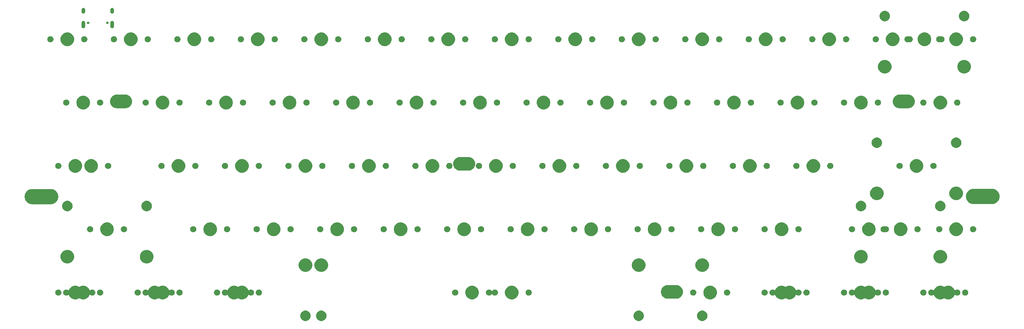
<source format=gbr>
G04 #@! TF.GenerationSoftware,KiCad,Pcbnew,(5.1.4)-1*
G04 #@! TF.CreationDate,2020-12-23T23:42:08-08:00*
G04 #@! TF.ProjectId,Nodu,4e6f6475-2e6b-4696-9361-645f70636258,rev?*
G04 #@! TF.SameCoordinates,Original*
G04 #@! TF.FileFunction,Soldermask,Top*
G04 #@! TF.FilePolarity,Negative*
%FSLAX46Y46*%
G04 Gerber Fmt 4.6, Leading zero omitted, Abs format (unit mm)*
G04 Created by KiCad (PCBNEW (5.1.4)-1) date 2020-12-23 23:42:08*
%MOMM*%
%LPD*%
G04 APERTURE LIST*
%ADD10C,0.100000*%
G04 APERTURE END LIST*
D10*
G36*
X79184411Y-84195526D02*
G01*
X79303137Y-84244704D01*
X79471041Y-84314252D01*
X79471042Y-84314253D01*
X79729004Y-84486617D01*
X79948383Y-84705996D01*
X80063553Y-84878361D01*
X80120748Y-84963959D01*
X80239474Y-85250590D01*
X80300000Y-85554875D01*
X80300000Y-85865125D01*
X80239474Y-86169410D01*
X80120748Y-86456041D01*
X80120747Y-86456042D01*
X79948383Y-86714004D01*
X79729004Y-86933383D01*
X79556639Y-87048553D01*
X79471041Y-87105748D01*
X79303137Y-87175296D01*
X79184411Y-87224474D01*
X78880125Y-87285000D01*
X78569875Y-87285000D01*
X78265589Y-87224474D01*
X78146863Y-87175296D01*
X77978959Y-87105748D01*
X77893361Y-87048553D01*
X77720996Y-86933383D01*
X77501617Y-86714004D01*
X77329253Y-86456042D01*
X77329252Y-86456041D01*
X77210526Y-86169410D01*
X77150000Y-85865125D01*
X77150000Y-85554875D01*
X77210526Y-85250590D01*
X77329252Y-84963959D01*
X77386447Y-84878361D01*
X77501617Y-84705996D01*
X77720996Y-84486617D01*
X77978958Y-84314253D01*
X77978959Y-84314252D01*
X78146863Y-84244704D01*
X78265589Y-84195526D01*
X78569875Y-84135000D01*
X78880125Y-84135000D01*
X79184411Y-84195526D01*
X79184411Y-84195526D01*
G37*
G36*
X74428261Y-84195526D02*
G01*
X74546987Y-84244704D01*
X74714891Y-84314252D01*
X74714892Y-84314253D01*
X74972854Y-84486617D01*
X75192233Y-84705996D01*
X75307403Y-84878361D01*
X75364598Y-84963959D01*
X75483324Y-85250590D01*
X75543850Y-85554875D01*
X75543850Y-85865125D01*
X75483324Y-86169410D01*
X75364598Y-86456041D01*
X75364597Y-86456042D01*
X75192233Y-86714004D01*
X74972854Y-86933383D01*
X74800489Y-87048553D01*
X74714891Y-87105748D01*
X74546987Y-87175296D01*
X74428261Y-87224474D01*
X74123975Y-87285000D01*
X73813725Y-87285000D01*
X73509439Y-87224474D01*
X73390713Y-87175296D01*
X73222809Y-87105748D01*
X73137211Y-87048553D01*
X72964846Y-86933383D01*
X72745467Y-86714004D01*
X72573103Y-86456042D01*
X72573102Y-86456041D01*
X72454376Y-86169410D01*
X72393850Y-85865125D01*
X72393850Y-85554875D01*
X72454376Y-85250590D01*
X72573102Y-84963959D01*
X72630297Y-84878361D01*
X72745467Y-84705996D01*
X72964846Y-84486617D01*
X73222808Y-84314253D01*
X73222809Y-84314252D01*
X73390713Y-84244704D01*
X73509439Y-84195526D01*
X73813725Y-84135000D01*
X74123975Y-84135000D01*
X74428261Y-84195526D01*
X74428261Y-84195526D01*
G37*
G36*
X193484411Y-84195526D02*
G01*
X193603137Y-84244704D01*
X193771041Y-84314252D01*
X193771042Y-84314253D01*
X194029004Y-84486617D01*
X194248383Y-84705996D01*
X194363553Y-84878361D01*
X194420748Y-84963959D01*
X194539474Y-85250590D01*
X194600000Y-85554875D01*
X194600000Y-85865125D01*
X194539474Y-86169410D01*
X194420748Y-86456041D01*
X194420747Y-86456042D01*
X194248383Y-86714004D01*
X194029004Y-86933383D01*
X193856639Y-87048553D01*
X193771041Y-87105748D01*
X193603137Y-87175296D01*
X193484411Y-87224474D01*
X193180125Y-87285000D01*
X192869875Y-87285000D01*
X192565589Y-87224474D01*
X192446863Y-87175296D01*
X192278959Y-87105748D01*
X192193361Y-87048553D01*
X192020996Y-86933383D01*
X191801617Y-86714004D01*
X191629253Y-86456042D01*
X191629252Y-86456041D01*
X191510526Y-86169410D01*
X191450000Y-85865125D01*
X191450000Y-85554875D01*
X191510526Y-85250590D01*
X191629252Y-84963959D01*
X191686447Y-84878361D01*
X191801617Y-84705996D01*
X192020996Y-84486617D01*
X192278958Y-84314253D01*
X192278959Y-84314252D01*
X192446863Y-84244704D01*
X192565589Y-84195526D01*
X192717733Y-84165263D01*
X192869875Y-84135000D01*
X193180125Y-84135000D01*
X193484411Y-84195526D01*
X193484411Y-84195526D01*
G37*
G36*
X174428061Y-84195526D02*
G01*
X174546787Y-84244704D01*
X174714691Y-84314252D01*
X174714692Y-84314253D01*
X174972654Y-84486617D01*
X175192033Y-84705996D01*
X175307203Y-84878361D01*
X175364398Y-84963959D01*
X175483124Y-85250590D01*
X175543650Y-85554875D01*
X175543650Y-85865125D01*
X175483124Y-86169410D01*
X175364398Y-86456041D01*
X175364397Y-86456042D01*
X175192033Y-86714004D01*
X174972654Y-86933383D01*
X174800289Y-87048553D01*
X174714691Y-87105748D01*
X174546787Y-87175296D01*
X174428061Y-87224474D01*
X174123775Y-87285000D01*
X173813525Y-87285000D01*
X173509239Y-87224474D01*
X173390513Y-87175296D01*
X173222609Y-87105748D01*
X173137011Y-87048553D01*
X172964646Y-86933383D01*
X172745267Y-86714004D01*
X172572903Y-86456042D01*
X172572902Y-86456041D01*
X172454176Y-86169410D01*
X172393650Y-85865125D01*
X172393650Y-85554875D01*
X172454176Y-85250590D01*
X172572902Y-84963959D01*
X172630097Y-84878361D01*
X172745267Y-84705996D01*
X172964646Y-84486617D01*
X173222608Y-84314253D01*
X173222609Y-84314252D01*
X173390513Y-84244704D01*
X173509239Y-84195526D01*
X173661383Y-84165263D01*
X173813525Y-84135000D01*
X174123775Y-84135000D01*
X174428061Y-84195526D01*
X174428061Y-84195526D01*
G37*
G36*
X136471474Y-76758684D02*
G01*
X136689474Y-76848983D01*
X136843623Y-76912833D01*
X137178548Y-77136623D01*
X137463377Y-77421452D01*
X137687167Y-77756377D01*
X137719562Y-77834586D01*
X137841316Y-78128526D01*
X137919900Y-78523594D01*
X137919900Y-78926406D01*
X137841316Y-79321474D01*
X137775392Y-79480628D01*
X137687167Y-79693623D01*
X137463377Y-80028548D01*
X137178548Y-80313377D01*
X136843623Y-80537167D01*
X136749871Y-80576000D01*
X136471474Y-80691316D01*
X136076406Y-80769900D01*
X135673594Y-80769900D01*
X135278526Y-80691316D01*
X135000129Y-80576000D01*
X134906377Y-80537167D01*
X134571452Y-80313377D01*
X134286623Y-80028548D01*
X134062833Y-79693623D01*
X133974608Y-79480628D01*
X133908684Y-79321474D01*
X133830100Y-78926406D01*
X133830100Y-78523594D01*
X133908684Y-78128526D01*
X134030438Y-77834586D01*
X134062833Y-77756377D01*
X134286623Y-77421452D01*
X134571452Y-77136623D01*
X134906377Y-76912833D01*
X135060526Y-76848983D01*
X135278526Y-76758684D01*
X135673594Y-76680100D01*
X136076406Y-76680100D01*
X136471474Y-76758684D01*
X136471474Y-76758684D01*
G37*
G36*
X217433974Y-76758684D02*
G01*
X217651974Y-76848983D01*
X217806123Y-76912833D01*
X217958678Y-77014767D01*
X217958679Y-77014768D01*
X217980290Y-77026319D01*
X218003739Y-77033432D01*
X218028125Y-77035834D01*
X218052511Y-77033432D01*
X218075960Y-77026319D01*
X218097571Y-77014768D01*
X218097572Y-77014767D01*
X218250127Y-76912833D01*
X218404276Y-76848983D01*
X218622276Y-76758684D01*
X219017344Y-76680100D01*
X219420156Y-76680100D01*
X219815224Y-76758684D01*
X220033224Y-76848983D01*
X220187373Y-76912833D01*
X220522298Y-77136623D01*
X220807127Y-77421452D01*
X221030917Y-77756377D01*
X221063312Y-77834586D01*
X221119142Y-77969372D01*
X221130693Y-77990983D01*
X221146238Y-78009925D01*
X221165180Y-78025470D01*
X221186791Y-78037021D01*
X221210240Y-78044134D01*
X221234626Y-78046536D01*
X221259012Y-78044134D01*
X221282461Y-78037021D01*
X221304072Y-78025470D01*
X221323003Y-78009934D01*
X221327209Y-78005728D01*
X221478874Y-77904389D01*
X221647396Y-77834585D01*
X221826297Y-77799000D01*
X222008703Y-77799000D01*
X222187604Y-77834585D01*
X222356126Y-77904389D01*
X222507791Y-78005728D01*
X222636772Y-78134709D01*
X222738111Y-78286374D01*
X222807915Y-78454896D01*
X222843500Y-78633797D01*
X222843500Y-78816203D01*
X222807915Y-78995104D01*
X222738111Y-79163626D01*
X222636772Y-79315291D01*
X222507791Y-79444272D01*
X222356126Y-79545611D01*
X222187604Y-79615415D01*
X222008703Y-79651000D01*
X221826297Y-79651000D01*
X221647396Y-79615415D01*
X221478874Y-79545611D01*
X221327209Y-79444272D01*
X221323003Y-79440066D01*
X221304072Y-79424530D01*
X221282461Y-79412979D01*
X221259012Y-79405866D01*
X221234626Y-79403464D01*
X221210240Y-79405866D01*
X221186791Y-79412979D01*
X221165180Y-79424530D01*
X221146238Y-79440075D01*
X221130693Y-79459017D01*
X221119142Y-79480628D01*
X221030917Y-79693623D01*
X220807127Y-80028548D01*
X220522298Y-80313377D01*
X220187373Y-80537167D01*
X220093621Y-80576000D01*
X219815224Y-80691316D01*
X219420156Y-80769900D01*
X219017344Y-80769900D01*
X218622276Y-80691316D01*
X218343879Y-80576000D01*
X218250127Y-80537167D01*
X218097569Y-80435231D01*
X218075960Y-80423681D01*
X218052511Y-80416568D01*
X218028125Y-80414166D01*
X218003739Y-80416568D01*
X217980290Y-80423681D01*
X217958681Y-80435231D01*
X217806123Y-80537167D01*
X217712371Y-80576000D01*
X217433974Y-80691316D01*
X217038906Y-80769900D01*
X216636094Y-80769900D01*
X216241026Y-80691316D01*
X215962629Y-80576000D01*
X215868877Y-80537167D01*
X215533952Y-80313377D01*
X215249123Y-80028548D01*
X215025333Y-79693623D01*
X214937108Y-79480628D01*
X214925557Y-79459017D01*
X214910012Y-79440075D01*
X214891070Y-79424530D01*
X214869459Y-79412979D01*
X214846010Y-79405866D01*
X214821624Y-79403464D01*
X214797238Y-79405866D01*
X214773789Y-79412979D01*
X214752178Y-79424530D01*
X214733247Y-79440066D01*
X214729041Y-79444272D01*
X214577376Y-79545611D01*
X214408854Y-79615415D01*
X214229953Y-79651000D01*
X214047547Y-79651000D01*
X213868646Y-79615415D01*
X213700124Y-79545611D01*
X213548459Y-79444272D01*
X213419478Y-79315291D01*
X213318139Y-79163626D01*
X213248335Y-78995104D01*
X213212750Y-78816203D01*
X213212750Y-78633797D01*
X213248335Y-78454896D01*
X213318139Y-78286374D01*
X213419478Y-78134709D01*
X213548459Y-78005728D01*
X213700124Y-77904389D01*
X213868646Y-77834585D01*
X214047547Y-77799000D01*
X214229953Y-77799000D01*
X214408854Y-77834585D01*
X214577376Y-77904389D01*
X214729041Y-78005728D01*
X214733247Y-78009934D01*
X214752178Y-78025470D01*
X214773789Y-78037021D01*
X214797238Y-78044134D01*
X214821624Y-78046536D01*
X214846010Y-78044134D01*
X214869459Y-78037021D01*
X214891070Y-78025470D01*
X214910012Y-78009925D01*
X214925557Y-77990983D01*
X214937108Y-77969372D01*
X214992938Y-77834586D01*
X215025333Y-77756377D01*
X215249123Y-77421452D01*
X215533952Y-77136623D01*
X215868877Y-76912833D01*
X216023026Y-76848983D01*
X216241026Y-76758684D01*
X216636094Y-76680100D01*
X217038906Y-76680100D01*
X217433974Y-76758684D01*
X217433974Y-76758684D01*
G37*
G36*
X196002724Y-76758684D02*
G01*
X196220724Y-76848983D01*
X196374873Y-76912833D01*
X196709798Y-77136623D01*
X196994627Y-77421452D01*
X197218417Y-77756377D01*
X197250812Y-77834586D01*
X197372566Y-78128526D01*
X197451150Y-78523594D01*
X197451150Y-78926406D01*
X197372566Y-79321474D01*
X197306642Y-79480628D01*
X197218417Y-79693623D01*
X196994627Y-80028548D01*
X196709798Y-80313377D01*
X196374873Y-80537167D01*
X196281121Y-80576000D01*
X196002724Y-80691316D01*
X195607656Y-80769900D01*
X195204844Y-80769900D01*
X194809776Y-80691316D01*
X194531379Y-80576000D01*
X194437627Y-80537167D01*
X194102702Y-80313377D01*
X193817873Y-80028548D01*
X193594083Y-79693623D01*
X193505858Y-79480628D01*
X193439934Y-79321474D01*
X193361350Y-78926406D01*
X193361350Y-78523594D01*
X193439934Y-78128526D01*
X193561688Y-77834586D01*
X193594083Y-77756377D01*
X193817873Y-77421452D01*
X194102702Y-77136623D01*
X194437627Y-76912833D01*
X194591776Y-76848983D01*
X194809776Y-76758684D01*
X195204844Y-76680100D01*
X195607656Y-76680100D01*
X196002724Y-76758684D01*
X196002724Y-76758684D01*
G37*
G36*
X29315224Y-76758684D02*
G01*
X29533224Y-76848983D01*
X29687373Y-76912833D01*
X29839928Y-77014767D01*
X29839929Y-77014768D01*
X29861540Y-77026319D01*
X29884989Y-77033432D01*
X29909375Y-77035834D01*
X29933761Y-77033432D01*
X29957210Y-77026319D01*
X29978821Y-77014768D01*
X29978822Y-77014767D01*
X30131377Y-76912833D01*
X30285526Y-76848983D01*
X30503526Y-76758684D01*
X30898594Y-76680100D01*
X31301406Y-76680100D01*
X31696474Y-76758684D01*
X31914474Y-76848983D01*
X32068623Y-76912833D01*
X32403548Y-77136623D01*
X32688377Y-77421452D01*
X32912167Y-77756377D01*
X32944562Y-77834586D01*
X33000392Y-77969372D01*
X33011943Y-77990983D01*
X33027488Y-78009925D01*
X33046430Y-78025470D01*
X33068041Y-78037021D01*
X33091490Y-78044134D01*
X33115876Y-78046536D01*
X33140262Y-78044134D01*
X33163711Y-78037021D01*
X33185322Y-78025470D01*
X33204253Y-78009934D01*
X33208459Y-78005728D01*
X33360124Y-77904389D01*
X33528646Y-77834585D01*
X33707547Y-77799000D01*
X33889953Y-77799000D01*
X34068854Y-77834585D01*
X34237376Y-77904389D01*
X34389041Y-78005728D01*
X34518022Y-78134709D01*
X34619361Y-78286374D01*
X34689165Y-78454896D01*
X34724750Y-78633797D01*
X34724750Y-78816203D01*
X34689165Y-78995104D01*
X34619361Y-79163626D01*
X34518022Y-79315291D01*
X34389041Y-79444272D01*
X34237376Y-79545611D01*
X34068854Y-79615415D01*
X33889953Y-79651000D01*
X33707547Y-79651000D01*
X33528646Y-79615415D01*
X33360124Y-79545611D01*
X33208459Y-79444272D01*
X33204253Y-79440066D01*
X33185322Y-79424530D01*
X33163711Y-79412979D01*
X33140262Y-79405866D01*
X33115876Y-79403464D01*
X33091490Y-79405866D01*
X33068041Y-79412979D01*
X33046430Y-79424530D01*
X33027488Y-79440075D01*
X33011943Y-79459017D01*
X33000392Y-79480628D01*
X32912167Y-79693623D01*
X32688377Y-80028548D01*
X32403548Y-80313377D01*
X32068623Y-80537167D01*
X31974871Y-80576000D01*
X31696474Y-80691316D01*
X31301406Y-80769900D01*
X30898594Y-80769900D01*
X30503526Y-80691316D01*
X30225129Y-80576000D01*
X30131377Y-80537167D01*
X29978819Y-80435231D01*
X29957210Y-80423681D01*
X29933761Y-80416568D01*
X29909375Y-80414166D01*
X29884989Y-80416568D01*
X29861540Y-80423681D01*
X29839931Y-80435231D01*
X29687373Y-80537167D01*
X29593621Y-80576000D01*
X29315224Y-80691316D01*
X28920156Y-80769900D01*
X28517344Y-80769900D01*
X28122276Y-80691316D01*
X27843879Y-80576000D01*
X27750127Y-80537167D01*
X27415202Y-80313377D01*
X27130373Y-80028548D01*
X26906583Y-79693623D01*
X26818358Y-79480628D01*
X26806807Y-79459017D01*
X26791262Y-79440075D01*
X26772320Y-79424530D01*
X26750709Y-79412979D01*
X26727260Y-79405866D01*
X26702874Y-79403464D01*
X26678488Y-79405866D01*
X26655039Y-79412979D01*
X26633428Y-79424530D01*
X26614497Y-79440066D01*
X26610291Y-79444272D01*
X26458626Y-79545611D01*
X26290104Y-79615415D01*
X26111203Y-79651000D01*
X25928797Y-79651000D01*
X25749896Y-79615415D01*
X25581374Y-79545611D01*
X25429709Y-79444272D01*
X25300728Y-79315291D01*
X25199389Y-79163626D01*
X25129585Y-78995104D01*
X25094000Y-78816203D01*
X25094000Y-78633797D01*
X25129585Y-78454896D01*
X25199389Y-78286374D01*
X25300728Y-78134709D01*
X25429709Y-78005728D01*
X25581374Y-77904389D01*
X25749896Y-77834585D01*
X25928797Y-77799000D01*
X26111203Y-77799000D01*
X26290104Y-77834585D01*
X26458626Y-77904389D01*
X26610291Y-78005728D01*
X26614497Y-78009934D01*
X26633428Y-78025470D01*
X26655039Y-78037021D01*
X26678488Y-78044134D01*
X26702874Y-78046536D01*
X26727260Y-78044134D01*
X26750709Y-78037021D01*
X26772320Y-78025470D01*
X26791262Y-78009925D01*
X26806807Y-77990983D01*
X26818358Y-77969372D01*
X26874188Y-77834586D01*
X26906583Y-77756377D01*
X27130373Y-77421452D01*
X27415202Y-77136623D01*
X27750127Y-76912833D01*
X27904276Y-76848983D01*
X28122276Y-76758684D01*
X28517344Y-76680100D01*
X28920156Y-76680100D01*
X29315224Y-76758684D01*
X29315224Y-76758684D01*
G37*
G36*
X241246474Y-76758684D02*
G01*
X241464474Y-76848983D01*
X241618623Y-76912833D01*
X241771178Y-77014767D01*
X241771179Y-77014768D01*
X241792790Y-77026319D01*
X241816239Y-77033432D01*
X241840625Y-77035834D01*
X241865011Y-77033432D01*
X241888460Y-77026319D01*
X241910071Y-77014768D01*
X241910072Y-77014767D01*
X242062627Y-76912833D01*
X242216776Y-76848983D01*
X242434776Y-76758684D01*
X242829844Y-76680100D01*
X243232656Y-76680100D01*
X243627724Y-76758684D01*
X243845724Y-76848983D01*
X243999873Y-76912833D01*
X244334798Y-77136623D01*
X244619627Y-77421452D01*
X244843417Y-77756377D01*
X244875812Y-77834586D01*
X244931642Y-77969372D01*
X244943193Y-77990983D01*
X244958738Y-78009925D01*
X244977680Y-78025470D01*
X244999291Y-78037021D01*
X245022740Y-78044134D01*
X245047126Y-78046536D01*
X245071512Y-78044134D01*
X245094961Y-78037021D01*
X245116572Y-78025470D01*
X245135503Y-78009934D01*
X245139709Y-78005728D01*
X245291374Y-77904389D01*
X245459896Y-77834585D01*
X245638797Y-77799000D01*
X245821203Y-77799000D01*
X246000104Y-77834585D01*
X246168626Y-77904389D01*
X246320291Y-78005728D01*
X246449272Y-78134709D01*
X246550611Y-78286374D01*
X246620415Y-78454896D01*
X246656000Y-78633797D01*
X246656000Y-78816203D01*
X246620415Y-78995104D01*
X246550611Y-79163626D01*
X246449272Y-79315291D01*
X246320291Y-79444272D01*
X246168626Y-79545611D01*
X246000104Y-79615415D01*
X245821203Y-79651000D01*
X245638797Y-79651000D01*
X245459896Y-79615415D01*
X245291374Y-79545611D01*
X245139709Y-79444272D01*
X245135503Y-79440066D01*
X245116572Y-79424530D01*
X245094961Y-79412979D01*
X245071512Y-79405866D01*
X245047126Y-79403464D01*
X245022740Y-79405866D01*
X244999291Y-79412979D01*
X244977680Y-79424530D01*
X244958738Y-79440075D01*
X244943193Y-79459017D01*
X244931642Y-79480628D01*
X244843417Y-79693623D01*
X244619627Y-80028548D01*
X244334798Y-80313377D01*
X243999873Y-80537167D01*
X243906121Y-80576000D01*
X243627724Y-80691316D01*
X243232656Y-80769900D01*
X242829844Y-80769900D01*
X242434776Y-80691316D01*
X242156379Y-80576000D01*
X242062627Y-80537167D01*
X241910069Y-80435231D01*
X241888460Y-80423681D01*
X241865011Y-80416568D01*
X241840625Y-80414166D01*
X241816239Y-80416568D01*
X241792790Y-80423681D01*
X241771181Y-80435231D01*
X241618623Y-80537167D01*
X241524871Y-80576000D01*
X241246474Y-80691316D01*
X240851406Y-80769900D01*
X240448594Y-80769900D01*
X240053526Y-80691316D01*
X239775129Y-80576000D01*
X239681377Y-80537167D01*
X239346452Y-80313377D01*
X239061623Y-80028548D01*
X238837833Y-79693623D01*
X238749608Y-79480628D01*
X238738057Y-79459017D01*
X238722512Y-79440075D01*
X238703570Y-79424530D01*
X238681959Y-79412979D01*
X238658510Y-79405866D01*
X238634124Y-79403464D01*
X238609738Y-79405866D01*
X238586289Y-79412979D01*
X238564678Y-79424530D01*
X238545747Y-79440066D01*
X238541541Y-79444272D01*
X238389876Y-79545611D01*
X238221354Y-79615415D01*
X238042453Y-79651000D01*
X237860047Y-79651000D01*
X237681146Y-79615415D01*
X237512624Y-79545611D01*
X237360959Y-79444272D01*
X237231978Y-79315291D01*
X237130639Y-79163626D01*
X237060835Y-78995104D01*
X237025250Y-78816203D01*
X237025250Y-78633797D01*
X237060835Y-78454896D01*
X237130639Y-78286374D01*
X237231978Y-78134709D01*
X237360959Y-78005728D01*
X237512624Y-77904389D01*
X237681146Y-77834585D01*
X237860047Y-77799000D01*
X238042453Y-77799000D01*
X238221354Y-77834585D01*
X238389876Y-77904389D01*
X238541541Y-78005728D01*
X238545747Y-78009934D01*
X238564678Y-78025470D01*
X238586289Y-78037021D01*
X238609738Y-78044134D01*
X238634124Y-78046536D01*
X238658510Y-78044134D01*
X238681959Y-78037021D01*
X238703570Y-78025470D01*
X238722512Y-78009925D01*
X238738057Y-77990983D01*
X238749608Y-77969372D01*
X238805438Y-77834586D01*
X238837833Y-77756377D01*
X239061623Y-77421452D01*
X239346452Y-77136623D01*
X239681377Y-76912833D01*
X239835526Y-76848983D01*
X240053526Y-76758684D01*
X240448594Y-76680100D01*
X240851406Y-76680100D01*
X241246474Y-76758684D01*
X241246474Y-76758684D01*
G37*
G36*
X5502724Y-76758684D02*
G01*
X5720724Y-76848983D01*
X5874873Y-76912833D01*
X6027428Y-77014767D01*
X6027429Y-77014768D01*
X6049040Y-77026319D01*
X6072489Y-77033432D01*
X6096875Y-77035834D01*
X6121261Y-77033432D01*
X6144710Y-77026319D01*
X6166321Y-77014768D01*
X6166322Y-77014767D01*
X6318877Y-76912833D01*
X6473026Y-76848983D01*
X6691026Y-76758684D01*
X7086094Y-76680100D01*
X7488906Y-76680100D01*
X7883974Y-76758684D01*
X8101974Y-76848983D01*
X8256123Y-76912833D01*
X8591048Y-77136623D01*
X8875877Y-77421452D01*
X9099667Y-77756377D01*
X9132062Y-77834586D01*
X9187892Y-77969372D01*
X9199443Y-77990983D01*
X9214988Y-78009925D01*
X9233930Y-78025470D01*
X9255541Y-78037021D01*
X9278990Y-78044134D01*
X9303376Y-78046536D01*
X9327762Y-78044134D01*
X9351211Y-78037021D01*
X9372822Y-78025470D01*
X9391753Y-78009934D01*
X9395959Y-78005728D01*
X9547624Y-77904389D01*
X9716146Y-77834585D01*
X9895047Y-77799000D01*
X10077453Y-77799000D01*
X10256354Y-77834585D01*
X10424876Y-77904389D01*
X10576541Y-78005728D01*
X10705522Y-78134709D01*
X10806861Y-78286374D01*
X10876665Y-78454896D01*
X10912250Y-78633797D01*
X10912250Y-78816203D01*
X10876665Y-78995104D01*
X10806861Y-79163626D01*
X10705522Y-79315291D01*
X10576541Y-79444272D01*
X10424876Y-79545611D01*
X10256354Y-79615415D01*
X10077453Y-79651000D01*
X9895047Y-79651000D01*
X9716146Y-79615415D01*
X9547624Y-79545611D01*
X9395959Y-79444272D01*
X9391753Y-79440066D01*
X9372822Y-79424530D01*
X9351211Y-79412979D01*
X9327762Y-79405866D01*
X9303376Y-79403464D01*
X9278990Y-79405866D01*
X9255541Y-79412979D01*
X9233930Y-79424530D01*
X9214988Y-79440075D01*
X9199443Y-79459017D01*
X9187892Y-79480628D01*
X9099667Y-79693623D01*
X8875877Y-80028548D01*
X8591048Y-80313377D01*
X8256123Y-80537167D01*
X8162371Y-80576000D01*
X7883974Y-80691316D01*
X7488906Y-80769900D01*
X7086094Y-80769900D01*
X6691026Y-80691316D01*
X6412629Y-80576000D01*
X6318877Y-80537167D01*
X6166319Y-80435231D01*
X6144710Y-80423681D01*
X6121261Y-80416568D01*
X6096875Y-80414166D01*
X6072489Y-80416568D01*
X6049040Y-80423681D01*
X6027431Y-80435231D01*
X5874873Y-80537167D01*
X5781121Y-80576000D01*
X5502724Y-80691316D01*
X5107656Y-80769900D01*
X4704844Y-80769900D01*
X4309776Y-80691316D01*
X4031379Y-80576000D01*
X3937627Y-80537167D01*
X3602702Y-80313377D01*
X3317873Y-80028548D01*
X3094083Y-79693623D01*
X3005858Y-79480628D01*
X2994307Y-79459017D01*
X2978762Y-79440075D01*
X2959820Y-79424530D01*
X2938209Y-79412979D01*
X2914760Y-79405866D01*
X2890374Y-79403464D01*
X2865988Y-79405866D01*
X2842539Y-79412979D01*
X2820928Y-79424530D01*
X2801997Y-79440066D01*
X2797791Y-79444272D01*
X2646126Y-79545611D01*
X2477604Y-79615415D01*
X2298703Y-79651000D01*
X2116297Y-79651000D01*
X1937396Y-79615415D01*
X1768874Y-79545611D01*
X1617209Y-79444272D01*
X1488228Y-79315291D01*
X1386889Y-79163626D01*
X1317085Y-78995104D01*
X1281500Y-78816203D01*
X1281500Y-78633797D01*
X1317085Y-78454896D01*
X1386889Y-78286374D01*
X1488228Y-78134709D01*
X1617209Y-78005728D01*
X1768874Y-77904389D01*
X1937396Y-77834585D01*
X2116297Y-77799000D01*
X2298703Y-77799000D01*
X2477604Y-77834585D01*
X2646126Y-77904389D01*
X2797791Y-78005728D01*
X2801997Y-78009934D01*
X2820928Y-78025470D01*
X2842539Y-78037021D01*
X2865988Y-78044134D01*
X2890374Y-78046536D01*
X2914760Y-78044134D01*
X2938209Y-78037021D01*
X2959820Y-78025470D01*
X2978762Y-78009925D01*
X2994307Y-77990983D01*
X3005858Y-77969372D01*
X3061688Y-77834586D01*
X3094083Y-77756377D01*
X3317873Y-77421452D01*
X3602702Y-77136623D01*
X3937627Y-76912833D01*
X4091776Y-76848983D01*
X4309776Y-76758684D01*
X4704844Y-76680100D01*
X5107656Y-76680100D01*
X5502724Y-76758684D01*
X5502724Y-76758684D01*
G37*
G36*
X124565224Y-76758684D02*
G01*
X124783224Y-76848983D01*
X124937373Y-76912833D01*
X125272298Y-77136623D01*
X125557127Y-77421452D01*
X125780917Y-77756377D01*
X125813312Y-77834586D01*
X125935066Y-78128526D01*
X126013650Y-78523594D01*
X126013650Y-78926406D01*
X125935066Y-79321474D01*
X125869142Y-79480628D01*
X125780917Y-79693623D01*
X125557127Y-80028548D01*
X125272298Y-80313377D01*
X124937373Y-80537167D01*
X124843621Y-80576000D01*
X124565224Y-80691316D01*
X124170156Y-80769900D01*
X123767344Y-80769900D01*
X123372276Y-80691316D01*
X123093879Y-80576000D01*
X123000127Y-80537167D01*
X122665202Y-80313377D01*
X122380373Y-80028548D01*
X122156583Y-79693623D01*
X122068358Y-79480628D01*
X122002434Y-79321474D01*
X121923850Y-78926406D01*
X121923850Y-78523594D01*
X122002434Y-78128526D01*
X122124188Y-77834586D01*
X122156583Y-77756377D01*
X122380373Y-77421452D01*
X122665202Y-77136623D01*
X123000127Y-76912833D01*
X123154276Y-76848983D01*
X123372276Y-76758684D01*
X123767344Y-76680100D01*
X124170156Y-76680100D01*
X124565224Y-76758684D01*
X124565224Y-76758684D01*
G37*
G36*
X53127724Y-76758683D02*
G01*
X53345724Y-76848982D01*
X53499873Y-76912832D01*
X53652429Y-77014767D01*
X53674040Y-77026318D01*
X53697489Y-77033431D01*
X53721875Y-77035833D01*
X53746261Y-77033431D01*
X53769710Y-77026318D01*
X53791321Y-77014767D01*
X53943877Y-76912832D01*
X54098026Y-76848982D01*
X54316026Y-76758683D01*
X54711094Y-76680099D01*
X55113906Y-76680099D01*
X55508974Y-76758683D01*
X55726974Y-76848982D01*
X55881123Y-76912832D01*
X56216048Y-77136622D01*
X56500877Y-77421451D01*
X56724667Y-77756376D01*
X56757062Y-77834585D01*
X56812892Y-77969371D01*
X56824443Y-77990982D01*
X56839988Y-78009924D01*
X56858930Y-78025469D01*
X56880541Y-78037020D01*
X56903990Y-78044133D01*
X56928376Y-78046535D01*
X56952762Y-78044133D01*
X56976211Y-78037020D01*
X56997822Y-78025469D01*
X57016753Y-78009933D01*
X57020959Y-78005727D01*
X57172624Y-77904388D01*
X57341146Y-77834584D01*
X57520047Y-77798999D01*
X57702453Y-77798999D01*
X57881354Y-77834584D01*
X58049876Y-77904388D01*
X58201541Y-78005727D01*
X58330522Y-78134708D01*
X58431861Y-78286373D01*
X58501665Y-78454895D01*
X58537250Y-78633796D01*
X58537250Y-78816202D01*
X58501665Y-78995103D01*
X58431861Y-79163625D01*
X58330522Y-79315290D01*
X58201541Y-79444271D01*
X58049876Y-79545610D01*
X57881354Y-79615414D01*
X57702453Y-79650999D01*
X57520047Y-79650999D01*
X57341146Y-79615414D01*
X57172624Y-79545610D01*
X57020959Y-79444271D01*
X57016753Y-79440065D01*
X56997822Y-79424529D01*
X56976211Y-79412978D01*
X56952762Y-79405865D01*
X56928376Y-79403463D01*
X56903990Y-79405865D01*
X56880541Y-79412978D01*
X56858930Y-79424529D01*
X56839988Y-79440074D01*
X56824443Y-79459016D01*
X56812892Y-79480627D01*
X56724667Y-79693622D01*
X56500877Y-80028547D01*
X56216048Y-80313376D01*
X55881123Y-80537166D01*
X55787369Y-80576000D01*
X55508974Y-80691315D01*
X55113906Y-80769899D01*
X54711094Y-80769899D01*
X54316026Y-80691315D01*
X54037631Y-80576000D01*
X53943877Y-80537166D01*
X53791319Y-80435230D01*
X53769710Y-80423680D01*
X53746261Y-80416567D01*
X53721875Y-80414165D01*
X53697489Y-80416567D01*
X53674040Y-80423680D01*
X53652431Y-80435230D01*
X53499873Y-80537166D01*
X53406119Y-80576000D01*
X53127724Y-80691315D01*
X52732656Y-80769899D01*
X52329844Y-80769899D01*
X51934776Y-80691315D01*
X51656381Y-80576000D01*
X51562627Y-80537166D01*
X51227702Y-80313376D01*
X50942873Y-80028547D01*
X50719083Y-79693622D01*
X50630858Y-79480627D01*
X50619307Y-79459016D01*
X50603762Y-79440074D01*
X50584820Y-79424529D01*
X50563209Y-79412978D01*
X50539760Y-79405865D01*
X50515374Y-79403463D01*
X50490988Y-79405865D01*
X50467539Y-79412978D01*
X50445928Y-79424529D01*
X50426997Y-79440065D01*
X50422791Y-79444271D01*
X50271126Y-79545610D01*
X50102604Y-79615414D01*
X49923703Y-79650999D01*
X49741297Y-79650999D01*
X49562396Y-79615414D01*
X49393874Y-79545610D01*
X49242209Y-79444271D01*
X49113228Y-79315290D01*
X49011889Y-79163625D01*
X48942085Y-78995103D01*
X48906500Y-78816202D01*
X48906500Y-78633796D01*
X48942085Y-78454895D01*
X49011889Y-78286373D01*
X49113228Y-78134708D01*
X49242209Y-78005727D01*
X49393874Y-77904388D01*
X49562396Y-77834584D01*
X49741297Y-77798999D01*
X49923703Y-77798999D01*
X50102604Y-77834584D01*
X50271126Y-77904388D01*
X50422791Y-78005727D01*
X50426997Y-78009933D01*
X50445928Y-78025469D01*
X50467539Y-78037020D01*
X50490988Y-78044133D01*
X50515374Y-78046535D01*
X50539760Y-78044133D01*
X50563209Y-78037020D01*
X50584820Y-78025469D01*
X50603762Y-78009924D01*
X50619307Y-77990982D01*
X50630858Y-77969371D01*
X50686688Y-77834585D01*
X50719083Y-77756376D01*
X50942873Y-77421451D01*
X51227702Y-77136622D01*
X51562627Y-76912832D01*
X51716776Y-76848982D01*
X51934776Y-76758683D01*
X52329844Y-76680099D01*
X52732656Y-76680099D01*
X53127724Y-76758683D01*
X53127724Y-76758683D01*
G37*
G36*
X265058974Y-76758683D02*
G01*
X265276974Y-76848982D01*
X265431123Y-76912832D01*
X265583679Y-77014767D01*
X265605290Y-77026318D01*
X265628739Y-77033431D01*
X265653125Y-77035833D01*
X265677511Y-77033431D01*
X265700960Y-77026318D01*
X265722571Y-77014767D01*
X265875127Y-76912832D01*
X266029276Y-76848982D01*
X266247276Y-76758683D01*
X266642344Y-76680099D01*
X267045156Y-76680099D01*
X267440224Y-76758683D01*
X267658224Y-76848982D01*
X267812373Y-76912832D01*
X268147298Y-77136622D01*
X268432127Y-77421451D01*
X268655917Y-77756376D01*
X268688312Y-77834585D01*
X268744142Y-77969371D01*
X268755693Y-77990982D01*
X268771238Y-78009924D01*
X268790180Y-78025469D01*
X268811791Y-78037020D01*
X268835240Y-78044133D01*
X268859626Y-78046535D01*
X268884012Y-78044133D01*
X268907461Y-78037020D01*
X268929072Y-78025469D01*
X268948003Y-78009933D01*
X268952209Y-78005727D01*
X269103874Y-77904388D01*
X269272396Y-77834584D01*
X269451297Y-77798999D01*
X269633703Y-77798999D01*
X269812604Y-77834584D01*
X269981126Y-77904388D01*
X270132791Y-78005727D01*
X270261772Y-78134708D01*
X270363111Y-78286373D01*
X270432915Y-78454895D01*
X270468500Y-78633796D01*
X270468500Y-78816202D01*
X270432915Y-78995103D01*
X270363111Y-79163625D01*
X270261772Y-79315290D01*
X270132791Y-79444271D01*
X269981126Y-79545610D01*
X269812604Y-79615414D01*
X269633703Y-79650999D01*
X269451297Y-79650999D01*
X269272396Y-79615414D01*
X269103874Y-79545610D01*
X268952209Y-79444271D01*
X268948003Y-79440065D01*
X268929072Y-79424529D01*
X268907461Y-79412978D01*
X268884012Y-79405865D01*
X268859626Y-79403463D01*
X268835240Y-79405865D01*
X268811791Y-79412978D01*
X268790180Y-79424529D01*
X268771238Y-79440074D01*
X268755693Y-79459016D01*
X268744142Y-79480627D01*
X268655917Y-79693622D01*
X268432127Y-80028547D01*
X268147298Y-80313376D01*
X267812373Y-80537166D01*
X267718619Y-80576000D01*
X267440224Y-80691315D01*
X267045156Y-80769899D01*
X266642344Y-80769899D01*
X266247276Y-80691315D01*
X265968881Y-80576000D01*
X265875127Y-80537166D01*
X265722569Y-80435230D01*
X265700960Y-80423680D01*
X265677511Y-80416567D01*
X265653125Y-80414165D01*
X265628739Y-80416567D01*
X265605290Y-80423680D01*
X265583681Y-80435230D01*
X265431123Y-80537166D01*
X265337369Y-80576000D01*
X265058974Y-80691315D01*
X264663906Y-80769899D01*
X264261094Y-80769899D01*
X263866026Y-80691315D01*
X263587631Y-80576000D01*
X263493877Y-80537166D01*
X263158952Y-80313376D01*
X262874123Y-80028547D01*
X262650333Y-79693622D01*
X262562108Y-79480627D01*
X262550557Y-79459016D01*
X262535012Y-79440074D01*
X262516070Y-79424529D01*
X262494459Y-79412978D01*
X262471010Y-79405865D01*
X262446624Y-79403463D01*
X262422238Y-79405865D01*
X262398789Y-79412978D01*
X262377178Y-79424529D01*
X262358247Y-79440065D01*
X262354041Y-79444271D01*
X262202376Y-79545610D01*
X262033854Y-79615414D01*
X261854953Y-79650999D01*
X261672547Y-79650999D01*
X261493646Y-79615414D01*
X261325124Y-79545610D01*
X261173459Y-79444271D01*
X261044478Y-79315290D01*
X260943139Y-79163625D01*
X260873335Y-78995103D01*
X260837750Y-78816202D01*
X260837750Y-78633796D01*
X260873335Y-78454895D01*
X260943139Y-78286373D01*
X261044478Y-78134708D01*
X261173459Y-78005727D01*
X261325124Y-77904388D01*
X261493646Y-77834584D01*
X261672547Y-77798999D01*
X261854953Y-77798999D01*
X262033854Y-77834584D01*
X262202376Y-77904388D01*
X262354041Y-78005727D01*
X262358247Y-78009933D01*
X262377178Y-78025469D01*
X262398789Y-78037020D01*
X262422238Y-78044133D01*
X262446624Y-78046535D01*
X262471010Y-78044133D01*
X262494459Y-78037020D01*
X262516070Y-78025469D01*
X262535012Y-78009924D01*
X262550557Y-77990982D01*
X262562108Y-77969371D01*
X262617938Y-77834585D01*
X262650333Y-77756376D01*
X262874123Y-77421451D01*
X263158952Y-77136622D01*
X263493877Y-76912832D01*
X263648026Y-76848982D01*
X263866026Y-76758683D01*
X264261094Y-76680099D01*
X264663906Y-76680099D01*
X265058974Y-76758683D01*
X265058974Y-76758683D01*
G37*
G36*
X185401190Y-76483892D02*
G01*
X185602067Y-76503677D01*
X185988682Y-76620955D01*
X185988685Y-76620956D01*
X186344984Y-76811402D01*
X186344987Y-76811404D01*
X186344988Y-76811405D01*
X186657294Y-77067707D01*
X186913596Y-77380013D01*
X186913599Y-77380017D01*
X187104045Y-77736316D01*
X187104046Y-77736319D01*
X187221324Y-78122934D01*
X187260924Y-78525000D01*
X187221324Y-78927066D01*
X187140187Y-79194540D01*
X187104045Y-79313684D01*
X186913599Y-79669983D01*
X186913597Y-79669986D01*
X186913596Y-79669987D01*
X186657294Y-79982293D01*
X186344988Y-80238595D01*
X186344984Y-80238598D01*
X185988685Y-80429044D01*
X185988682Y-80429045D01*
X185602067Y-80546323D01*
X185401190Y-80566108D01*
X185300752Y-80576000D01*
X182599250Y-80576000D01*
X182498812Y-80566108D01*
X182297935Y-80546323D01*
X181911320Y-80429045D01*
X181911317Y-80429044D01*
X181555018Y-80238598D01*
X181555014Y-80238595D01*
X181242708Y-79982293D01*
X180986406Y-79669987D01*
X180986405Y-79669986D01*
X180986403Y-79669983D01*
X180795957Y-79313684D01*
X180759815Y-79194540D01*
X180678678Y-78927066D01*
X180639078Y-78525000D01*
X180678678Y-78122934D01*
X180795956Y-77736319D01*
X180795957Y-77736316D01*
X180986403Y-77380017D01*
X180986406Y-77380013D01*
X181242708Y-77067707D01*
X181555014Y-76811405D01*
X181555015Y-76811404D01*
X181555018Y-76811402D01*
X181911317Y-76620956D01*
X181911320Y-76620955D01*
X182297935Y-76503677D01*
X182498812Y-76483892D01*
X182599250Y-76474000D01*
X185300752Y-76474000D01*
X185401190Y-76483892D01*
X185401190Y-76483892D01*
G37*
G36*
X23908854Y-77834585D02*
G01*
X24077376Y-77904389D01*
X24229041Y-78005728D01*
X24358022Y-78134709D01*
X24459361Y-78286374D01*
X24529165Y-78454896D01*
X24564750Y-78633797D01*
X24564750Y-78816203D01*
X24529165Y-78995104D01*
X24459361Y-79163626D01*
X24358022Y-79315291D01*
X24229041Y-79444272D01*
X24077376Y-79545611D01*
X23908854Y-79615415D01*
X23729953Y-79651000D01*
X23547547Y-79651000D01*
X23368646Y-79615415D01*
X23200124Y-79545611D01*
X23048459Y-79444272D01*
X22919478Y-79315291D01*
X22818139Y-79163626D01*
X22748335Y-78995104D01*
X22712750Y-78816203D01*
X22712750Y-78633797D01*
X22748335Y-78454896D01*
X22818139Y-78286374D01*
X22919478Y-78134709D01*
X23048459Y-78005728D01*
X23200124Y-77904389D01*
X23368646Y-77834585D01*
X23547547Y-77799000D01*
X23729953Y-77799000D01*
X23908854Y-77834585D01*
X23908854Y-77834585D01*
G37*
G36*
X224568854Y-77834585D02*
G01*
X224737376Y-77904389D01*
X224889041Y-78005728D01*
X225018022Y-78134709D01*
X225119361Y-78286374D01*
X225189165Y-78454896D01*
X225224750Y-78633797D01*
X225224750Y-78816203D01*
X225189165Y-78995104D01*
X225119361Y-79163626D01*
X225018022Y-79315291D01*
X224889041Y-79444272D01*
X224737376Y-79545611D01*
X224568854Y-79615415D01*
X224389953Y-79651000D01*
X224207547Y-79651000D01*
X224028646Y-79615415D01*
X223860124Y-79545611D01*
X223708459Y-79444272D01*
X223579478Y-79315291D01*
X223478139Y-79163626D01*
X223408335Y-78995104D01*
X223372750Y-78816203D01*
X223372750Y-78633797D01*
X223408335Y-78454896D01*
X223478139Y-78286374D01*
X223579478Y-78134709D01*
X223708459Y-78005728D01*
X223860124Y-77904389D01*
X224028646Y-77834585D01*
X224207547Y-77799000D01*
X224389953Y-77799000D01*
X224568854Y-77834585D01*
X224568854Y-77834585D01*
G37*
G36*
X36450104Y-77834585D02*
G01*
X36618626Y-77904389D01*
X36770291Y-78005728D01*
X36899272Y-78134709D01*
X37000611Y-78286374D01*
X37070415Y-78454896D01*
X37106000Y-78633797D01*
X37106000Y-78816203D01*
X37070415Y-78995104D01*
X37000611Y-79163626D01*
X36899272Y-79315291D01*
X36770291Y-79444272D01*
X36618626Y-79545611D01*
X36450104Y-79615415D01*
X36271203Y-79651000D01*
X36088797Y-79651000D01*
X35909896Y-79615415D01*
X35741374Y-79545611D01*
X35589709Y-79444272D01*
X35460728Y-79315291D01*
X35359389Y-79163626D01*
X35289585Y-78995104D01*
X35254000Y-78816203D01*
X35254000Y-78633797D01*
X35289585Y-78454896D01*
X35359389Y-78286374D01*
X35460728Y-78134709D01*
X35589709Y-78005728D01*
X35741374Y-77904389D01*
X35909896Y-77834585D01*
X36088797Y-77799000D01*
X36271203Y-77799000D01*
X36450104Y-77834585D01*
X36450104Y-77834585D01*
G37*
G36*
X141225104Y-77834585D02*
G01*
X141393626Y-77904389D01*
X141545291Y-78005728D01*
X141674272Y-78134709D01*
X141775611Y-78286374D01*
X141845415Y-78454896D01*
X141881000Y-78633797D01*
X141881000Y-78816203D01*
X141845415Y-78995104D01*
X141775611Y-79163626D01*
X141674272Y-79315291D01*
X141545291Y-79444272D01*
X141393626Y-79545611D01*
X141225104Y-79615415D01*
X141046203Y-79651000D01*
X140863797Y-79651000D01*
X140684896Y-79615415D01*
X140516374Y-79545611D01*
X140364709Y-79444272D01*
X140235728Y-79315291D01*
X140134389Y-79163626D01*
X140064585Y-78995104D01*
X140029000Y-78816203D01*
X140029000Y-78633797D01*
X140064585Y-78454896D01*
X140134389Y-78286374D01*
X140235728Y-78134709D01*
X140364709Y-78005728D01*
X140516374Y-77904389D01*
X140684896Y-77834585D01*
X140863797Y-77799000D01*
X141046203Y-77799000D01*
X141225104Y-77834585D01*
X141225104Y-77834585D01*
G37*
G36*
X96354Y-77834585D02*
G01*
X264876Y-77904389D01*
X416541Y-78005728D01*
X545522Y-78134709D01*
X646861Y-78286374D01*
X716665Y-78454896D01*
X752250Y-78633797D01*
X752250Y-78816203D01*
X716665Y-78995104D01*
X646861Y-79163626D01*
X545522Y-79315291D01*
X416541Y-79444272D01*
X264876Y-79545611D01*
X96354Y-79615415D01*
X-82547Y-79651000D01*
X-264953Y-79651000D01*
X-443854Y-79615415D01*
X-612376Y-79545611D01*
X-764041Y-79444272D01*
X-893022Y-79315291D01*
X-994361Y-79163626D01*
X-1064165Y-78995104D01*
X-1099750Y-78816203D01*
X-1099750Y-78633797D01*
X-1064165Y-78454896D01*
X-994361Y-78286374D01*
X-893022Y-78134709D01*
X-764041Y-78005728D01*
X-612376Y-77904389D01*
X-443854Y-77834585D01*
X-264953Y-77799000D01*
X-82547Y-77799000D01*
X96354Y-77834585D01*
X96354Y-77834585D01*
G37*
G36*
X212027604Y-77834585D02*
G01*
X212196126Y-77904389D01*
X212347791Y-78005728D01*
X212476772Y-78134709D01*
X212578111Y-78286374D01*
X212647915Y-78454896D01*
X212683500Y-78633797D01*
X212683500Y-78816203D01*
X212647915Y-78995104D01*
X212578111Y-79163626D01*
X212476772Y-79315291D01*
X212347791Y-79444272D01*
X212196126Y-79545611D01*
X212027604Y-79615415D01*
X211848703Y-79651000D01*
X211666297Y-79651000D01*
X211487396Y-79615415D01*
X211318874Y-79545611D01*
X211167209Y-79444272D01*
X211038228Y-79315291D01*
X210936889Y-79163626D01*
X210867085Y-78995104D01*
X210831500Y-78816203D01*
X210831500Y-78633797D01*
X210867085Y-78454896D01*
X210936889Y-78286374D01*
X211038228Y-78134709D01*
X211167209Y-78005728D01*
X211318874Y-77904389D01*
X211487396Y-77834585D01*
X211666297Y-77799000D01*
X211848703Y-77799000D01*
X212027604Y-77834585D01*
X212027604Y-77834585D01*
G37*
G36*
X129318854Y-77834585D02*
G01*
X129487376Y-77904389D01*
X129639041Y-78005728D01*
X129768022Y-78134709D01*
X129817950Y-78209432D01*
X129833487Y-78228364D01*
X129852429Y-78243909D01*
X129874040Y-78255460D01*
X129897489Y-78262573D01*
X129921875Y-78264975D01*
X129946261Y-78262573D01*
X129969710Y-78255460D01*
X129991321Y-78243909D01*
X130010263Y-78228364D01*
X130025800Y-78209432D01*
X130075728Y-78134709D01*
X130204709Y-78005728D01*
X130356374Y-77904389D01*
X130524896Y-77834585D01*
X130703797Y-77799000D01*
X130886203Y-77799000D01*
X131065104Y-77834585D01*
X131233626Y-77904389D01*
X131385291Y-78005728D01*
X131514272Y-78134709D01*
X131615611Y-78286374D01*
X131685415Y-78454896D01*
X131721000Y-78633797D01*
X131721000Y-78816203D01*
X131685415Y-78995104D01*
X131615611Y-79163626D01*
X131514272Y-79315291D01*
X131385291Y-79444272D01*
X131233626Y-79545611D01*
X131065104Y-79615415D01*
X130886203Y-79651000D01*
X130703797Y-79651000D01*
X130524896Y-79615415D01*
X130356374Y-79545611D01*
X130204709Y-79444272D01*
X130075728Y-79315291D01*
X130025800Y-79240568D01*
X130010263Y-79221636D01*
X129991321Y-79206091D01*
X129969710Y-79194540D01*
X129946261Y-79187427D01*
X129921875Y-79185025D01*
X129897489Y-79187427D01*
X129874040Y-79194540D01*
X129852429Y-79206091D01*
X129833487Y-79221636D01*
X129817950Y-79240568D01*
X129768022Y-79315291D01*
X129639041Y-79444272D01*
X129487376Y-79545611D01*
X129318854Y-79615415D01*
X129139953Y-79651000D01*
X128957547Y-79651000D01*
X128778646Y-79615415D01*
X128610124Y-79545611D01*
X128458459Y-79444272D01*
X128329478Y-79315291D01*
X128228139Y-79163626D01*
X128158335Y-78995104D01*
X128122750Y-78816203D01*
X128122750Y-78633797D01*
X128158335Y-78454896D01*
X128228139Y-78286374D01*
X128329478Y-78134709D01*
X128458459Y-78005728D01*
X128610124Y-77904389D01*
X128778646Y-77834585D01*
X128957547Y-77799000D01*
X129139953Y-77799000D01*
X129318854Y-77834585D01*
X129318854Y-77834585D01*
G37*
G36*
X235840104Y-77834585D02*
G01*
X236008626Y-77904389D01*
X236160291Y-78005728D01*
X236289272Y-78134709D01*
X236390611Y-78286374D01*
X236460415Y-78454896D01*
X236496000Y-78633797D01*
X236496000Y-78816203D01*
X236460415Y-78995104D01*
X236390611Y-79163626D01*
X236289272Y-79315291D01*
X236160291Y-79444272D01*
X236008626Y-79545611D01*
X235840104Y-79615415D01*
X235661203Y-79651000D01*
X235478797Y-79651000D01*
X235299896Y-79615415D01*
X235131374Y-79545611D01*
X234979709Y-79444272D01*
X234850728Y-79315291D01*
X234749389Y-79163626D01*
X234679585Y-78995104D01*
X234644000Y-78816203D01*
X234644000Y-78633797D01*
X234679585Y-78454896D01*
X234749389Y-78286374D01*
X234850728Y-78134709D01*
X234979709Y-78005728D01*
X235131374Y-77904389D01*
X235299896Y-77834585D01*
X235478797Y-77799000D01*
X235661203Y-77799000D01*
X235840104Y-77834585D01*
X235840104Y-77834585D01*
G37*
G36*
X200756354Y-77834585D02*
G01*
X200924876Y-77904389D01*
X201076541Y-78005728D01*
X201205522Y-78134709D01*
X201306861Y-78286374D01*
X201376665Y-78454896D01*
X201412250Y-78633797D01*
X201412250Y-78816203D01*
X201376665Y-78995104D01*
X201306861Y-79163626D01*
X201205522Y-79315291D01*
X201076541Y-79444272D01*
X200924876Y-79545611D01*
X200756354Y-79615415D01*
X200577453Y-79651000D01*
X200395047Y-79651000D01*
X200216146Y-79615415D01*
X200047624Y-79545611D01*
X199895959Y-79444272D01*
X199766978Y-79315291D01*
X199665639Y-79163626D01*
X199595835Y-78995104D01*
X199560250Y-78816203D01*
X199560250Y-78633797D01*
X199595835Y-78454896D01*
X199665639Y-78286374D01*
X199766978Y-78134709D01*
X199895959Y-78005728D01*
X200047624Y-77904389D01*
X200216146Y-77834585D01*
X200395047Y-77799000D01*
X200577453Y-77799000D01*
X200756354Y-77834585D01*
X200756354Y-77834585D01*
G37*
G36*
X190596354Y-77834585D02*
G01*
X190764876Y-77904389D01*
X190916541Y-78005728D01*
X191045522Y-78134709D01*
X191146861Y-78286374D01*
X191216665Y-78454896D01*
X191252250Y-78633797D01*
X191252250Y-78816203D01*
X191216665Y-78995104D01*
X191146861Y-79163626D01*
X191045522Y-79315291D01*
X190916541Y-79444272D01*
X190764876Y-79545611D01*
X190596354Y-79615415D01*
X190417453Y-79651000D01*
X190235047Y-79651000D01*
X190056146Y-79615415D01*
X189887624Y-79545611D01*
X189735959Y-79444272D01*
X189606978Y-79315291D01*
X189505639Y-79163626D01*
X189435835Y-78995104D01*
X189400250Y-78816203D01*
X189400250Y-78633797D01*
X189435835Y-78454896D01*
X189505639Y-78286374D01*
X189606978Y-78134709D01*
X189735959Y-78005728D01*
X189887624Y-77904389D01*
X190056146Y-77834585D01*
X190235047Y-77799000D01*
X190417453Y-77799000D01*
X190596354Y-77834585D01*
X190596354Y-77834585D01*
G37*
G36*
X119158854Y-77834585D02*
G01*
X119327376Y-77904389D01*
X119479041Y-78005728D01*
X119608022Y-78134709D01*
X119709361Y-78286374D01*
X119779165Y-78454896D01*
X119814750Y-78633797D01*
X119814750Y-78816203D01*
X119779165Y-78995104D01*
X119709361Y-79163626D01*
X119608022Y-79315291D01*
X119479041Y-79444272D01*
X119327376Y-79545611D01*
X119158854Y-79615415D01*
X118979953Y-79651000D01*
X118797547Y-79651000D01*
X118618646Y-79615415D01*
X118450124Y-79545611D01*
X118298459Y-79444272D01*
X118169478Y-79315291D01*
X118068139Y-79163626D01*
X117998335Y-78995104D01*
X117962750Y-78816203D01*
X117962750Y-78633797D01*
X117998335Y-78454896D01*
X118068139Y-78286374D01*
X118169478Y-78134709D01*
X118298459Y-78005728D01*
X118450124Y-77904389D01*
X118618646Y-77834585D01*
X118797547Y-77799000D01*
X118979953Y-77799000D01*
X119158854Y-77834585D01*
X119158854Y-77834585D01*
G37*
G36*
X248381354Y-77834585D02*
G01*
X248549876Y-77904389D01*
X248701541Y-78005728D01*
X248830522Y-78134709D01*
X248931861Y-78286374D01*
X249001665Y-78454896D01*
X249037250Y-78633797D01*
X249037250Y-78816203D01*
X249001665Y-78995104D01*
X248931861Y-79163626D01*
X248830522Y-79315291D01*
X248701541Y-79444272D01*
X248549876Y-79545611D01*
X248381354Y-79615415D01*
X248202453Y-79651000D01*
X248020047Y-79651000D01*
X247841146Y-79615415D01*
X247672624Y-79545611D01*
X247520959Y-79444272D01*
X247391978Y-79315291D01*
X247290639Y-79163626D01*
X247220835Y-78995104D01*
X247185250Y-78816203D01*
X247185250Y-78633797D01*
X247220835Y-78454896D01*
X247290639Y-78286374D01*
X247391978Y-78134709D01*
X247520959Y-78005728D01*
X247672624Y-77904389D01*
X247841146Y-77834585D01*
X248020047Y-77799000D01*
X248202453Y-77799000D01*
X248381354Y-77834585D01*
X248381354Y-77834585D01*
G37*
G36*
X12637604Y-77834585D02*
G01*
X12806126Y-77904389D01*
X12957791Y-78005728D01*
X13086772Y-78134709D01*
X13188111Y-78286374D01*
X13257915Y-78454896D01*
X13293500Y-78633797D01*
X13293500Y-78816203D01*
X13257915Y-78995104D01*
X13188111Y-79163626D01*
X13086772Y-79315291D01*
X12957791Y-79444272D01*
X12806126Y-79545611D01*
X12637604Y-79615415D01*
X12458703Y-79651000D01*
X12276297Y-79651000D01*
X12097396Y-79615415D01*
X11928874Y-79545611D01*
X11777209Y-79444272D01*
X11648228Y-79315291D01*
X11546889Y-79163626D01*
X11477085Y-78995104D01*
X11441500Y-78816203D01*
X11441500Y-78633797D01*
X11477085Y-78454896D01*
X11546889Y-78286374D01*
X11648228Y-78134709D01*
X11777209Y-78005728D01*
X11928874Y-77904389D01*
X12097396Y-77834585D01*
X12276297Y-77799000D01*
X12458703Y-77799000D01*
X12637604Y-77834585D01*
X12637604Y-77834585D01*
G37*
G36*
X47721354Y-77834584D02*
G01*
X47889876Y-77904388D01*
X48041541Y-78005727D01*
X48170522Y-78134708D01*
X48271861Y-78286373D01*
X48341665Y-78454895D01*
X48377250Y-78633796D01*
X48377250Y-78816202D01*
X48341665Y-78995103D01*
X48271861Y-79163625D01*
X48170522Y-79315290D01*
X48041541Y-79444271D01*
X47889876Y-79545610D01*
X47721354Y-79615414D01*
X47542453Y-79650999D01*
X47360047Y-79650999D01*
X47181146Y-79615414D01*
X47012624Y-79545610D01*
X46860959Y-79444271D01*
X46731978Y-79315290D01*
X46630639Y-79163625D01*
X46560835Y-78995103D01*
X46525250Y-78816202D01*
X46525250Y-78633796D01*
X46560835Y-78454895D01*
X46630639Y-78286373D01*
X46731978Y-78134708D01*
X46860959Y-78005727D01*
X47012624Y-77904388D01*
X47181146Y-77834584D01*
X47360047Y-77798999D01*
X47542453Y-77798999D01*
X47721354Y-77834584D01*
X47721354Y-77834584D01*
G37*
G36*
X60262604Y-77834584D02*
G01*
X60431126Y-77904388D01*
X60582791Y-78005727D01*
X60711772Y-78134708D01*
X60813111Y-78286373D01*
X60882915Y-78454895D01*
X60918500Y-78633796D01*
X60918500Y-78816202D01*
X60882915Y-78995103D01*
X60813111Y-79163625D01*
X60711772Y-79315290D01*
X60582791Y-79444271D01*
X60431126Y-79545610D01*
X60262604Y-79615414D01*
X60083703Y-79650999D01*
X59901297Y-79650999D01*
X59722396Y-79615414D01*
X59553874Y-79545610D01*
X59402209Y-79444271D01*
X59273228Y-79315290D01*
X59171889Y-79163625D01*
X59102085Y-78995103D01*
X59066500Y-78816202D01*
X59066500Y-78633796D01*
X59102085Y-78454895D01*
X59171889Y-78286373D01*
X59273228Y-78134708D01*
X59402209Y-78005727D01*
X59553874Y-77904388D01*
X59722396Y-77834584D01*
X59901297Y-77798999D01*
X60083703Y-77798999D01*
X60262604Y-77834584D01*
X60262604Y-77834584D01*
G37*
G36*
X272193854Y-77834584D02*
G01*
X272362376Y-77904388D01*
X272514041Y-78005727D01*
X272643022Y-78134708D01*
X272744361Y-78286373D01*
X272814165Y-78454895D01*
X272849750Y-78633796D01*
X272849750Y-78816202D01*
X272814165Y-78995103D01*
X272744361Y-79163625D01*
X272643022Y-79315290D01*
X272514041Y-79444271D01*
X272362376Y-79545610D01*
X272193854Y-79615414D01*
X272014953Y-79650999D01*
X271832547Y-79650999D01*
X271653646Y-79615414D01*
X271485124Y-79545610D01*
X271333459Y-79444271D01*
X271204478Y-79315290D01*
X271103139Y-79163625D01*
X271033335Y-78995103D01*
X270997750Y-78816202D01*
X270997750Y-78633796D01*
X271033335Y-78454895D01*
X271103139Y-78286373D01*
X271204478Y-78134708D01*
X271333459Y-78005727D01*
X271485124Y-77904388D01*
X271653646Y-77834584D01*
X271832547Y-77798999D01*
X272014953Y-77798999D01*
X272193854Y-77834584D01*
X272193854Y-77834584D01*
G37*
G36*
X259652604Y-77834584D02*
G01*
X259821126Y-77904388D01*
X259972791Y-78005727D01*
X260101772Y-78134708D01*
X260203111Y-78286373D01*
X260272915Y-78454895D01*
X260308500Y-78633796D01*
X260308500Y-78816202D01*
X260272915Y-78995103D01*
X260203111Y-79163625D01*
X260101772Y-79315290D01*
X259972791Y-79444271D01*
X259821126Y-79545610D01*
X259652604Y-79615414D01*
X259473703Y-79650999D01*
X259291297Y-79650999D01*
X259112396Y-79615414D01*
X258943874Y-79545610D01*
X258792209Y-79444271D01*
X258663228Y-79315290D01*
X258561889Y-79163625D01*
X258492085Y-78995103D01*
X258456500Y-78816202D01*
X258456500Y-78633796D01*
X258492085Y-78454895D01*
X258561889Y-78286373D01*
X258663228Y-78134708D01*
X258792209Y-78005727D01*
X258943874Y-77904388D01*
X259112396Y-77834584D01*
X259291297Y-77798999D01*
X259473703Y-77798999D01*
X259652604Y-77834584D01*
X259652604Y-77834584D01*
G37*
G36*
X74565324Y-68503684D02*
G01*
X74783324Y-68593983D01*
X74937473Y-68657833D01*
X75272398Y-68881623D01*
X75557227Y-69166452D01*
X75781017Y-69501377D01*
X75844867Y-69655526D01*
X75935166Y-69873526D01*
X76013750Y-70268594D01*
X76013750Y-70671406D01*
X75935166Y-71066474D01*
X75844867Y-71284474D01*
X75781017Y-71438623D01*
X75557227Y-71773548D01*
X75272398Y-72058377D01*
X74937473Y-72282167D01*
X74783324Y-72346017D01*
X74565324Y-72436316D01*
X74170256Y-72514900D01*
X73767444Y-72514900D01*
X73372376Y-72436316D01*
X73154376Y-72346017D01*
X73000227Y-72282167D01*
X72665302Y-72058377D01*
X72380473Y-71773548D01*
X72156683Y-71438623D01*
X72092833Y-71284474D01*
X72002534Y-71066474D01*
X71923950Y-70671406D01*
X71923950Y-70268594D01*
X72002534Y-69873526D01*
X72092833Y-69655526D01*
X72156683Y-69501377D01*
X72380473Y-69166452D01*
X72665302Y-68881623D01*
X73000227Y-68657833D01*
X73154376Y-68593983D01*
X73372376Y-68503684D01*
X73767444Y-68425100D01*
X74170256Y-68425100D01*
X74565324Y-68503684D01*
X74565324Y-68503684D01*
G37*
G36*
X174565124Y-68503684D02*
G01*
X174783124Y-68593983D01*
X174937273Y-68657833D01*
X175272198Y-68881623D01*
X175557027Y-69166452D01*
X175780817Y-69501377D01*
X175844667Y-69655526D01*
X175934966Y-69873526D01*
X176013550Y-70268594D01*
X176013550Y-70671406D01*
X175934966Y-71066474D01*
X175844667Y-71284474D01*
X175780817Y-71438623D01*
X175557027Y-71773548D01*
X175272198Y-72058377D01*
X174937273Y-72282167D01*
X174783124Y-72346017D01*
X174565124Y-72436316D01*
X174170056Y-72514900D01*
X173767244Y-72514900D01*
X173372176Y-72436316D01*
X173154176Y-72346017D01*
X173000027Y-72282167D01*
X172665102Y-72058377D01*
X172380273Y-71773548D01*
X172156483Y-71438623D01*
X172092633Y-71284474D01*
X172002334Y-71066474D01*
X171923750Y-70671406D01*
X171923750Y-70268594D01*
X172002334Y-69873526D01*
X172092633Y-69655526D01*
X172156483Y-69501377D01*
X172380273Y-69166452D01*
X172665102Y-68881623D01*
X173000027Y-68657833D01*
X173154176Y-68593983D01*
X173372176Y-68503684D01*
X173767244Y-68425100D01*
X174170056Y-68425100D01*
X174565124Y-68503684D01*
X174565124Y-68503684D01*
G37*
G36*
X193621474Y-68503684D02*
G01*
X193839474Y-68593983D01*
X193993623Y-68657833D01*
X194328548Y-68881623D01*
X194613377Y-69166452D01*
X194837167Y-69501377D01*
X194901017Y-69655526D01*
X194991316Y-69873526D01*
X195069900Y-70268594D01*
X195069900Y-70671406D01*
X194991316Y-71066474D01*
X194901017Y-71284474D01*
X194837167Y-71438623D01*
X194613377Y-71773548D01*
X194328548Y-72058377D01*
X193993623Y-72282167D01*
X193839474Y-72346017D01*
X193621474Y-72436316D01*
X193226406Y-72514900D01*
X192823594Y-72514900D01*
X192428526Y-72436316D01*
X192210526Y-72346017D01*
X192056377Y-72282167D01*
X191721452Y-72058377D01*
X191436623Y-71773548D01*
X191212833Y-71438623D01*
X191148983Y-71284474D01*
X191058684Y-71066474D01*
X190980100Y-70671406D01*
X190980100Y-70268594D01*
X191058684Y-69873526D01*
X191148983Y-69655526D01*
X191212833Y-69501377D01*
X191436623Y-69166452D01*
X191721452Y-68881623D01*
X192056377Y-68657833D01*
X192210526Y-68593983D01*
X192428526Y-68503684D01*
X192823594Y-68425100D01*
X193226406Y-68425100D01*
X193621474Y-68503684D01*
X193621474Y-68503684D01*
G37*
G36*
X79321474Y-68503684D02*
G01*
X79539474Y-68593983D01*
X79693623Y-68657833D01*
X80028548Y-68881623D01*
X80313377Y-69166452D01*
X80537167Y-69501377D01*
X80601017Y-69655526D01*
X80691316Y-69873526D01*
X80769900Y-70268594D01*
X80769900Y-70671406D01*
X80691316Y-71066474D01*
X80601017Y-71284474D01*
X80537167Y-71438623D01*
X80313377Y-71773548D01*
X80028548Y-72058377D01*
X79693623Y-72282167D01*
X79539474Y-72346017D01*
X79321474Y-72436316D01*
X78926406Y-72514900D01*
X78523594Y-72514900D01*
X78128526Y-72436316D01*
X77910526Y-72346017D01*
X77756377Y-72282167D01*
X77421452Y-72058377D01*
X77136623Y-71773548D01*
X76912833Y-71438623D01*
X76848983Y-71284474D01*
X76758684Y-71066474D01*
X76680100Y-70671406D01*
X76680100Y-70268594D01*
X76758684Y-69873526D01*
X76848983Y-69655526D01*
X76912833Y-69501377D01*
X77136623Y-69166452D01*
X77421452Y-68881623D01*
X77756377Y-68657833D01*
X77910526Y-68593983D01*
X78128526Y-68503684D01*
X78523594Y-68425100D01*
X78926406Y-68425100D01*
X79321474Y-68503684D01*
X79321474Y-68503684D01*
G37*
G36*
X26933974Y-65963684D02*
G01*
X27151974Y-66053983D01*
X27306123Y-66117833D01*
X27641048Y-66341623D01*
X27925877Y-66626452D01*
X28149667Y-66961377D01*
X28149667Y-66961378D01*
X28303816Y-67333526D01*
X28382400Y-67728594D01*
X28382400Y-68131406D01*
X28303816Y-68526474D01*
X28249405Y-68657833D01*
X28149667Y-68898623D01*
X27925877Y-69233548D01*
X27641048Y-69518377D01*
X27306123Y-69742167D01*
X27151974Y-69806017D01*
X26933974Y-69896316D01*
X26538906Y-69974900D01*
X26136094Y-69974900D01*
X25741026Y-69896316D01*
X25523026Y-69806017D01*
X25368877Y-69742167D01*
X25033952Y-69518377D01*
X24749123Y-69233548D01*
X24525333Y-68898623D01*
X24425595Y-68657833D01*
X24371184Y-68526474D01*
X24292600Y-68131406D01*
X24292600Y-67728594D01*
X24371184Y-67333526D01*
X24525333Y-66961378D01*
X24525333Y-66961377D01*
X24749123Y-66626452D01*
X25033952Y-66341623D01*
X25368877Y-66117833D01*
X25523026Y-66053983D01*
X25741026Y-65963684D01*
X26136094Y-65885100D01*
X26538906Y-65885100D01*
X26933974Y-65963684D01*
X26933974Y-65963684D01*
G37*
G36*
X3121474Y-65963684D02*
G01*
X3339474Y-66053983D01*
X3493623Y-66117833D01*
X3828548Y-66341623D01*
X4113377Y-66626452D01*
X4337167Y-66961377D01*
X4337167Y-66961378D01*
X4491316Y-67333526D01*
X4569900Y-67728594D01*
X4569900Y-68131406D01*
X4491316Y-68526474D01*
X4436905Y-68657833D01*
X4337167Y-68898623D01*
X4113377Y-69233548D01*
X3828548Y-69518377D01*
X3493623Y-69742167D01*
X3339474Y-69806017D01*
X3121474Y-69896316D01*
X2726406Y-69974900D01*
X2323594Y-69974900D01*
X1928526Y-69896316D01*
X1710526Y-69806017D01*
X1556377Y-69742167D01*
X1221452Y-69518377D01*
X936623Y-69233548D01*
X712833Y-68898623D01*
X613095Y-68657833D01*
X558684Y-68526474D01*
X480100Y-68131406D01*
X480100Y-67728594D01*
X558684Y-67333526D01*
X712833Y-66961378D01*
X712833Y-66961377D01*
X936623Y-66626452D01*
X1221452Y-66341623D01*
X1556377Y-66117833D01*
X1710526Y-66053983D01*
X1928526Y-65963684D01*
X2323594Y-65885100D01*
X2726406Y-65885100D01*
X3121474Y-65963684D01*
X3121474Y-65963684D01*
G37*
G36*
X265058974Y-65963684D02*
G01*
X265276974Y-66053983D01*
X265431123Y-66117833D01*
X265766048Y-66341623D01*
X266050877Y-66626452D01*
X266274667Y-66961377D01*
X266274667Y-66961378D01*
X266428816Y-67333526D01*
X266507400Y-67728594D01*
X266507400Y-68131406D01*
X266428816Y-68526474D01*
X266374405Y-68657833D01*
X266274667Y-68898623D01*
X266050877Y-69233548D01*
X265766048Y-69518377D01*
X265431123Y-69742167D01*
X265276974Y-69806017D01*
X265058974Y-69896316D01*
X264663906Y-69974900D01*
X264261094Y-69974900D01*
X263866026Y-69896316D01*
X263648026Y-69806017D01*
X263493877Y-69742167D01*
X263158952Y-69518377D01*
X262874123Y-69233548D01*
X262650333Y-68898623D01*
X262550595Y-68657833D01*
X262496184Y-68526474D01*
X262417600Y-68131406D01*
X262417600Y-67728594D01*
X262496184Y-67333526D01*
X262650333Y-66961378D01*
X262650333Y-66961377D01*
X262874123Y-66626452D01*
X263158952Y-66341623D01*
X263493877Y-66117833D01*
X263648026Y-66053983D01*
X263866026Y-65963684D01*
X264261094Y-65885100D01*
X264663906Y-65885100D01*
X265058974Y-65963684D01*
X265058974Y-65963684D01*
G37*
G36*
X241246474Y-65963684D02*
G01*
X241464474Y-66053983D01*
X241618623Y-66117833D01*
X241953548Y-66341623D01*
X242238377Y-66626452D01*
X242462167Y-66961377D01*
X242462167Y-66961378D01*
X242616316Y-67333526D01*
X242694900Y-67728594D01*
X242694900Y-68131406D01*
X242616316Y-68526474D01*
X242561905Y-68657833D01*
X242462167Y-68898623D01*
X242238377Y-69233548D01*
X241953548Y-69518377D01*
X241618623Y-69742167D01*
X241464474Y-69806017D01*
X241246474Y-69896316D01*
X240851406Y-69974900D01*
X240448594Y-69974900D01*
X240053526Y-69896316D01*
X239835526Y-69806017D01*
X239681377Y-69742167D01*
X239346452Y-69518377D01*
X239061623Y-69233548D01*
X238837833Y-68898623D01*
X238738095Y-68657833D01*
X238683684Y-68526474D01*
X238605100Y-68131406D01*
X238605100Y-67728594D01*
X238683684Y-67333526D01*
X238837833Y-66961378D01*
X238837833Y-66961377D01*
X239061623Y-66626452D01*
X239346452Y-66341623D01*
X239681377Y-66117833D01*
X239835526Y-66053983D01*
X240053526Y-65963684D01*
X240448594Y-65885100D01*
X240851406Y-65885100D01*
X241246474Y-65963684D01*
X241246474Y-65963684D01*
G37*
G36*
X84083974Y-57708684D02*
G01*
X84301974Y-57798983D01*
X84456123Y-57862833D01*
X84791048Y-58086623D01*
X85075877Y-58371452D01*
X85299667Y-58706377D01*
X85334933Y-58791518D01*
X85453816Y-59078526D01*
X85532400Y-59473594D01*
X85532400Y-59876406D01*
X85453816Y-60271474D01*
X85402951Y-60394272D01*
X85299667Y-60643623D01*
X85075877Y-60978548D01*
X84791048Y-61263377D01*
X84456123Y-61487167D01*
X84301974Y-61551017D01*
X84083974Y-61641316D01*
X83688906Y-61719900D01*
X83286094Y-61719900D01*
X82891026Y-61641316D01*
X82673026Y-61551017D01*
X82518877Y-61487167D01*
X82183952Y-61263377D01*
X81899123Y-60978548D01*
X81675333Y-60643623D01*
X81572049Y-60394272D01*
X81521184Y-60271474D01*
X81442600Y-59876406D01*
X81442600Y-59473594D01*
X81521184Y-59078526D01*
X81640067Y-58791518D01*
X81675333Y-58706377D01*
X81899123Y-58371452D01*
X82183952Y-58086623D01*
X82518877Y-57862833D01*
X82673026Y-57798983D01*
X82891026Y-57708684D01*
X83286094Y-57630100D01*
X83688906Y-57630100D01*
X84083974Y-57708684D01*
X84083974Y-57708684D01*
G37*
G36*
X253152724Y-57708684D02*
G01*
X253370724Y-57798983D01*
X253524873Y-57862833D01*
X253859798Y-58086623D01*
X254144627Y-58371452D01*
X254368417Y-58706377D01*
X254403683Y-58791518D01*
X254522566Y-59078526D01*
X254601150Y-59473594D01*
X254601150Y-59876406D01*
X254522566Y-60271474D01*
X254471701Y-60394272D01*
X254368417Y-60643623D01*
X254144627Y-60978548D01*
X253859798Y-61263377D01*
X253524873Y-61487167D01*
X253370724Y-61551017D01*
X253152724Y-61641316D01*
X252757656Y-61719900D01*
X252354844Y-61719900D01*
X251959776Y-61641316D01*
X251741776Y-61551017D01*
X251587627Y-61487167D01*
X251252702Y-61263377D01*
X250967873Y-60978548D01*
X250744083Y-60643623D01*
X250640799Y-60394272D01*
X250589934Y-60271474D01*
X250511350Y-59876406D01*
X250511350Y-59473594D01*
X250589934Y-59078526D01*
X250708817Y-58791518D01*
X250744083Y-58706377D01*
X250967873Y-58371452D01*
X251252702Y-58086623D01*
X251587627Y-57862833D01*
X251741776Y-57798983D01*
X251959776Y-57708684D01*
X252354844Y-57630100D01*
X252757656Y-57630100D01*
X253152724Y-57708684D01*
X253152724Y-57708684D01*
G37*
G36*
X160283974Y-57708684D02*
G01*
X160501974Y-57798983D01*
X160656123Y-57862833D01*
X160991048Y-58086623D01*
X161275877Y-58371452D01*
X161499667Y-58706377D01*
X161534933Y-58791518D01*
X161653816Y-59078526D01*
X161732400Y-59473594D01*
X161732400Y-59876406D01*
X161653816Y-60271474D01*
X161602951Y-60394272D01*
X161499667Y-60643623D01*
X161275877Y-60978548D01*
X160991048Y-61263377D01*
X160656123Y-61487167D01*
X160501974Y-61551017D01*
X160283974Y-61641316D01*
X159888906Y-61719900D01*
X159486094Y-61719900D01*
X159091026Y-61641316D01*
X158873026Y-61551017D01*
X158718877Y-61487167D01*
X158383952Y-61263377D01*
X158099123Y-60978548D01*
X157875333Y-60643623D01*
X157772049Y-60394272D01*
X157721184Y-60271474D01*
X157642600Y-59876406D01*
X157642600Y-59473594D01*
X157721184Y-59078526D01*
X157840067Y-58791518D01*
X157875333Y-58706377D01*
X158099123Y-58371452D01*
X158383952Y-58086623D01*
X158718877Y-57862833D01*
X158873026Y-57798983D01*
X159091026Y-57708684D01*
X159486094Y-57630100D01*
X159888906Y-57630100D01*
X160283974Y-57708684D01*
X160283974Y-57708684D01*
G37*
G36*
X141233974Y-57708684D02*
G01*
X141451974Y-57798983D01*
X141606123Y-57862833D01*
X141941048Y-58086623D01*
X142225877Y-58371452D01*
X142449667Y-58706377D01*
X142484933Y-58791518D01*
X142603816Y-59078526D01*
X142682400Y-59473594D01*
X142682400Y-59876406D01*
X142603816Y-60271474D01*
X142552951Y-60394272D01*
X142449667Y-60643623D01*
X142225877Y-60978548D01*
X141941048Y-61263377D01*
X141606123Y-61487167D01*
X141451974Y-61551017D01*
X141233974Y-61641316D01*
X140838906Y-61719900D01*
X140436094Y-61719900D01*
X140041026Y-61641316D01*
X139823026Y-61551017D01*
X139668877Y-61487167D01*
X139333952Y-61263377D01*
X139049123Y-60978548D01*
X138825333Y-60643623D01*
X138722049Y-60394272D01*
X138671184Y-60271474D01*
X138592600Y-59876406D01*
X138592600Y-59473594D01*
X138671184Y-59078526D01*
X138790067Y-58791518D01*
X138825333Y-58706377D01*
X139049123Y-58371452D01*
X139333952Y-58086623D01*
X139668877Y-57862833D01*
X139823026Y-57798983D01*
X140041026Y-57708684D01*
X140436094Y-57630100D01*
X140838906Y-57630100D01*
X141233974Y-57708684D01*
X141233974Y-57708684D01*
G37*
G36*
X103133974Y-57708684D02*
G01*
X103351974Y-57798983D01*
X103506123Y-57862833D01*
X103841048Y-58086623D01*
X104125877Y-58371452D01*
X104349667Y-58706377D01*
X104384933Y-58791518D01*
X104503816Y-59078526D01*
X104582400Y-59473594D01*
X104582400Y-59876406D01*
X104503816Y-60271474D01*
X104452951Y-60394272D01*
X104349667Y-60643623D01*
X104125877Y-60978548D01*
X103841048Y-61263377D01*
X103506123Y-61487167D01*
X103351974Y-61551017D01*
X103133974Y-61641316D01*
X102738906Y-61719900D01*
X102336094Y-61719900D01*
X101941026Y-61641316D01*
X101723026Y-61551017D01*
X101568877Y-61487167D01*
X101233952Y-61263377D01*
X100949123Y-60978548D01*
X100725333Y-60643623D01*
X100622049Y-60394272D01*
X100571184Y-60271474D01*
X100492600Y-59876406D01*
X100492600Y-59473594D01*
X100571184Y-59078526D01*
X100690067Y-58791518D01*
X100725333Y-58706377D01*
X100949123Y-58371452D01*
X101233952Y-58086623D01*
X101568877Y-57862833D01*
X101723026Y-57798983D01*
X101941026Y-57708684D01*
X102336094Y-57630100D01*
X102738906Y-57630100D01*
X103133974Y-57708684D01*
X103133974Y-57708684D01*
G37*
G36*
X65033974Y-57708684D02*
G01*
X65251974Y-57798983D01*
X65406123Y-57862833D01*
X65741048Y-58086623D01*
X66025877Y-58371452D01*
X66249667Y-58706377D01*
X66284933Y-58791518D01*
X66403816Y-59078526D01*
X66482400Y-59473594D01*
X66482400Y-59876406D01*
X66403816Y-60271474D01*
X66352951Y-60394272D01*
X66249667Y-60643623D01*
X66025877Y-60978548D01*
X65741048Y-61263377D01*
X65406123Y-61487167D01*
X65251974Y-61551017D01*
X65033974Y-61641316D01*
X64638906Y-61719900D01*
X64236094Y-61719900D01*
X63841026Y-61641316D01*
X63623026Y-61551017D01*
X63468877Y-61487167D01*
X63133952Y-61263377D01*
X62849123Y-60978548D01*
X62625333Y-60643623D01*
X62522049Y-60394272D01*
X62471184Y-60271474D01*
X62392600Y-59876406D01*
X62392600Y-59473594D01*
X62471184Y-59078526D01*
X62590067Y-58791518D01*
X62625333Y-58706377D01*
X62849123Y-58371452D01*
X63133952Y-58086623D01*
X63468877Y-57862833D01*
X63623026Y-57798983D01*
X63841026Y-57708684D01*
X64236094Y-57630100D01*
X64638906Y-57630100D01*
X65033974Y-57708684D01*
X65033974Y-57708684D01*
G37*
G36*
X45983974Y-57708684D02*
G01*
X46201974Y-57798983D01*
X46356123Y-57862833D01*
X46691048Y-58086623D01*
X46975877Y-58371452D01*
X47199667Y-58706377D01*
X47234933Y-58791518D01*
X47353816Y-59078526D01*
X47432400Y-59473594D01*
X47432400Y-59876406D01*
X47353816Y-60271474D01*
X47302951Y-60394272D01*
X47199667Y-60643623D01*
X46975877Y-60978548D01*
X46691048Y-61263377D01*
X46356123Y-61487167D01*
X46201974Y-61551017D01*
X45983974Y-61641316D01*
X45588906Y-61719900D01*
X45186094Y-61719900D01*
X44791026Y-61641316D01*
X44573026Y-61551017D01*
X44418877Y-61487167D01*
X44083952Y-61263377D01*
X43799123Y-60978548D01*
X43575333Y-60643623D01*
X43472049Y-60394272D01*
X43421184Y-60271474D01*
X43342600Y-59876406D01*
X43342600Y-59473594D01*
X43421184Y-59078526D01*
X43540067Y-58791518D01*
X43575333Y-58706377D01*
X43799123Y-58371452D01*
X44083952Y-58086623D01*
X44418877Y-57862833D01*
X44573026Y-57798983D01*
X44791026Y-57708684D01*
X45186094Y-57630100D01*
X45588906Y-57630100D01*
X45983974Y-57708684D01*
X45983974Y-57708684D01*
G37*
G36*
X15027724Y-57708684D02*
G01*
X15245724Y-57798983D01*
X15399873Y-57862833D01*
X15734798Y-58086623D01*
X16019627Y-58371452D01*
X16243417Y-58706377D01*
X16278683Y-58791518D01*
X16397566Y-59078526D01*
X16476150Y-59473594D01*
X16476150Y-59876406D01*
X16397566Y-60271474D01*
X16346701Y-60394272D01*
X16243417Y-60643623D01*
X16019627Y-60978548D01*
X15734798Y-61263377D01*
X15399873Y-61487167D01*
X15245724Y-61551017D01*
X15027724Y-61641316D01*
X14632656Y-61719900D01*
X14229844Y-61719900D01*
X13834776Y-61641316D01*
X13616776Y-61551017D01*
X13462627Y-61487167D01*
X13127702Y-61263377D01*
X12842873Y-60978548D01*
X12619083Y-60643623D01*
X12515799Y-60394272D01*
X12464934Y-60271474D01*
X12386350Y-59876406D01*
X12386350Y-59473594D01*
X12464934Y-59078526D01*
X12583817Y-58791518D01*
X12619083Y-58706377D01*
X12842873Y-58371452D01*
X13127702Y-58086623D01*
X13462627Y-57862833D01*
X13616776Y-57798983D01*
X13834776Y-57708684D01*
X14229844Y-57630100D01*
X14632656Y-57630100D01*
X15027724Y-57708684D01*
X15027724Y-57708684D01*
G37*
G36*
X198383974Y-57708684D02*
G01*
X198601974Y-57798983D01*
X198756123Y-57862833D01*
X199091048Y-58086623D01*
X199375877Y-58371452D01*
X199599667Y-58706377D01*
X199634933Y-58791518D01*
X199753816Y-59078526D01*
X199832400Y-59473594D01*
X199832400Y-59876406D01*
X199753816Y-60271474D01*
X199702951Y-60394272D01*
X199599667Y-60643623D01*
X199375877Y-60978548D01*
X199091048Y-61263377D01*
X198756123Y-61487167D01*
X198601974Y-61551017D01*
X198383974Y-61641316D01*
X197988906Y-61719900D01*
X197586094Y-61719900D01*
X197191026Y-61641316D01*
X196973026Y-61551017D01*
X196818877Y-61487167D01*
X196483952Y-61263377D01*
X196199123Y-60978548D01*
X195975333Y-60643623D01*
X195872049Y-60394272D01*
X195821184Y-60271474D01*
X195742600Y-59876406D01*
X195742600Y-59473594D01*
X195821184Y-59078526D01*
X195940067Y-58791518D01*
X195975333Y-58706377D01*
X196199123Y-58371452D01*
X196483952Y-58086623D01*
X196818877Y-57862833D01*
X196973026Y-57798983D01*
X197191026Y-57708684D01*
X197586094Y-57630100D01*
X197988906Y-57630100D01*
X198383974Y-57708684D01*
X198383974Y-57708684D01*
G37*
G36*
X179333974Y-57708684D02*
G01*
X179551974Y-57798983D01*
X179706123Y-57862833D01*
X180041048Y-58086623D01*
X180325877Y-58371452D01*
X180549667Y-58706377D01*
X180584933Y-58791518D01*
X180703816Y-59078526D01*
X180782400Y-59473594D01*
X180782400Y-59876406D01*
X180703816Y-60271474D01*
X180652951Y-60394272D01*
X180549667Y-60643623D01*
X180325877Y-60978548D01*
X180041048Y-61263377D01*
X179706123Y-61487167D01*
X179551974Y-61551017D01*
X179333974Y-61641316D01*
X178938906Y-61719900D01*
X178536094Y-61719900D01*
X178141026Y-61641316D01*
X177923026Y-61551017D01*
X177768877Y-61487167D01*
X177433952Y-61263377D01*
X177149123Y-60978548D01*
X176925333Y-60643623D01*
X176822049Y-60394272D01*
X176771184Y-60271474D01*
X176692600Y-59876406D01*
X176692600Y-59473594D01*
X176771184Y-59078526D01*
X176890067Y-58791518D01*
X176925333Y-58706377D01*
X177149123Y-58371452D01*
X177433952Y-58086623D01*
X177768877Y-57862833D01*
X177923026Y-57798983D01*
X178141026Y-57708684D01*
X178536094Y-57630100D01*
X178938906Y-57630100D01*
X179333974Y-57708684D01*
X179333974Y-57708684D01*
G37*
G36*
X243627724Y-57708684D02*
G01*
X243845724Y-57798983D01*
X243999873Y-57862833D01*
X244334798Y-58086623D01*
X244619627Y-58371452D01*
X244843417Y-58706377D01*
X244878683Y-58791518D01*
X244997566Y-59078526D01*
X245076150Y-59473594D01*
X245076150Y-59876406D01*
X244997566Y-60271474D01*
X244946701Y-60394272D01*
X244843417Y-60643623D01*
X244619627Y-60978548D01*
X244334798Y-61263377D01*
X243999873Y-61487167D01*
X243845724Y-61551017D01*
X243627724Y-61641316D01*
X243232656Y-61719900D01*
X242829844Y-61719900D01*
X242434776Y-61641316D01*
X242216776Y-61551017D01*
X242062627Y-61487167D01*
X241727702Y-61263377D01*
X241442873Y-60978548D01*
X241219083Y-60643623D01*
X241115799Y-60394272D01*
X241064934Y-60271474D01*
X240986350Y-59876406D01*
X240986350Y-59473594D01*
X241064934Y-59078526D01*
X241183817Y-58791518D01*
X241219083Y-58706377D01*
X241442873Y-58371452D01*
X241727702Y-58086623D01*
X242062627Y-57862833D01*
X242216776Y-57798983D01*
X242434776Y-57708684D01*
X242829844Y-57630100D01*
X243232656Y-57630100D01*
X243627724Y-57708684D01*
X243627724Y-57708684D01*
G37*
G36*
X122183974Y-57708684D02*
G01*
X122401974Y-57798983D01*
X122556123Y-57862833D01*
X122891048Y-58086623D01*
X123175877Y-58371452D01*
X123399667Y-58706377D01*
X123434933Y-58791518D01*
X123553816Y-59078526D01*
X123632400Y-59473594D01*
X123632400Y-59876406D01*
X123553816Y-60271474D01*
X123502951Y-60394272D01*
X123399667Y-60643623D01*
X123175877Y-60978548D01*
X122891048Y-61263377D01*
X122556123Y-61487167D01*
X122401974Y-61551017D01*
X122183974Y-61641316D01*
X121788906Y-61719900D01*
X121386094Y-61719900D01*
X120991026Y-61641316D01*
X120773026Y-61551017D01*
X120618877Y-61487167D01*
X120283952Y-61263377D01*
X119999123Y-60978548D01*
X119775333Y-60643623D01*
X119672049Y-60394272D01*
X119621184Y-60271474D01*
X119542600Y-59876406D01*
X119542600Y-59473594D01*
X119621184Y-59078526D01*
X119740067Y-58791518D01*
X119775333Y-58706377D01*
X119999123Y-58371452D01*
X120283952Y-58086623D01*
X120618877Y-57862833D01*
X120773026Y-57798983D01*
X120991026Y-57708684D01*
X121386094Y-57630100D01*
X121788906Y-57630100D01*
X122183974Y-57708684D01*
X122183974Y-57708684D01*
G37*
G36*
X269821474Y-57708684D02*
G01*
X270039474Y-57798983D01*
X270193623Y-57862833D01*
X270528548Y-58086623D01*
X270813377Y-58371452D01*
X271037167Y-58706377D01*
X271072433Y-58791518D01*
X271191316Y-59078526D01*
X271269900Y-59473594D01*
X271269900Y-59876406D01*
X271191316Y-60271474D01*
X271140451Y-60394272D01*
X271037167Y-60643623D01*
X270813377Y-60978548D01*
X270528548Y-61263377D01*
X270193623Y-61487167D01*
X270039474Y-61551017D01*
X269821474Y-61641316D01*
X269426406Y-61719900D01*
X269023594Y-61719900D01*
X268628526Y-61641316D01*
X268410526Y-61551017D01*
X268256377Y-61487167D01*
X267921452Y-61263377D01*
X267636623Y-60978548D01*
X267412833Y-60643623D01*
X267309549Y-60394272D01*
X267258684Y-60271474D01*
X267180100Y-59876406D01*
X267180100Y-59473594D01*
X267258684Y-59078526D01*
X267377567Y-58791518D01*
X267412833Y-58706377D01*
X267636623Y-58371452D01*
X267921452Y-58086623D01*
X268256377Y-57862833D01*
X268410526Y-57798983D01*
X268628526Y-57708684D01*
X269023594Y-57630100D01*
X269426406Y-57630100D01*
X269821474Y-57708684D01*
X269821474Y-57708684D01*
G37*
G36*
X217433974Y-57708684D02*
G01*
X217651974Y-57798983D01*
X217806123Y-57862833D01*
X218141048Y-58086623D01*
X218425877Y-58371452D01*
X218649667Y-58706377D01*
X218684933Y-58791518D01*
X218803816Y-59078526D01*
X218882400Y-59473594D01*
X218882400Y-59876406D01*
X218803816Y-60271474D01*
X218752951Y-60394272D01*
X218649667Y-60643623D01*
X218425877Y-60978548D01*
X218141048Y-61263377D01*
X217806123Y-61487167D01*
X217651974Y-61551017D01*
X217433974Y-61641316D01*
X217038906Y-61719900D01*
X216636094Y-61719900D01*
X216241026Y-61641316D01*
X216023026Y-61551017D01*
X215868877Y-61487167D01*
X215533952Y-61263377D01*
X215249123Y-60978548D01*
X215025333Y-60643623D01*
X214922049Y-60394272D01*
X214871184Y-60271474D01*
X214792600Y-59876406D01*
X214792600Y-59473594D01*
X214871184Y-59078526D01*
X214990067Y-58791518D01*
X215025333Y-58706377D01*
X215249123Y-58371452D01*
X215533952Y-58086623D01*
X215868877Y-57862833D01*
X216023026Y-57798983D01*
X216241026Y-57708684D01*
X216636094Y-57630100D01*
X217038906Y-57630100D01*
X217433974Y-57708684D01*
X217433974Y-57708684D01*
G37*
G36*
X203137604Y-58784585D02*
G01*
X203306126Y-58854389D01*
X203457791Y-58955728D01*
X203586772Y-59084709D01*
X203688111Y-59236374D01*
X203757915Y-59404896D01*
X203793500Y-59583797D01*
X203793500Y-59766203D01*
X203757915Y-59945104D01*
X203688111Y-60113626D01*
X203586772Y-60265291D01*
X203457791Y-60394272D01*
X203306126Y-60495611D01*
X203137604Y-60565415D01*
X202958703Y-60601000D01*
X202776297Y-60601000D01*
X202597396Y-60565415D01*
X202428874Y-60495611D01*
X202277209Y-60394272D01*
X202148228Y-60265291D01*
X202046889Y-60113626D01*
X201977085Y-59945104D01*
X201941500Y-59766203D01*
X201941500Y-59583797D01*
X201977085Y-59404896D01*
X202046889Y-59236374D01*
X202148228Y-59084709D01*
X202277209Y-58955728D01*
X202428874Y-58854389D01*
X202597396Y-58784585D01*
X202776297Y-58749000D01*
X202958703Y-58749000D01*
X203137604Y-58784585D01*
X203137604Y-58784585D01*
G37*
G36*
X135827604Y-58784585D02*
G01*
X135996126Y-58854389D01*
X136147791Y-58955728D01*
X136276772Y-59084709D01*
X136378111Y-59236374D01*
X136447915Y-59404896D01*
X136483500Y-59583797D01*
X136483500Y-59766203D01*
X136447915Y-59945104D01*
X136378111Y-60113626D01*
X136276772Y-60265291D01*
X136147791Y-60394272D01*
X135996126Y-60495611D01*
X135827604Y-60565415D01*
X135648703Y-60601000D01*
X135466297Y-60601000D01*
X135287396Y-60565415D01*
X135118874Y-60495611D01*
X134967209Y-60394272D01*
X134838228Y-60265291D01*
X134736889Y-60113626D01*
X134667085Y-59945104D01*
X134631500Y-59766203D01*
X134631500Y-59583797D01*
X134667085Y-59404896D01*
X134736889Y-59236374D01*
X134838228Y-59084709D01*
X134967209Y-58955728D01*
X135118874Y-58854389D01*
X135287396Y-58784585D01*
X135466297Y-58749000D01*
X135648703Y-58749000D01*
X135827604Y-58784585D01*
X135827604Y-58784585D01*
G37*
G36*
X126937604Y-58784585D02*
G01*
X127106126Y-58854389D01*
X127257791Y-58955728D01*
X127386772Y-59084709D01*
X127488111Y-59236374D01*
X127557915Y-59404896D01*
X127593500Y-59583797D01*
X127593500Y-59766203D01*
X127557915Y-59945104D01*
X127488111Y-60113626D01*
X127386772Y-60265291D01*
X127257791Y-60394272D01*
X127106126Y-60495611D01*
X126937604Y-60565415D01*
X126758703Y-60601000D01*
X126576297Y-60601000D01*
X126397396Y-60565415D01*
X126228874Y-60495611D01*
X126077209Y-60394272D01*
X125948228Y-60265291D01*
X125846889Y-60113626D01*
X125777085Y-59945104D01*
X125741500Y-59766203D01*
X125741500Y-59583797D01*
X125777085Y-59404896D01*
X125846889Y-59236374D01*
X125948228Y-59084709D01*
X126077209Y-58955728D01*
X126228874Y-58854389D01*
X126397396Y-58784585D01*
X126576297Y-58749000D01*
X126758703Y-58749000D01*
X126937604Y-58784585D01*
X126937604Y-58784585D01*
G37*
G36*
X116777604Y-58784585D02*
G01*
X116946126Y-58854389D01*
X117097791Y-58955728D01*
X117226772Y-59084709D01*
X117328111Y-59236374D01*
X117397915Y-59404896D01*
X117433500Y-59583797D01*
X117433500Y-59766203D01*
X117397915Y-59945104D01*
X117328111Y-60113626D01*
X117226772Y-60265291D01*
X117097791Y-60394272D01*
X116946126Y-60495611D01*
X116777604Y-60565415D01*
X116598703Y-60601000D01*
X116416297Y-60601000D01*
X116237396Y-60565415D01*
X116068874Y-60495611D01*
X115917209Y-60394272D01*
X115788228Y-60265291D01*
X115686889Y-60113626D01*
X115617085Y-59945104D01*
X115581500Y-59766203D01*
X115581500Y-59583797D01*
X115617085Y-59404896D01*
X115686889Y-59236374D01*
X115788228Y-59084709D01*
X115917209Y-58955728D01*
X116068874Y-58854389D01*
X116237396Y-58784585D01*
X116416297Y-58749000D01*
X116598703Y-58749000D01*
X116777604Y-58784585D01*
X116777604Y-58784585D01*
G37*
G36*
X165037604Y-58784585D02*
G01*
X165206126Y-58854389D01*
X165357791Y-58955728D01*
X165486772Y-59084709D01*
X165588111Y-59236374D01*
X165657915Y-59404896D01*
X165693500Y-59583797D01*
X165693500Y-59766203D01*
X165657915Y-59945104D01*
X165588111Y-60113626D01*
X165486772Y-60265291D01*
X165357791Y-60394272D01*
X165206126Y-60495611D01*
X165037604Y-60565415D01*
X164858703Y-60601000D01*
X164676297Y-60601000D01*
X164497396Y-60565415D01*
X164328874Y-60495611D01*
X164177209Y-60394272D01*
X164048228Y-60265291D01*
X163946889Y-60113626D01*
X163877085Y-59945104D01*
X163841500Y-59766203D01*
X163841500Y-59583797D01*
X163877085Y-59404896D01*
X163946889Y-59236374D01*
X164048228Y-59084709D01*
X164177209Y-58955728D01*
X164328874Y-58854389D01*
X164497396Y-58784585D01*
X164676297Y-58749000D01*
X164858703Y-58749000D01*
X165037604Y-58784585D01*
X165037604Y-58784585D01*
G37*
G36*
X173927604Y-58784585D02*
G01*
X174096126Y-58854389D01*
X174247791Y-58955728D01*
X174376772Y-59084709D01*
X174478111Y-59236374D01*
X174547915Y-59404896D01*
X174583500Y-59583797D01*
X174583500Y-59766203D01*
X174547915Y-59945104D01*
X174478111Y-60113626D01*
X174376772Y-60265291D01*
X174247791Y-60394272D01*
X174096126Y-60495611D01*
X173927604Y-60565415D01*
X173748703Y-60601000D01*
X173566297Y-60601000D01*
X173387396Y-60565415D01*
X173218874Y-60495611D01*
X173067209Y-60394272D01*
X172938228Y-60265291D01*
X172836889Y-60113626D01*
X172767085Y-59945104D01*
X172731500Y-59766203D01*
X172731500Y-59583797D01*
X172767085Y-59404896D01*
X172836889Y-59236374D01*
X172938228Y-59084709D01*
X173067209Y-58955728D01*
X173218874Y-58854389D01*
X173387396Y-58784585D01*
X173566297Y-58749000D01*
X173748703Y-58749000D01*
X173927604Y-58784585D01*
X173927604Y-58784585D01*
G37*
G36*
X154877604Y-58784585D02*
G01*
X155046126Y-58854389D01*
X155197791Y-58955728D01*
X155326772Y-59084709D01*
X155428111Y-59236374D01*
X155497915Y-59404896D01*
X155533500Y-59583797D01*
X155533500Y-59766203D01*
X155497915Y-59945104D01*
X155428111Y-60113626D01*
X155326772Y-60265291D01*
X155197791Y-60394272D01*
X155046126Y-60495611D01*
X154877604Y-60565415D01*
X154698703Y-60601000D01*
X154516297Y-60601000D01*
X154337396Y-60565415D01*
X154168874Y-60495611D01*
X154017209Y-60394272D01*
X153888228Y-60265291D01*
X153786889Y-60113626D01*
X153717085Y-59945104D01*
X153681500Y-59766203D01*
X153681500Y-59583797D01*
X153717085Y-59404896D01*
X153786889Y-59236374D01*
X153888228Y-59084709D01*
X154017209Y-58955728D01*
X154168874Y-58854389D01*
X154337396Y-58784585D01*
X154516297Y-58749000D01*
X154698703Y-58749000D01*
X154877604Y-58784585D01*
X154877604Y-58784585D01*
G37*
G36*
X184087604Y-58784585D02*
G01*
X184256126Y-58854389D01*
X184407791Y-58955728D01*
X184536772Y-59084709D01*
X184638111Y-59236374D01*
X184707915Y-59404896D01*
X184743500Y-59583797D01*
X184743500Y-59766203D01*
X184707915Y-59945104D01*
X184638111Y-60113626D01*
X184536772Y-60265291D01*
X184407791Y-60394272D01*
X184256126Y-60495611D01*
X184087604Y-60565415D01*
X183908703Y-60601000D01*
X183726297Y-60601000D01*
X183547396Y-60565415D01*
X183378874Y-60495611D01*
X183227209Y-60394272D01*
X183098228Y-60265291D01*
X182996889Y-60113626D01*
X182927085Y-59945104D01*
X182891500Y-59766203D01*
X182891500Y-59583797D01*
X182927085Y-59404896D01*
X182996889Y-59236374D01*
X183098228Y-59084709D01*
X183227209Y-58955728D01*
X183378874Y-58854389D01*
X183547396Y-58784585D01*
X183726297Y-58749000D01*
X183908703Y-58749000D01*
X184087604Y-58784585D01*
X184087604Y-58784585D01*
G37*
G36*
X257906354Y-58784585D02*
G01*
X258074876Y-58854389D01*
X258226541Y-58955728D01*
X258355522Y-59084709D01*
X258456861Y-59236374D01*
X258526665Y-59404896D01*
X258562250Y-59583797D01*
X258562250Y-59766203D01*
X258526665Y-59945104D01*
X258456861Y-60113626D01*
X258355522Y-60265291D01*
X258226541Y-60394272D01*
X258074876Y-60495611D01*
X257906354Y-60565415D01*
X257727453Y-60601000D01*
X257545047Y-60601000D01*
X257366146Y-60565415D01*
X257197624Y-60495611D01*
X257045959Y-60394272D01*
X256916978Y-60265291D01*
X256815639Y-60113626D01*
X256745835Y-59945104D01*
X256710250Y-59766203D01*
X256710250Y-59583797D01*
X256745835Y-59404896D01*
X256815639Y-59236374D01*
X256916978Y-59084709D01*
X257045959Y-58955728D01*
X257197624Y-58854389D01*
X257366146Y-58784585D01*
X257545047Y-58749000D01*
X257727453Y-58749000D01*
X257906354Y-58784585D01*
X257906354Y-58784585D01*
G37*
G36*
X247746354Y-58784585D02*
G01*
X247746360Y-58784588D01*
X247746815Y-58784678D01*
X247769368Y-58791518D01*
X247793754Y-58793919D01*
X247818140Y-58791516D01*
X247840685Y-58784678D01*
X247841140Y-58784588D01*
X247841146Y-58784585D01*
X248020047Y-58749000D01*
X248202453Y-58749000D01*
X248381354Y-58784585D01*
X248549876Y-58854389D01*
X248701541Y-58955728D01*
X248830522Y-59084709D01*
X248931861Y-59236374D01*
X249001665Y-59404896D01*
X249037250Y-59583797D01*
X249037250Y-59766203D01*
X249001665Y-59945104D01*
X248931861Y-60113626D01*
X248830522Y-60265291D01*
X248701541Y-60394272D01*
X248549876Y-60495611D01*
X248381354Y-60565415D01*
X248202453Y-60601000D01*
X248020047Y-60601000D01*
X247841146Y-60565415D01*
X247841140Y-60565412D01*
X247840685Y-60565322D01*
X247818132Y-60558482D01*
X247793746Y-60556081D01*
X247769360Y-60558484D01*
X247746815Y-60565322D01*
X247746360Y-60565412D01*
X247746354Y-60565415D01*
X247567453Y-60601000D01*
X247385047Y-60601000D01*
X247206146Y-60565415D01*
X247037624Y-60495611D01*
X246885959Y-60394272D01*
X246756978Y-60265291D01*
X246655639Y-60113626D01*
X246585835Y-59945104D01*
X246550250Y-59766203D01*
X246550250Y-59583797D01*
X246585835Y-59404896D01*
X246655639Y-59236374D01*
X246756978Y-59084709D01*
X246885959Y-58955728D01*
X247037624Y-58854389D01*
X247206146Y-58784585D01*
X247385047Y-58749000D01*
X247567453Y-58749000D01*
X247746354Y-58784585D01*
X247746354Y-58784585D01*
G37*
G36*
X274575104Y-58784585D02*
G01*
X274743626Y-58854389D01*
X274895291Y-58955728D01*
X275024272Y-59084709D01*
X275125611Y-59236374D01*
X275195415Y-59404896D01*
X275231000Y-59583797D01*
X275231000Y-59766203D01*
X275195415Y-59945104D01*
X275125611Y-60113626D01*
X275024272Y-60265291D01*
X274895291Y-60394272D01*
X274743626Y-60495611D01*
X274575104Y-60565415D01*
X274396203Y-60601000D01*
X274213797Y-60601000D01*
X274034896Y-60565415D01*
X273866374Y-60495611D01*
X273714709Y-60394272D01*
X273585728Y-60265291D01*
X273484389Y-60113626D01*
X273414585Y-59945104D01*
X273379000Y-59766203D01*
X273379000Y-59583797D01*
X273414585Y-59404896D01*
X273484389Y-59236374D01*
X273585728Y-59084709D01*
X273714709Y-58955728D01*
X273866374Y-58854389D01*
X274034896Y-58784585D01*
X274213797Y-58749000D01*
X274396203Y-58749000D01*
X274575104Y-58784585D01*
X274575104Y-58784585D01*
G37*
G36*
X238221354Y-58784585D02*
G01*
X238389876Y-58854389D01*
X238541541Y-58955728D01*
X238670522Y-59084709D01*
X238771861Y-59236374D01*
X238841665Y-59404896D01*
X238877250Y-59583797D01*
X238877250Y-59766203D01*
X238841665Y-59945104D01*
X238771861Y-60113626D01*
X238670522Y-60265291D01*
X238541541Y-60394272D01*
X238389876Y-60495611D01*
X238221354Y-60565415D01*
X238042453Y-60601000D01*
X237860047Y-60601000D01*
X237681146Y-60565415D01*
X237512624Y-60495611D01*
X237360959Y-60394272D01*
X237231978Y-60265291D01*
X237130639Y-60113626D01*
X237060835Y-59945104D01*
X237025250Y-59766203D01*
X237025250Y-59583797D01*
X237060835Y-59404896D01*
X237130639Y-59236374D01*
X237231978Y-59084709D01*
X237360959Y-58955728D01*
X237512624Y-58854389D01*
X237681146Y-58784585D01*
X237860047Y-58749000D01*
X238042453Y-58749000D01*
X238221354Y-58784585D01*
X238221354Y-58784585D01*
G37*
G36*
X50737604Y-58784585D02*
G01*
X50906126Y-58854389D01*
X51057791Y-58955728D01*
X51186772Y-59084709D01*
X51288111Y-59236374D01*
X51357915Y-59404896D01*
X51393500Y-59583797D01*
X51393500Y-59766203D01*
X51357915Y-59945104D01*
X51288111Y-60113626D01*
X51186772Y-60265291D01*
X51057791Y-60394272D01*
X50906126Y-60495611D01*
X50737604Y-60565415D01*
X50558703Y-60601000D01*
X50376297Y-60601000D01*
X50197396Y-60565415D01*
X50028874Y-60495611D01*
X49877209Y-60394272D01*
X49748228Y-60265291D01*
X49646889Y-60113626D01*
X49577085Y-59945104D01*
X49541500Y-59766203D01*
X49541500Y-59583797D01*
X49577085Y-59404896D01*
X49646889Y-59236374D01*
X49748228Y-59084709D01*
X49877209Y-58955728D01*
X50028874Y-58854389D01*
X50197396Y-58784585D01*
X50376297Y-58749000D01*
X50558703Y-58749000D01*
X50737604Y-58784585D01*
X50737604Y-58784585D01*
G37*
G36*
X145987604Y-58784585D02*
G01*
X146156126Y-58854389D01*
X146307791Y-58955728D01*
X146436772Y-59084709D01*
X146538111Y-59236374D01*
X146607915Y-59404896D01*
X146643500Y-59583797D01*
X146643500Y-59766203D01*
X146607915Y-59945104D01*
X146538111Y-60113626D01*
X146436772Y-60265291D01*
X146307791Y-60394272D01*
X146156126Y-60495611D01*
X145987604Y-60565415D01*
X145808703Y-60601000D01*
X145626297Y-60601000D01*
X145447396Y-60565415D01*
X145278874Y-60495611D01*
X145127209Y-60394272D01*
X144998228Y-60265291D01*
X144896889Y-60113626D01*
X144827085Y-59945104D01*
X144791500Y-59766203D01*
X144791500Y-59583797D01*
X144827085Y-59404896D01*
X144896889Y-59236374D01*
X144998228Y-59084709D01*
X145127209Y-58955728D01*
X145278874Y-58854389D01*
X145447396Y-58784585D01*
X145626297Y-58749000D01*
X145808703Y-58749000D01*
X145987604Y-58784585D01*
X145987604Y-58784585D01*
G37*
G36*
X192977604Y-58784585D02*
G01*
X193146126Y-58854389D01*
X193297791Y-58955728D01*
X193426772Y-59084709D01*
X193528111Y-59236374D01*
X193597915Y-59404896D01*
X193633500Y-59583797D01*
X193633500Y-59766203D01*
X193597915Y-59945104D01*
X193528111Y-60113626D01*
X193426772Y-60265291D01*
X193297791Y-60394272D01*
X193146126Y-60495611D01*
X192977604Y-60565415D01*
X192798703Y-60601000D01*
X192616297Y-60601000D01*
X192437396Y-60565415D01*
X192268874Y-60495611D01*
X192117209Y-60394272D01*
X191988228Y-60265291D01*
X191886889Y-60113626D01*
X191817085Y-59945104D01*
X191781500Y-59766203D01*
X191781500Y-59583797D01*
X191817085Y-59404896D01*
X191886889Y-59236374D01*
X191988228Y-59084709D01*
X192117209Y-58955728D01*
X192268874Y-58854389D01*
X192437396Y-58784585D01*
X192616297Y-58749000D01*
X192798703Y-58749000D01*
X192977604Y-58784585D01*
X192977604Y-58784585D01*
G37*
G36*
X40577604Y-58784585D02*
G01*
X40746126Y-58854389D01*
X40897791Y-58955728D01*
X41026772Y-59084709D01*
X41128111Y-59236374D01*
X41197915Y-59404896D01*
X41233500Y-59583797D01*
X41233500Y-59766203D01*
X41197915Y-59945104D01*
X41128111Y-60113626D01*
X41026772Y-60265291D01*
X40897791Y-60394272D01*
X40746126Y-60495611D01*
X40577604Y-60565415D01*
X40398703Y-60601000D01*
X40216297Y-60601000D01*
X40037396Y-60565415D01*
X39868874Y-60495611D01*
X39717209Y-60394272D01*
X39588228Y-60265291D01*
X39486889Y-60113626D01*
X39417085Y-59945104D01*
X39381500Y-59766203D01*
X39381500Y-59583797D01*
X39417085Y-59404896D01*
X39486889Y-59236374D01*
X39588228Y-59084709D01*
X39717209Y-58955728D01*
X39868874Y-58854389D01*
X40037396Y-58784585D01*
X40216297Y-58749000D01*
X40398703Y-58749000D01*
X40577604Y-58784585D01*
X40577604Y-58784585D01*
G37*
G36*
X97727604Y-58784585D02*
G01*
X97896126Y-58854389D01*
X98047791Y-58955728D01*
X98176772Y-59084709D01*
X98278111Y-59236374D01*
X98347915Y-59404896D01*
X98383500Y-59583797D01*
X98383500Y-59766203D01*
X98347915Y-59945104D01*
X98278111Y-60113626D01*
X98176772Y-60265291D01*
X98047791Y-60394272D01*
X97896126Y-60495611D01*
X97727604Y-60565415D01*
X97548703Y-60601000D01*
X97366297Y-60601000D01*
X97187396Y-60565415D01*
X97018874Y-60495611D01*
X96867209Y-60394272D01*
X96738228Y-60265291D01*
X96636889Y-60113626D01*
X96567085Y-59945104D01*
X96531500Y-59766203D01*
X96531500Y-59583797D01*
X96567085Y-59404896D01*
X96636889Y-59236374D01*
X96738228Y-59084709D01*
X96867209Y-58955728D01*
X97018874Y-58854389D01*
X97187396Y-58784585D01*
X97366297Y-58749000D01*
X97548703Y-58749000D01*
X97727604Y-58784585D01*
X97727604Y-58784585D01*
G37*
G36*
X69787604Y-58784585D02*
G01*
X69956126Y-58854389D01*
X70107791Y-58955728D01*
X70236772Y-59084709D01*
X70338111Y-59236374D01*
X70407915Y-59404896D01*
X70443500Y-59583797D01*
X70443500Y-59766203D01*
X70407915Y-59945104D01*
X70338111Y-60113626D01*
X70236772Y-60265291D01*
X70107791Y-60394272D01*
X69956126Y-60495611D01*
X69787604Y-60565415D01*
X69608703Y-60601000D01*
X69426297Y-60601000D01*
X69247396Y-60565415D01*
X69078874Y-60495611D01*
X68927209Y-60394272D01*
X68798228Y-60265291D01*
X68696889Y-60113626D01*
X68627085Y-59945104D01*
X68591500Y-59766203D01*
X68591500Y-59583797D01*
X68627085Y-59404896D01*
X68696889Y-59236374D01*
X68798228Y-59084709D01*
X68927209Y-58955728D01*
X69078874Y-58854389D01*
X69247396Y-58784585D01*
X69426297Y-58749000D01*
X69608703Y-58749000D01*
X69787604Y-58784585D01*
X69787604Y-58784585D01*
G37*
G36*
X59627604Y-58784585D02*
G01*
X59796126Y-58854389D01*
X59947791Y-58955728D01*
X60076772Y-59084709D01*
X60178111Y-59236374D01*
X60247915Y-59404896D01*
X60283500Y-59583797D01*
X60283500Y-59766203D01*
X60247915Y-59945104D01*
X60178111Y-60113626D01*
X60076772Y-60265291D01*
X59947791Y-60394272D01*
X59796126Y-60495611D01*
X59627604Y-60565415D01*
X59448703Y-60601000D01*
X59266297Y-60601000D01*
X59087396Y-60565415D01*
X58918874Y-60495611D01*
X58767209Y-60394272D01*
X58638228Y-60265291D01*
X58536889Y-60113626D01*
X58467085Y-59945104D01*
X58431500Y-59766203D01*
X58431500Y-59583797D01*
X58467085Y-59404896D01*
X58536889Y-59236374D01*
X58638228Y-59084709D01*
X58767209Y-58955728D01*
X58918874Y-58854389D01*
X59087396Y-58784585D01*
X59266297Y-58749000D01*
X59448703Y-58749000D01*
X59627604Y-58784585D01*
X59627604Y-58784585D01*
G37*
G36*
X9621354Y-58784585D02*
G01*
X9789876Y-58854389D01*
X9941541Y-58955728D01*
X10070522Y-59084709D01*
X10171861Y-59236374D01*
X10241665Y-59404896D01*
X10277250Y-59583797D01*
X10277250Y-59766203D01*
X10241665Y-59945104D01*
X10171861Y-60113626D01*
X10070522Y-60265291D01*
X9941541Y-60394272D01*
X9789876Y-60495611D01*
X9621354Y-60565415D01*
X9442453Y-60601000D01*
X9260047Y-60601000D01*
X9081146Y-60565415D01*
X8912624Y-60495611D01*
X8760959Y-60394272D01*
X8631978Y-60265291D01*
X8530639Y-60113626D01*
X8460835Y-59945104D01*
X8425250Y-59766203D01*
X8425250Y-59583797D01*
X8460835Y-59404896D01*
X8530639Y-59236374D01*
X8631978Y-59084709D01*
X8760959Y-58955728D01*
X8912624Y-58854389D01*
X9081146Y-58784585D01*
X9260047Y-58749000D01*
X9442453Y-58749000D01*
X9621354Y-58784585D01*
X9621354Y-58784585D01*
G37*
G36*
X88837604Y-58784585D02*
G01*
X89006126Y-58854389D01*
X89157791Y-58955728D01*
X89286772Y-59084709D01*
X89388111Y-59236374D01*
X89457915Y-59404896D01*
X89493500Y-59583797D01*
X89493500Y-59766203D01*
X89457915Y-59945104D01*
X89388111Y-60113626D01*
X89286772Y-60265291D01*
X89157791Y-60394272D01*
X89006126Y-60495611D01*
X88837604Y-60565415D01*
X88658703Y-60601000D01*
X88476297Y-60601000D01*
X88297396Y-60565415D01*
X88128874Y-60495611D01*
X87977209Y-60394272D01*
X87848228Y-60265291D01*
X87746889Y-60113626D01*
X87677085Y-59945104D01*
X87641500Y-59766203D01*
X87641500Y-59583797D01*
X87677085Y-59404896D01*
X87746889Y-59236374D01*
X87848228Y-59084709D01*
X87977209Y-58955728D01*
X88128874Y-58854389D01*
X88297396Y-58784585D01*
X88476297Y-58749000D01*
X88658703Y-58749000D01*
X88837604Y-58784585D01*
X88837604Y-58784585D01*
G37*
G36*
X19781354Y-58784585D02*
G01*
X19949876Y-58854389D01*
X20101541Y-58955728D01*
X20230522Y-59084709D01*
X20331861Y-59236374D01*
X20401665Y-59404896D01*
X20437250Y-59583797D01*
X20437250Y-59766203D01*
X20401665Y-59945104D01*
X20331861Y-60113626D01*
X20230522Y-60265291D01*
X20101541Y-60394272D01*
X19949876Y-60495611D01*
X19781354Y-60565415D01*
X19602453Y-60601000D01*
X19420047Y-60601000D01*
X19241146Y-60565415D01*
X19072624Y-60495611D01*
X18920959Y-60394272D01*
X18791978Y-60265291D01*
X18690639Y-60113626D01*
X18620835Y-59945104D01*
X18585250Y-59766203D01*
X18585250Y-59583797D01*
X18620835Y-59404896D01*
X18690639Y-59236374D01*
X18791978Y-59084709D01*
X18920959Y-58955728D01*
X19072624Y-58854389D01*
X19241146Y-58784585D01*
X19420047Y-58749000D01*
X19602453Y-58749000D01*
X19781354Y-58784585D01*
X19781354Y-58784585D01*
G37*
G36*
X78677604Y-58784585D02*
G01*
X78846126Y-58854389D01*
X78997791Y-58955728D01*
X79126772Y-59084709D01*
X79228111Y-59236374D01*
X79297915Y-59404896D01*
X79333500Y-59583797D01*
X79333500Y-59766203D01*
X79297915Y-59945104D01*
X79228111Y-60113626D01*
X79126772Y-60265291D01*
X78997791Y-60394272D01*
X78846126Y-60495611D01*
X78677604Y-60565415D01*
X78498703Y-60601000D01*
X78316297Y-60601000D01*
X78137396Y-60565415D01*
X77968874Y-60495611D01*
X77817209Y-60394272D01*
X77688228Y-60265291D01*
X77586889Y-60113626D01*
X77517085Y-59945104D01*
X77481500Y-59766203D01*
X77481500Y-59583797D01*
X77517085Y-59404896D01*
X77586889Y-59236374D01*
X77688228Y-59084709D01*
X77817209Y-58955728D01*
X77968874Y-58854389D01*
X78137396Y-58784585D01*
X78316297Y-58749000D01*
X78498703Y-58749000D01*
X78677604Y-58784585D01*
X78677604Y-58784585D01*
G37*
G36*
X264415104Y-58784585D02*
G01*
X264583626Y-58854389D01*
X264735291Y-58955728D01*
X264864272Y-59084709D01*
X264965611Y-59236374D01*
X265035415Y-59404896D01*
X265071000Y-59583797D01*
X265071000Y-59766203D01*
X265035415Y-59945104D01*
X264965611Y-60113626D01*
X264864272Y-60265291D01*
X264735291Y-60394272D01*
X264583626Y-60495611D01*
X264415104Y-60565415D01*
X264236203Y-60601000D01*
X264053797Y-60601000D01*
X263874896Y-60565415D01*
X263706374Y-60495611D01*
X263554709Y-60394272D01*
X263425728Y-60265291D01*
X263324389Y-60113626D01*
X263254585Y-59945104D01*
X263219000Y-59766203D01*
X263219000Y-59583797D01*
X263254585Y-59404896D01*
X263324389Y-59236374D01*
X263425728Y-59084709D01*
X263554709Y-58955728D01*
X263706374Y-58854389D01*
X263874896Y-58784585D01*
X264053797Y-58749000D01*
X264236203Y-58749000D01*
X264415104Y-58784585D01*
X264415104Y-58784585D01*
G37*
G36*
X107887604Y-58784585D02*
G01*
X108056126Y-58854389D01*
X108207791Y-58955728D01*
X108336772Y-59084709D01*
X108438111Y-59236374D01*
X108507915Y-59404896D01*
X108543500Y-59583797D01*
X108543500Y-59766203D01*
X108507915Y-59945104D01*
X108438111Y-60113626D01*
X108336772Y-60265291D01*
X108207791Y-60394272D01*
X108056126Y-60495611D01*
X107887604Y-60565415D01*
X107708703Y-60601000D01*
X107526297Y-60601000D01*
X107347396Y-60565415D01*
X107178874Y-60495611D01*
X107027209Y-60394272D01*
X106898228Y-60265291D01*
X106796889Y-60113626D01*
X106727085Y-59945104D01*
X106691500Y-59766203D01*
X106691500Y-59583797D01*
X106727085Y-59404896D01*
X106796889Y-59236374D01*
X106898228Y-59084709D01*
X107027209Y-58955728D01*
X107178874Y-58854389D01*
X107347396Y-58784585D01*
X107526297Y-58749000D01*
X107708703Y-58749000D01*
X107887604Y-58784585D01*
X107887604Y-58784585D01*
G37*
G36*
X212027604Y-58784585D02*
G01*
X212196126Y-58854389D01*
X212347791Y-58955728D01*
X212476772Y-59084709D01*
X212578111Y-59236374D01*
X212647915Y-59404896D01*
X212683500Y-59583797D01*
X212683500Y-59766203D01*
X212647915Y-59945104D01*
X212578111Y-60113626D01*
X212476772Y-60265291D01*
X212347791Y-60394272D01*
X212196126Y-60495611D01*
X212027604Y-60565415D01*
X211848703Y-60601000D01*
X211666297Y-60601000D01*
X211487396Y-60565415D01*
X211318874Y-60495611D01*
X211167209Y-60394272D01*
X211038228Y-60265291D01*
X210936889Y-60113626D01*
X210867085Y-59945104D01*
X210831500Y-59766203D01*
X210831500Y-59583797D01*
X210867085Y-59404896D01*
X210936889Y-59236374D01*
X211038228Y-59084709D01*
X211167209Y-58955728D01*
X211318874Y-58854389D01*
X211487396Y-58784585D01*
X211666297Y-58749000D01*
X211848703Y-58749000D01*
X212027604Y-58784585D01*
X212027604Y-58784585D01*
G37*
G36*
X222187604Y-58784585D02*
G01*
X222356126Y-58854389D01*
X222507791Y-58955728D01*
X222636772Y-59084709D01*
X222738111Y-59236374D01*
X222807915Y-59404896D01*
X222843500Y-59583797D01*
X222843500Y-59766203D01*
X222807915Y-59945104D01*
X222738111Y-60113626D01*
X222636772Y-60265291D01*
X222507791Y-60394272D01*
X222356126Y-60495611D01*
X222187604Y-60565415D01*
X222008703Y-60601000D01*
X221826297Y-60601000D01*
X221647396Y-60565415D01*
X221478874Y-60495611D01*
X221327209Y-60394272D01*
X221198228Y-60265291D01*
X221096889Y-60113626D01*
X221027085Y-59945104D01*
X220991500Y-59766203D01*
X220991500Y-59583797D01*
X221027085Y-59404896D01*
X221096889Y-59236374D01*
X221198228Y-59084709D01*
X221327209Y-58955728D01*
X221478874Y-58854389D01*
X221647396Y-58784585D01*
X221826297Y-58749000D01*
X222008703Y-58749000D01*
X222187604Y-58784585D01*
X222187604Y-58784585D01*
G37*
G36*
X241109411Y-51175526D02*
G01*
X241228137Y-51224704D01*
X241396041Y-51294252D01*
X241396042Y-51294253D01*
X241654004Y-51466617D01*
X241873383Y-51685996D01*
X241988553Y-51858361D01*
X242045748Y-51943959D01*
X242073571Y-52011131D01*
X242128072Y-52142706D01*
X242164474Y-52230590D01*
X242225000Y-52534875D01*
X242225000Y-52845125D01*
X242164474Y-53149410D01*
X242045748Y-53436041D01*
X242045747Y-53436042D01*
X241873383Y-53694004D01*
X241654004Y-53913383D01*
X241481639Y-54028553D01*
X241396041Y-54085748D01*
X241228137Y-54155296D01*
X241109411Y-54204474D01*
X240805125Y-54265000D01*
X240494875Y-54265000D01*
X240190589Y-54204474D01*
X240071863Y-54155296D01*
X239903959Y-54085748D01*
X239818361Y-54028553D01*
X239645996Y-53913383D01*
X239426617Y-53694004D01*
X239254253Y-53436042D01*
X239254252Y-53436041D01*
X239135526Y-53149410D01*
X239075000Y-52845125D01*
X239075000Y-52534875D01*
X239135526Y-52230590D01*
X239171929Y-52142706D01*
X239226429Y-52011131D01*
X239254252Y-51943959D01*
X239311447Y-51858361D01*
X239426617Y-51685996D01*
X239645996Y-51466617D01*
X239903958Y-51294253D01*
X239903959Y-51294252D01*
X240071863Y-51224704D01*
X240190589Y-51175526D01*
X240494875Y-51115000D01*
X240805125Y-51115000D01*
X241109411Y-51175526D01*
X241109411Y-51175526D01*
G37*
G36*
X264921911Y-51175526D02*
G01*
X265040637Y-51224704D01*
X265208541Y-51294252D01*
X265208542Y-51294253D01*
X265466504Y-51466617D01*
X265685883Y-51685996D01*
X265801053Y-51858361D01*
X265858248Y-51943959D01*
X265886071Y-52011131D01*
X265940572Y-52142706D01*
X265976974Y-52230590D01*
X266037500Y-52534875D01*
X266037500Y-52845125D01*
X265976974Y-53149410D01*
X265858248Y-53436041D01*
X265858247Y-53436042D01*
X265685883Y-53694004D01*
X265466504Y-53913383D01*
X265294139Y-54028553D01*
X265208541Y-54085748D01*
X265040637Y-54155296D01*
X264921911Y-54204474D01*
X264769767Y-54234737D01*
X264617625Y-54265000D01*
X264307375Y-54265000D01*
X264003089Y-54204474D01*
X263884363Y-54155296D01*
X263716459Y-54085748D01*
X263630861Y-54028553D01*
X263458496Y-53913383D01*
X263239117Y-53694004D01*
X263066753Y-53436042D01*
X263066752Y-53436041D01*
X262948026Y-53149410D01*
X262887500Y-52845125D01*
X262887500Y-52534875D01*
X262948026Y-52230590D01*
X262984429Y-52142706D01*
X263038929Y-52011131D01*
X263066752Y-51943959D01*
X263123947Y-51858361D01*
X263239117Y-51685996D01*
X263458496Y-51466617D01*
X263716458Y-51294253D01*
X263716459Y-51294252D01*
X263884363Y-51224704D01*
X264003089Y-51175526D01*
X264307375Y-51115000D01*
X264617625Y-51115000D01*
X264921911Y-51175526D01*
X264921911Y-51175526D01*
G37*
G36*
X26796911Y-51175526D02*
G01*
X26915637Y-51224704D01*
X27083541Y-51294252D01*
X27083542Y-51294253D01*
X27341504Y-51466617D01*
X27560883Y-51685996D01*
X27676053Y-51858361D01*
X27733248Y-51943959D01*
X27761071Y-52011131D01*
X27815572Y-52142706D01*
X27851974Y-52230590D01*
X27912500Y-52534875D01*
X27912500Y-52845125D01*
X27851974Y-53149410D01*
X27733248Y-53436041D01*
X27733247Y-53436042D01*
X27560883Y-53694004D01*
X27341504Y-53913383D01*
X27169139Y-54028553D01*
X27083541Y-54085748D01*
X26915637Y-54155296D01*
X26796911Y-54204474D01*
X26492625Y-54265000D01*
X26182375Y-54265000D01*
X25878089Y-54204474D01*
X25759363Y-54155296D01*
X25591459Y-54085748D01*
X25505861Y-54028553D01*
X25333496Y-53913383D01*
X25114117Y-53694004D01*
X24941753Y-53436042D01*
X24941752Y-53436041D01*
X24823026Y-53149410D01*
X24762500Y-52845125D01*
X24762500Y-52534875D01*
X24823026Y-52230590D01*
X24859429Y-52142706D01*
X24913929Y-52011131D01*
X24941752Y-51943959D01*
X24998947Y-51858361D01*
X25114117Y-51685996D01*
X25333496Y-51466617D01*
X25591458Y-51294253D01*
X25591459Y-51294252D01*
X25759363Y-51224704D01*
X25878089Y-51175526D01*
X26182375Y-51115000D01*
X26492625Y-51115000D01*
X26796911Y-51175526D01*
X26796911Y-51175526D01*
G37*
G36*
X2984411Y-51175526D02*
G01*
X3103137Y-51224704D01*
X3271041Y-51294252D01*
X3271042Y-51294253D01*
X3529004Y-51466617D01*
X3748383Y-51685996D01*
X3863553Y-51858361D01*
X3920748Y-51943959D01*
X3948571Y-52011131D01*
X4003072Y-52142706D01*
X4039474Y-52230590D01*
X4100000Y-52534875D01*
X4100000Y-52845125D01*
X4039474Y-53149410D01*
X3920748Y-53436041D01*
X3920747Y-53436042D01*
X3748383Y-53694004D01*
X3529004Y-53913383D01*
X3356639Y-54028553D01*
X3271041Y-54085748D01*
X3103137Y-54155296D01*
X2984411Y-54204474D01*
X2680125Y-54265000D01*
X2369875Y-54265000D01*
X2065589Y-54204474D01*
X1946863Y-54155296D01*
X1778959Y-54085748D01*
X1693361Y-54028553D01*
X1520996Y-53913383D01*
X1301617Y-53694004D01*
X1129253Y-53436042D01*
X1129252Y-53436041D01*
X1010526Y-53149410D01*
X950000Y-52845125D01*
X950000Y-52534875D01*
X1010526Y-52230590D01*
X1046929Y-52142706D01*
X1101429Y-52011131D01*
X1129252Y-51943959D01*
X1186447Y-51858361D01*
X1301617Y-51685996D01*
X1520996Y-51466617D01*
X1778958Y-51294253D01*
X1778959Y-51294252D01*
X1946863Y-51224704D01*
X2065589Y-51175526D01*
X2369875Y-51115000D01*
X2680125Y-51115000D01*
X2984411Y-51175526D01*
X2984411Y-51175526D01*
G37*
G36*
X-2048926Y-47607293D02*
G01*
X-1615181Y-47738869D01*
X-1215447Y-47952531D01*
X-865074Y-48240075D01*
X-577530Y-48590448D01*
X-363868Y-48990182D01*
X-232292Y-49423927D01*
X-187866Y-49875000D01*
X-232292Y-50326073D01*
X-363868Y-50759818D01*
X-577530Y-51159552D01*
X-865074Y-51509925D01*
X-1215447Y-51797469D01*
X-1615181Y-52011131D01*
X-2048926Y-52142707D01*
X-2386960Y-52176000D01*
X-8113038Y-52176000D01*
X-8451072Y-52142707D01*
X-8884817Y-52011131D01*
X-9284551Y-51797469D01*
X-9634924Y-51509925D01*
X-9922468Y-51159552D01*
X-10136130Y-50759818D01*
X-10267706Y-50326073D01*
X-10312132Y-49875000D01*
X-10267706Y-49423927D01*
X-10136130Y-48990182D01*
X-9922468Y-48590448D01*
X-9634924Y-48240075D01*
X-9284551Y-47952531D01*
X-8884817Y-47738869D01*
X-8451072Y-47607293D01*
X-8113038Y-47574000D01*
X-2386960Y-47574000D01*
X-2048926Y-47607293D01*
X-2048926Y-47607293D01*
G37*
G36*
X280401074Y-47553543D02*
G01*
X280834819Y-47685119D01*
X281234553Y-47898781D01*
X281584926Y-48186325D01*
X281872470Y-48536698D01*
X282086132Y-48936432D01*
X282217708Y-49370177D01*
X282262134Y-49821250D01*
X282217708Y-50272323D01*
X282086132Y-50706068D01*
X281872470Y-51105802D01*
X281584926Y-51456175D01*
X281234553Y-51743719D01*
X280834819Y-51957381D01*
X280401074Y-52088957D01*
X280063040Y-52122250D01*
X274336962Y-52122250D01*
X273998928Y-52088957D01*
X273565183Y-51957381D01*
X273165449Y-51743719D01*
X272815076Y-51456175D01*
X272527532Y-51105802D01*
X272313870Y-50706068D01*
X272182294Y-50272323D01*
X272137868Y-49821250D01*
X272182294Y-49370177D01*
X272313870Y-48936432D01*
X272527532Y-48536698D01*
X272815076Y-48186325D01*
X273165449Y-47898781D01*
X273565183Y-47685119D01*
X273998928Y-47553543D01*
X274336962Y-47520250D01*
X280063040Y-47520250D01*
X280401074Y-47553543D01*
X280401074Y-47553543D01*
G37*
G36*
X246008974Y-46913684D02*
G01*
X246226974Y-47003983D01*
X246381123Y-47067833D01*
X246716048Y-47291623D01*
X247000877Y-47576452D01*
X247224667Y-47911377D01*
X247224667Y-47911378D01*
X247378816Y-48283526D01*
X247457400Y-48678594D01*
X247457400Y-49081406D01*
X247378816Y-49476474D01*
X247288517Y-49694474D01*
X247224667Y-49848623D01*
X247000877Y-50183548D01*
X246716048Y-50468377D01*
X246381123Y-50692167D01*
X246226974Y-50756017D01*
X246008974Y-50846316D01*
X245613906Y-50924900D01*
X245211094Y-50924900D01*
X244816026Y-50846316D01*
X244598026Y-50756017D01*
X244443877Y-50692167D01*
X244108952Y-50468377D01*
X243824123Y-50183548D01*
X243600333Y-49848623D01*
X243536483Y-49694474D01*
X243446184Y-49476474D01*
X243367600Y-49081406D01*
X243367600Y-48678594D01*
X243446184Y-48283526D01*
X243600333Y-47911378D01*
X243600333Y-47911377D01*
X243824123Y-47576452D01*
X244108952Y-47291623D01*
X244443877Y-47067833D01*
X244598026Y-47003983D01*
X244816026Y-46913684D01*
X245211094Y-46835100D01*
X245613906Y-46835100D01*
X246008974Y-46913684D01*
X246008974Y-46913684D01*
G37*
G36*
X269821474Y-46913684D02*
G01*
X270039474Y-47003983D01*
X270193623Y-47067833D01*
X270528548Y-47291623D01*
X270813377Y-47576452D01*
X271037167Y-47911377D01*
X271037167Y-47911378D01*
X271191316Y-48283526D01*
X271269900Y-48678594D01*
X271269900Y-49081406D01*
X271191316Y-49476474D01*
X271101017Y-49694474D01*
X271037167Y-49848623D01*
X270813377Y-50183548D01*
X270528548Y-50468377D01*
X270193623Y-50692167D01*
X270039474Y-50756017D01*
X269821474Y-50846316D01*
X269426406Y-50924900D01*
X269023594Y-50924900D01*
X268628526Y-50846316D01*
X268410526Y-50756017D01*
X268256377Y-50692167D01*
X267921452Y-50468377D01*
X267636623Y-50183548D01*
X267412833Y-49848623D01*
X267348983Y-49694474D01*
X267258684Y-49476474D01*
X267180100Y-49081406D01*
X267180100Y-48678594D01*
X267258684Y-48283526D01*
X267412833Y-47911378D01*
X267412833Y-47911377D01*
X267636623Y-47576452D01*
X267921452Y-47291623D01*
X268256377Y-47067833D01*
X268410526Y-47003983D01*
X268628526Y-46913684D01*
X269023594Y-46835100D01*
X269426406Y-46835100D01*
X269821474Y-46913684D01*
X269821474Y-46913684D01*
G37*
G36*
X5502724Y-38658685D02*
G01*
X5720724Y-38748984D01*
X5874873Y-38812834D01*
X6209798Y-39036624D01*
X6494627Y-39321453D01*
X6718417Y-39656378D01*
X6750812Y-39734587D01*
X6872566Y-40028527D01*
X6951150Y-40423595D01*
X6951150Y-40826407D01*
X6872566Y-41221475D01*
X6821701Y-41344273D01*
X6718417Y-41593624D01*
X6494627Y-41928549D01*
X6209798Y-42213378D01*
X5874873Y-42437168D01*
X5720724Y-42501018D01*
X5502724Y-42591317D01*
X5107656Y-42669901D01*
X4704844Y-42669901D01*
X4309776Y-42591317D01*
X4091776Y-42501018D01*
X3937627Y-42437168D01*
X3602702Y-42213378D01*
X3317873Y-41928549D01*
X3094083Y-41593624D01*
X2990799Y-41344273D01*
X2939934Y-41221475D01*
X2861350Y-40826407D01*
X2861350Y-40423595D01*
X2939934Y-40028527D01*
X3061688Y-39734587D01*
X3094083Y-39656378D01*
X3317873Y-39321453D01*
X3602702Y-39036624D01*
X3937627Y-38812834D01*
X4091776Y-38748984D01*
X4309776Y-38658685D01*
X4704844Y-38580101D01*
X5107656Y-38580101D01*
X5502724Y-38658685D01*
X5502724Y-38658685D01*
G37*
G36*
X207908974Y-38658685D02*
G01*
X208126974Y-38748984D01*
X208281123Y-38812834D01*
X208616048Y-39036624D01*
X208900877Y-39321453D01*
X209124667Y-39656378D01*
X209157062Y-39734587D01*
X209278816Y-40028527D01*
X209357400Y-40423595D01*
X209357400Y-40826407D01*
X209278816Y-41221475D01*
X209227951Y-41344273D01*
X209124667Y-41593624D01*
X208900877Y-41928549D01*
X208616048Y-42213378D01*
X208281123Y-42437168D01*
X208126974Y-42501018D01*
X207908974Y-42591317D01*
X207513906Y-42669901D01*
X207111094Y-42669901D01*
X206716026Y-42591317D01*
X206498026Y-42501018D01*
X206343877Y-42437168D01*
X206008952Y-42213378D01*
X205724123Y-41928549D01*
X205500333Y-41593624D01*
X205397049Y-41344273D01*
X205346184Y-41221475D01*
X205267600Y-40826407D01*
X205267600Y-40423595D01*
X205346184Y-40028527D01*
X205467938Y-39734587D01*
X205500333Y-39656378D01*
X205724123Y-39321453D01*
X206008952Y-39036624D01*
X206343877Y-38812834D01*
X206498026Y-38748984D01*
X206716026Y-38658685D01*
X207111094Y-38580101D01*
X207513906Y-38580101D01*
X207908974Y-38658685D01*
X207908974Y-38658685D01*
G37*
G36*
X74558974Y-38658684D02*
G01*
X74776974Y-38748983D01*
X74931123Y-38812833D01*
X75266048Y-39036623D01*
X75550877Y-39321452D01*
X75774667Y-39656377D01*
X75807062Y-39734586D01*
X75928816Y-40028526D01*
X76007400Y-40423594D01*
X76007400Y-40826406D01*
X75928816Y-41221474D01*
X75877951Y-41344272D01*
X75774667Y-41593623D01*
X75550877Y-41928548D01*
X75266048Y-42213377D01*
X74931123Y-42437167D01*
X74776974Y-42501017D01*
X74558974Y-42591316D01*
X74163906Y-42669900D01*
X73761094Y-42669900D01*
X73366026Y-42591316D01*
X73148026Y-42501017D01*
X72993877Y-42437167D01*
X72658952Y-42213377D01*
X72374123Y-41928548D01*
X72150333Y-41593623D01*
X72047049Y-41344272D01*
X71996184Y-41221474D01*
X71917600Y-40826406D01*
X71917600Y-40423594D01*
X71996184Y-40028526D01*
X72117938Y-39734586D01*
X72150333Y-39656377D01*
X72374123Y-39321452D01*
X72658952Y-39036623D01*
X72993877Y-38812833D01*
X73148026Y-38748983D01*
X73366026Y-38658684D01*
X73761094Y-38580100D01*
X74163906Y-38580100D01*
X74558974Y-38658684D01*
X74558974Y-38658684D01*
G37*
G36*
X93608973Y-38658684D02*
G01*
X93826973Y-38748983D01*
X93981122Y-38812833D01*
X94316047Y-39036623D01*
X94600876Y-39321452D01*
X94824666Y-39656377D01*
X94857061Y-39734586D01*
X94978815Y-40028526D01*
X95057399Y-40423594D01*
X95057399Y-40826406D01*
X94978815Y-41221474D01*
X94927950Y-41344272D01*
X94824666Y-41593623D01*
X94600876Y-41928548D01*
X94316047Y-42213377D01*
X93981122Y-42437167D01*
X93826973Y-42501017D01*
X93608973Y-42591316D01*
X93213905Y-42669900D01*
X92811093Y-42669900D01*
X92416025Y-42591316D01*
X92198025Y-42501017D01*
X92043876Y-42437167D01*
X91708951Y-42213377D01*
X91424122Y-41928548D01*
X91200332Y-41593623D01*
X91097048Y-41344272D01*
X91046183Y-41221474D01*
X90967599Y-40826406D01*
X90967599Y-40423594D01*
X91046183Y-40028526D01*
X91167937Y-39734586D01*
X91200332Y-39656377D01*
X91424122Y-39321452D01*
X91708951Y-39036623D01*
X92043876Y-38812833D01*
X92198025Y-38748983D01*
X92416025Y-38658684D01*
X92811093Y-38580100D01*
X93213905Y-38580100D01*
X93608973Y-38658684D01*
X93608973Y-38658684D01*
G37*
G36*
X112658975Y-38658684D02*
G01*
X112876975Y-38748983D01*
X113031124Y-38812833D01*
X113366049Y-39036623D01*
X113650878Y-39321452D01*
X113874668Y-39656377D01*
X113907063Y-39734586D01*
X114028817Y-40028526D01*
X114107401Y-40423594D01*
X114107401Y-40826406D01*
X114028817Y-41221474D01*
X113977952Y-41344272D01*
X113874668Y-41593623D01*
X113650878Y-41928548D01*
X113366049Y-42213377D01*
X113031124Y-42437167D01*
X112876975Y-42501017D01*
X112658975Y-42591316D01*
X112263907Y-42669900D01*
X111861095Y-42669900D01*
X111466027Y-42591316D01*
X111248027Y-42501017D01*
X111093878Y-42437167D01*
X110758953Y-42213377D01*
X110474124Y-41928548D01*
X110250334Y-41593623D01*
X110147050Y-41344272D01*
X110096185Y-41221474D01*
X110017601Y-40826406D01*
X110017601Y-40423594D01*
X110096185Y-40028526D01*
X110217939Y-39734586D01*
X110250334Y-39656377D01*
X110474124Y-39321452D01*
X110758953Y-39036623D01*
X111093878Y-38812833D01*
X111248027Y-38748983D01*
X111466027Y-38658684D01*
X111861095Y-38580100D01*
X112263907Y-38580100D01*
X112658975Y-38658684D01*
X112658975Y-38658684D01*
G37*
G36*
X150758974Y-38658684D02*
G01*
X150976974Y-38748983D01*
X151131123Y-38812833D01*
X151466048Y-39036623D01*
X151750877Y-39321452D01*
X151974667Y-39656377D01*
X152007062Y-39734586D01*
X152128816Y-40028526D01*
X152207400Y-40423594D01*
X152207400Y-40826406D01*
X152128816Y-41221474D01*
X152077951Y-41344272D01*
X151974667Y-41593623D01*
X151750877Y-41928548D01*
X151466048Y-42213377D01*
X151131123Y-42437167D01*
X150976974Y-42501017D01*
X150758974Y-42591316D01*
X150363906Y-42669900D01*
X149961094Y-42669900D01*
X149566026Y-42591316D01*
X149348026Y-42501017D01*
X149193877Y-42437167D01*
X148858952Y-42213377D01*
X148574123Y-41928548D01*
X148350333Y-41593623D01*
X148247049Y-41344272D01*
X148196184Y-41221474D01*
X148117600Y-40826406D01*
X148117600Y-40423594D01*
X148196184Y-40028526D01*
X148317938Y-39734586D01*
X148350333Y-39656377D01*
X148574123Y-39321452D01*
X148858952Y-39036623D01*
X149193877Y-38812833D01*
X149348026Y-38748983D01*
X149566026Y-38658684D01*
X149961094Y-38580100D01*
X150363906Y-38580100D01*
X150758974Y-38658684D01*
X150758974Y-38658684D01*
G37*
G36*
X169808974Y-38658684D02*
G01*
X170026974Y-38748983D01*
X170181123Y-38812833D01*
X170516048Y-39036623D01*
X170800877Y-39321452D01*
X171024667Y-39656377D01*
X171057062Y-39734586D01*
X171178816Y-40028526D01*
X171257400Y-40423594D01*
X171257400Y-40826406D01*
X171178816Y-41221474D01*
X171127951Y-41344272D01*
X171024667Y-41593623D01*
X170800877Y-41928548D01*
X170516048Y-42213377D01*
X170181123Y-42437167D01*
X170026974Y-42501017D01*
X169808974Y-42591316D01*
X169413906Y-42669900D01*
X169011094Y-42669900D01*
X168616026Y-42591316D01*
X168398026Y-42501017D01*
X168243877Y-42437167D01*
X167908952Y-42213377D01*
X167624123Y-41928548D01*
X167400333Y-41593623D01*
X167297049Y-41344272D01*
X167246184Y-41221474D01*
X167167600Y-40826406D01*
X167167600Y-40423594D01*
X167246184Y-40028526D01*
X167367938Y-39734586D01*
X167400333Y-39656377D01*
X167624123Y-39321452D01*
X167908952Y-39036623D01*
X168243877Y-38812833D01*
X168398026Y-38748983D01*
X168616026Y-38658684D01*
X169011094Y-38580100D01*
X169413906Y-38580100D01*
X169808974Y-38658684D01*
X169808974Y-38658684D01*
G37*
G36*
X188858974Y-38658684D02*
G01*
X189076974Y-38748983D01*
X189231123Y-38812833D01*
X189566048Y-39036623D01*
X189850877Y-39321452D01*
X190074667Y-39656377D01*
X190107062Y-39734586D01*
X190228816Y-40028526D01*
X190307400Y-40423594D01*
X190307400Y-40826406D01*
X190228816Y-41221474D01*
X190177951Y-41344272D01*
X190074667Y-41593623D01*
X189850877Y-41928548D01*
X189566048Y-42213377D01*
X189231123Y-42437167D01*
X189076974Y-42501017D01*
X188858974Y-42591316D01*
X188463906Y-42669900D01*
X188061094Y-42669900D01*
X187666026Y-42591316D01*
X187448026Y-42501017D01*
X187293877Y-42437167D01*
X186958952Y-42213377D01*
X186674123Y-41928548D01*
X186450333Y-41593623D01*
X186347049Y-41344272D01*
X186296184Y-41221474D01*
X186217600Y-40826406D01*
X186217600Y-40423594D01*
X186296184Y-40028526D01*
X186417938Y-39734586D01*
X186450333Y-39656377D01*
X186674123Y-39321452D01*
X186958952Y-39036623D01*
X187293877Y-38812833D01*
X187448026Y-38748983D01*
X187666026Y-38658684D01*
X188061094Y-38580100D01*
X188463906Y-38580100D01*
X188858974Y-38658684D01*
X188858974Y-38658684D01*
G37*
G36*
X257915224Y-38658684D02*
G01*
X258133224Y-38748983D01*
X258287373Y-38812833D01*
X258622298Y-39036623D01*
X258907127Y-39321452D01*
X259130917Y-39656377D01*
X259163312Y-39734586D01*
X259285066Y-40028526D01*
X259363650Y-40423594D01*
X259363650Y-40826406D01*
X259285066Y-41221474D01*
X259234201Y-41344272D01*
X259130917Y-41593623D01*
X258907127Y-41928548D01*
X258622298Y-42213377D01*
X258287373Y-42437167D01*
X258133224Y-42501017D01*
X257915224Y-42591316D01*
X257520156Y-42669900D01*
X257117344Y-42669900D01*
X256722276Y-42591316D01*
X256504276Y-42501017D01*
X256350127Y-42437167D01*
X256015202Y-42213377D01*
X255730373Y-41928548D01*
X255506583Y-41593623D01*
X255403299Y-41344272D01*
X255352434Y-41221474D01*
X255273850Y-40826406D01*
X255273850Y-40423594D01*
X255352434Y-40028526D01*
X255474188Y-39734586D01*
X255506583Y-39656377D01*
X255730373Y-39321452D01*
X256015202Y-39036623D01*
X256350127Y-38812833D01*
X256504276Y-38748983D01*
X256722276Y-38658684D01*
X257117344Y-38580100D01*
X257520156Y-38580100D01*
X257915224Y-38658684D01*
X257915224Y-38658684D01*
G37*
G36*
X226958974Y-38658684D02*
G01*
X227176974Y-38748983D01*
X227331123Y-38812833D01*
X227666048Y-39036623D01*
X227950877Y-39321452D01*
X228174667Y-39656377D01*
X228207062Y-39734586D01*
X228328816Y-40028526D01*
X228407400Y-40423594D01*
X228407400Y-40826406D01*
X228328816Y-41221474D01*
X228277951Y-41344272D01*
X228174667Y-41593623D01*
X227950877Y-41928548D01*
X227666048Y-42213377D01*
X227331123Y-42437167D01*
X227176974Y-42501017D01*
X226958974Y-42591316D01*
X226563906Y-42669900D01*
X226161094Y-42669900D01*
X225766026Y-42591316D01*
X225548026Y-42501017D01*
X225393877Y-42437167D01*
X225058952Y-42213377D01*
X224774123Y-41928548D01*
X224550333Y-41593623D01*
X224447049Y-41344272D01*
X224396184Y-41221474D01*
X224317600Y-40826406D01*
X224317600Y-40423594D01*
X224396184Y-40028526D01*
X224517938Y-39734586D01*
X224550333Y-39656377D01*
X224774123Y-39321452D01*
X225058952Y-39036623D01*
X225393877Y-38812833D01*
X225548026Y-38748983D01*
X225766026Y-38658684D01*
X226161094Y-38580100D01*
X226563906Y-38580100D01*
X226958974Y-38658684D01*
X226958974Y-38658684D01*
G37*
G36*
X10265225Y-38658684D02*
G01*
X10483225Y-38748983D01*
X10637374Y-38812833D01*
X10972299Y-39036623D01*
X11257128Y-39321452D01*
X11480918Y-39656377D01*
X11513313Y-39734586D01*
X11635067Y-40028526D01*
X11713651Y-40423594D01*
X11713651Y-40826406D01*
X11635067Y-41221474D01*
X11584202Y-41344272D01*
X11480918Y-41593623D01*
X11257128Y-41928548D01*
X10972299Y-42213377D01*
X10637374Y-42437167D01*
X10483225Y-42501017D01*
X10265225Y-42591316D01*
X9870157Y-42669900D01*
X9467345Y-42669900D01*
X9072277Y-42591316D01*
X8854277Y-42501017D01*
X8700128Y-42437167D01*
X8365203Y-42213377D01*
X8080374Y-41928548D01*
X7856584Y-41593623D01*
X7753300Y-41344272D01*
X7702435Y-41221474D01*
X7623851Y-40826406D01*
X7623851Y-40423594D01*
X7702435Y-40028526D01*
X7824189Y-39734586D01*
X7856584Y-39656377D01*
X8080374Y-39321452D01*
X8365203Y-39036623D01*
X8700128Y-38812833D01*
X8854277Y-38748983D01*
X9072277Y-38658684D01*
X9467345Y-38580100D01*
X9870157Y-38580100D01*
X10265225Y-38658684D01*
X10265225Y-38658684D01*
G37*
G36*
X36458974Y-38658684D02*
G01*
X36676974Y-38748983D01*
X36831123Y-38812833D01*
X37166048Y-39036623D01*
X37450877Y-39321452D01*
X37674667Y-39656377D01*
X37707062Y-39734586D01*
X37828816Y-40028526D01*
X37907400Y-40423594D01*
X37907400Y-40826406D01*
X37828816Y-41221474D01*
X37777951Y-41344272D01*
X37674667Y-41593623D01*
X37450877Y-41928548D01*
X37166048Y-42213377D01*
X36831123Y-42437167D01*
X36676974Y-42501017D01*
X36458974Y-42591316D01*
X36063906Y-42669900D01*
X35661094Y-42669900D01*
X35266026Y-42591316D01*
X35048026Y-42501017D01*
X34893877Y-42437167D01*
X34558952Y-42213377D01*
X34274123Y-41928548D01*
X34050333Y-41593623D01*
X33947049Y-41344272D01*
X33896184Y-41221474D01*
X33817600Y-40826406D01*
X33817600Y-40423594D01*
X33896184Y-40028526D01*
X34017938Y-39734586D01*
X34050333Y-39656377D01*
X34274123Y-39321452D01*
X34558952Y-39036623D01*
X34893877Y-38812833D01*
X35048026Y-38748983D01*
X35266026Y-38658684D01*
X35661094Y-38580100D01*
X36063906Y-38580100D01*
X36458974Y-38658684D01*
X36458974Y-38658684D01*
G37*
G36*
X55508974Y-38658684D02*
G01*
X55726974Y-38748983D01*
X55881123Y-38812833D01*
X56216048Y-39036623D01*
X56500877Y-39321452D01*
X56724667Y-39656377D01*
X56757062Y-39734586D01*
X56878816Y-40028526D01*
X56957400Y-40423594D01*
X56957400Y-40826406D01*
X56878816Y-41221474D01*
X56827951Y-41344272D01*
X56724667Y-41593623D01*
X56500877Y-41928548D01*
X56216048Y-42213377D01*
X55881123Y-42437167D01*
X55726974Y-42501017D01*
X55508974Y-42591316D01*
X55113906Y-42669900D01*
X54711094Y-42669900D01*
X54316026Y-42591316D01*
X54098026Y-42501017D01*
X53943877Y-42437167D01*
X53608952Y-42213377D01*
X53324123Y-41928548D01*
X53100333Y-41593623D01*
X52997049Y-41344272D01*
X52946184Y-41221474D01*
X52867600Y-40826406D01*
X52867600Y-40423594D01*
X52946184Y-40028526D01*
X53067938Y-39734586D01*
X53100333Y-39656377D01*
X53324123Y-39321452D01*
X53608952Y-39036623D01*
X53943877Y-38812833D01*
X54098026Y-38748983D01*
X54316026Y-38658684D01*
X54711094Y-38580100D01*
X55113906Y-38580100D01*
X55508974Y-38658684D01*
X55508974Y-38658684D01*
G37*
G36*
X131708974Y-38658684D02*
G01*
X131926974Y-38748983D01*
X132081123Y-38812833D01*
X132416048Y-39036623D01*
X132700877Y-39321452D01*
X132924667Y-39656377D01*
X132957062Y-39734586D01*
X133078816Y-40028526D01*
X133157400Y-40423594D01*
X133157400Y-40826406D01*
X133078816Y-41221474D01*
X133027951Y-41344272D01*
X132924667Y-41593623D01*
X132700877Y-41928548D01*
X132416048Y-42213377D01*
X132081123Y-42437167D01*
X131926974Y-42501017D01*
X131708974Y-42591316D01*
X131313906Y-42669900D01*
X130911094Y-42669900D01*
X130516026Y-42591316D01*
X130298026Y-42501017D01*
X130143877Y-42437167D01*
X129808952Y-42213377D01*
X129524123Y-41928548D01*
X129300333Y-41593623D01*
X129197049Y-41344272D01*
X129146184Y-41221474D01*
X129067600Y-40826406D01*
X129067600Y-40423594D01*
X129146184Y-40028526D01*
X129267938Y-39734586D01*
X129300333Y-39656377D01*
X129524123Y-39321452D01*
X129808952Y-39036623D01*
X130143877Y-38812833D01*
X130298026Y-38748983D01*
X130516026Y-38658684D01*
X130911094Y-38580100D01*
X131313906Y-38580100D01*
X131708974Y-38658684D01*
X131708974Y-38658684D01*
G37*
G36*
X123038689Y-37958892D02*
G01*
X123239566Y-37978677D01*
X123626181Y-38095955D01*
X123626184Y-38095956D01*
X123982483Y-38286402D01*
X123982486Y-38286404D01*
X123982487Y-38286405D01*
X124294793Y-38542707D01*
X124551095Y-38855013D01*
X124551098Y-38855017D01*
X124741544Y-39211316D01*
X124741545Y-39211319D01*
X124858823Y-39597934D01*
X124898423Y-40000000D01*
X124858823Y-40402066D01*
X124741545Y-40788681D01*
X124741544Y-40788684D01*
X124551098Y-41144983D01*
X124551096Y-41144986D01*
X124551095Y-41144987D01*
X124294793Y-41457293D01*
X123982487Y-41713595D01*
X123982483Y-41713598D01*
X123626184Y-41904044D01*
X123626181Y-41904045D01*
X123239566Y-42021323D01*
X123038689Y-42041108D01*
X122938251Y-42051000D01*
X120236749Y-42051000D01*
X120136311Y-42041108D01*
X119935434Y-42021323D01*
X119548819Y-41904045D01*
X119548816Y-41904044D01*
X119192517Y-41713598D01*
X119192513Y-41713595D01*
X118880207Y-41457293D01*
X118623905Y-41144987D01*
X118623904Y-41144986D01*
X118623902Y-41144983D01*
X118433456Y-40788684D01*
X118433455Y-40788681D01*
X118316177Y-40402066D01*
X118276577Y-40000000D01*
X118316177Y-39597934D01*
X118433455Y-39211319D01*
X118433456Y-39211316D01*
X118623902Y-38855017D01*
X118623905Y-38855013D01*
X118880207Y-38542707D01*
X119192513Y-38286405D01*
X119192514Y-38286404D01*
X119192517Y-38286402D01*
X119548816Y-38095956D01*
X119548819Y-38095955D01*
X119935434Y-37978677D01*
X120136311Y-37958892D01*
X120236749Y-37949000D01*
X122938251Y-37949000D01*
X123038689Y-37958892D01*
X123038689Y-37958892D01*
G37*
G36*
X96354Y-39734586D02*
G01*
X264876Y-39804390D01*
X416541Y-39905729D01*
X545522Y-40034710D01*
X646861Y-40186375D01*
X716665Y-40354897D01*
X752250Y-40533798D01*
X752250Y-40716204D01*
X716665Y-40895105D01*
X646861Y-41063627D01*
X545522Y-41215292D01*
X416541Y-41344273D01*
X264876Y-41445612D01*
X96354Y-41515416D01*
X-82547Y-41551001D01*
X-264953Y-41551001D01*
X-443854Y-41515416D01*
X-612376Y-41445612D01*
X-764041Y-41344273D01*
X-893022Y-41215292D01*
X-994361Y-41063627D01*
X-1064165Y-40895105D01*
X-1099750Y-40716204D01*
X-1099750Y-40533798D01*
X-1064165Y-40354897D01*
X-994361Y-40186375D01*
X-893022Y-40034710D01*
X-764041Y-39905729D01*
X-612376Y-39804390D01*
X-443854Y-39734586D01*
X-264953Y-39699001D01*
X-82547Y-39699001D01*
X96354Y-39734586D01*
X96354Y-39734586D01*
G37*
G36*
X202502604Y-39734586D02*
G01*
X202671126Y-39804390D01*
X202822791Y-39905729D01*
X202951772Y-40034710D01*
X203053111Y-40186375D01*
X203122915Y-40354897D01*
X203158500Y-40533798D01*
X203158500Y-40716204D01*
X203122915Y-40895105D01*
X203053111Y-41063627D01*
X202951772Y-41215292D01*
X202822791Y-41344273D01*
X202671126Y-41445612D01*
X202502604Y-41515416D01*
X202323703Y-41551001D01*
X202141297Y-41551001D01*
X201962396Y-41515416D01*
X201793874Y-41445612D01*
X201642209Y-41344273D01*
X201513228Y-41215292D01*
X201411889Y-41063627D01*
X201342085Y-40895105D01*
X201306500Y-40716204D01*
X201306500Y-40533798D01*
X201342085Y-40354897D01*
X201411889Y-40186375D01*
X201513228Y-40034710D01*
X201642209Y-39905729D01*
X201793874Y-39804390D01*
X201962396Y-39734586D01*
X202141297Y-39699001D01*
X202323703Y-39699001D01*
X202502604Y-39734586D01*
X202502604Y-39734586D01*
G37*
G36*
X212662604Y-39734586D02*
G01*
X212831126Y-39804390D01*
X212982791Y-39905729D01*
X213111772Y-40034710D01*
X213213111Y-40186375D01*
X213282915Y-40354897D01*
X213318500Y-40533798D01*
X213318500Y-40716204D01*
X213282915Y-40895105D01*
X213213111Y-41063627D01*
X213111772Y-41215292D01*
X212982791Y-41344273D01*
X212831126Y-41445612D01*
X212662604Y-41515416D01*
X212483703Y-41551001D01*
X212301297Y-41551001D01*
X212122396Y-41515416D01*
X211953874Y-41445612D01*
X211802209Y-41344273D01*
X211673228Y-41215292D01*
X211571889Y-41063627D01*
X211502085Y-40895105D01*
X211466500Y-40716204D01*
X211466500Y-40533798D01*
X211502085Y-40354897D01*
X211571889Y-40186375D01*
X211673228Y-40034710D01*
X211802209Y-39905729D01*
X211953874Y-39804390D01*
X212122396Y-39734586D01*
X212301297Y-39699001D01*
X212483703Y-39699001D01*
X212662604Y-39734586D01*
X212662604Y-39734586D01*
G37*
G36*
X107252605Y-39734585D02*
G01*
X107421127Y-39804389D01*
X107572792Y-39905728D01*
X107701773Y-40034709D01*
X107803112Y-40186374D01*
X107872916Y-40354896D01*
X107908501Y-40533797D01*
X107908501Y-40716203D01*
X107872916Y-40895104D01*
X107803112Y-41063626D01*
X107701773Y-41215291D01*
X107572792Y-41344272D01*
X107421127Y-41445611D01*
X107252605Y-41515415D01*
X107073704Y-41551000D01*
X106891298Y-41551000D01*
X106712397Y-41515415D01*
X106543875Y-41445611D01*
X106392210Y-41344272D01*
X106263229Y-41215291D01*
X106161890Y-41063626D01*
X106092086Y-40895104D01*
X106056501Y-40716203D01*
X106056501Y-40533797D01*
X106092086Y-40354896D01*
X106161890Y-40186374D01*
X106263229Y-40034709D01*
X106392210Y-39905728D01*
X106543875Y-39804389D01*
X106712397Y-39734585D01*
X106891298Y-39699000D01*
X107073704Y-39699000D01*
X107252605Y-39734585D01*
X107252605Y-39734585D01*
G37*
G36*
X117412605Y-39734585D02*
G01*
X117581127Y-39804389D01*
X117732792Y-39905728D01*
X117861773Y-40034709D01*
X117963112Y-40186374D01*
X118032916Y-40354896D01*
X118068501Y-40533797D01*
X118068501Y-40716203D01*
X118032916Y-40895104D01*
X117963112Y-41063626D01*
X117861773Y-41215291D01*
X117732792Y-41344272D01*
X117581127Y-41445611D01*
X117412605Y-41515415D01*
X117233704Y-41551000D01*
X117051298Y-41551000D01*
X116872397Y-41515415D01*
X116703875Y-41445611D01*
X116552210Y-41344272D01*
X116423229Y-41215291D01*
X116321890Y-41063626D01*
X116252086Y-40895104D01*
X116216501Y-40716203D01*
X116216501Y-40533797D01*
X116252086Y-40354896D01*
X116321890Y-40186374D01*
X116423229Y-40034709D01*
X116552210Y-39905728D01*
X116703875Y-39804389D01*
X116872397Y-39734585D01*
X117051298Y-39699000D01*
X117233704Y-39699000D01*
X117412605Y-39734585D01*
X117412605Y-39734585D01*
G37*
G36*
X126302604Y-39734585D02*
G01*
X126471126Y-39804389D01*
X126622791Y-39905728D01*
X126751772Y-40034709D01*
X126853111Y-40186374D01*
X126922915Y-40354896D01*
X126958500Y-40533797D01*
X126958500Y-40716203D01*
X126922915Y-40895104D01*
X126853111Y-41063626D01*
X126751772Y-41215291D01*
X126622791Y-41344272D01*
X126471126Y-41445611D01*
X126302604Y-41515415D01*
X126123703Y-41551000D01*
X125941297Y-41551000D01*
X125762396Y-41515415D01*
X125593874Y-41445611D01*
X125442209Y-41344272D01*
X125313228Y-41215291D01*
X125211889Y-41063626D01*
X125142085Y-40895104D01*
X125106500Y-40716203D01*
X125106500Y-40533797D01*
X125142085Y-40354896D01*
X125211889Y-40186374D01*
X125313228Y-40034709D01*
X125442209Y-39905728D01*
X125593874Y-39804389D01*
X125762396Y-39734585D01*
X125941297Y-39699000D01*
X126123703Y-39699000D01*
X126302604Y-39734585D01*
X126302604Y-39734585D01*
G37*
G36*
X136462604Y-39734585D02*
G01*
X136631126Y-39804389D01*
X136782791Y-39905728D01*
X136911772Y-40034709D01*
X137013111Y-40186374D01*
X137082915Y-40354896D01*
X137118500Y-40533797D01*
X137118500Y-40716203D01*
X137082915Y-40895104D01*
X137013111Y-41063626D01*
X136911772Y-41215291D01*
X136782791Y-41344272D01*
X136631126Y-41445611D01*
X136462604Y-41515415D01*
X136283703Y-41551000D01*
X136101297Y-41551000D01*
X135922396Y-41515415D01*
X135753874Y-41445611D01*
X135602209Y-41344272D01*
X135473228Y-41215291D01*
X135371889Y-41063626D01*
X135302085Y-40895104D01*
X135266500Y-40716203D01*
X135266500Y-40533797D01*
X135302085Y-40354896D01*
X135371889Y-40186374D01*
X135473228Y-40034709D01*
X135602209Y-39905728D01*
X135753874Y-39804389D01*
X135922396Y-39734585D01*
X136101297Y-39699000D01*
X136283703Y-39699000D01*
X136462604Y-39734585D01*
X136462604Y-39734585D01*
G37*
G36*
X145352604Y-39734585D02*
G01*
X145521126Y-39804389D01*
X145672791Y-39905728D01*
X145801772Y-40034709D01*
X145903111Y-40186374D01*
X145972915Y-40354896D01*
X146008500Y-40533797D01*
X146008500Y-40716203D01*
X145972915Y-40895104D01*
X145903111Y-41063626D01*
X145801772Y-41215291D01*
X145672791Y-41344272D01*
X145521126Y-41445611D01*
X145352604Y-41515415D01*
X145173703Y-41551000D01*
X144991297Y-41551000D01*
X144812396Y-41515415D01*
X144643874Y-41445611D01*
X144492209Y-41344272D01*
X144363228Y-41215291D01*
X144261889Y-41063626D01*
X144192085Y-40895104D01*
X144156500Y-40716203D01*
X144156500Y-40533797D01*
X144192085Y-40354896D01*
X144261889Y-40186374D01*
X144363228Y-40034709D01*
X144492209Y-39905728D01*
X144643874Y-39804389D01*
X144812396Y-39734585D01*
X144991297Y-39699000D01*
X145173703Y-39699000D01*
X145352604Y-39734585D01*
X145352604Y-39734585D01*
G37*
G36*
X155512604Y-39734585D02*
G01*
X155681126Y-39804389D01*
X155832791Y-39905728D01*
X155961772Y-40034709D01*
X156063111Y-40186374D01*
X156132915Y-40354896D01*
X156168500Y-40533797D01*
X156168500Y-40716203D01*
X156132915Y-40895104D01*
X156063111Y-41063626D01*
X155961772Y-41215291D01*
X155832791Y-41344272D01*
X155681126Y-41445611D01*
X155512604Y-41515415D01*
X155333703Y-41551000D01*
X155151297Y-41551000D01*
X154972396Y-41515415D01*
X154803874Y-41445611D01*
X154652209Y-41344272D01*
X154523228Y-41215291D01*
X154421889Y-41063626D01*
X154352085Y-40895104D01*
X154316500Y-40716203D01*
X154316500Y-40533797D01*
X154352085Y-40354896D01*
X154421889Y-40186374D01*
X154523228Y-40034709D01*
X154652209Y-39905728D01*
X154803874Y-39804389D01*
X154972396Y-39734585D01*
X155151297Y-39699000D01*
X155333703Y-39699000D01*
X155512604Y-39734585D01*
X155512604Y-39734585D01*
G37*
G36*
X164402604Y-39734585D02*
G01*
X164571126Y-39804389D01*
X164722791Y-39905728D01*
X164851772Y-40034709D01*
X164953111Y-40186374D01*
X165022915Y-40354896D01*
X165058500Y-40533797D01*
X165058500Y-40716203D01*
X165022915Y-40895104D01*
X164953111Y-41063626D01*
X164851772Y-41215291D01*
X164722791Y-41344272D01*
X164571126Y-41445611D01*
X164402604Y-41515415D01*
X164223703Y-41551000D01*
X164041297Y-41551000D01*
X163862396Y-41515415D01*
X163693874Y-41445611D01*
X163542209Y-41344272D01*
X163413228Y-41215291D01*
X163311889Y-41063626D01*
X163242085Y-40895104D01*
X163206500Y-40716203D01*
X163206500Y-40533797D01*
X163242085Y-40354896D01*
X163311889Y-40186374D01*
X163413228Y-40034709D01*
X163542209Y-39905728D01*
X163693874Y-39804389D01*
X163862396Y-39734585D01*
X164041297Y-39699000D01*
X164223703Y-39699000D01*
X164402604Y-39734585D01*
X164402604Y-39734585D01*
G37*
G36*
X174562604Y-39734585D02*
G01*
X174731126Y-39804389D01*
X174882791Y-39905728D01*
X175011772Y-40034709D01*
X175113111Y-40186374D01*
X175182915Y-40354896D01*
X175218500Y-40533797D01*
X175218500Y-40716203D01*
X175182915Y-40895104D01*
X175113111Y-41063626D01*
X175011772Y-41215291D01*
X174882791Y-41344272D01*
X174731126Y-41445611D01*
X174562604Y-41515415D01*
X174383703Y-41551000D01*
X174201297Y-41551000D01*
X174022396Y-41515415D01*
X173853874Y-41445611D01*
X173702209Y-41344272D01*
X173573228Y-41215291D01*
X173471889Y-41063626D01*
X173402085Y-40895104D01*
X173366500Y-40716203D01*
X173366500Y-40533797D01*
X173402085Y-40354896D01*
X173471889Y-40186374D01*
X173573228Y-40034709D01*
X173702209Y-39905728D01*
X173853874Y-39804389D01*
X174022396Y-39734585D01*
X174201297Y-39699000D01*
X174383703Y-39699000D01*
X174562604Y-39734585D01*
X174562604Y-39734585D01*
G37*
G36*
X183452604Y-39734585D02*
G01*
X183621126Y-39804389D01*
X183772791Y-39905728D01*
X183901772Y-40034709D01*
X184003111Y-40186374D01*
X184072915Y-40354896D01*
X184108500Y-40533797D01*
X184108500Y-40716203D01*
X184072915Y-40895104D01*
X184003111Y-41063626D01*
X183901772Y-41215291D01*
X183772791Y-41344272D01*
X183621126Y-41445611D01*
X183452604Y-41515415D01*
X183273703Y-41551000D01*
X183091297Y-41551000D01*
X182912396Y-41515415D01*
X182743874Y-41445611D01*
X182592209Y-41344272D01*
X182463228Y-41215291D01*
X182361889Y-41063626D01*
X182292085Y-40895104D01*
X182256500Y-40716203D01*
X182256500Y-40533797D01*
X182292085Y-40354896D01*
X182361889Y-40186374D01*
X182463228Y-40034709D01*
X182592209Y-39905728D01*
X182743874Y-39804389D01*
X182912396Y-39734585D01*
X183091297Y-39699000D01*
X183273703Y-39699000D01*
X183452604Y-39734585D01*
X183452604Y-39734585D01*
G37*
G36*
X221552604Y-39734585D02*
G01*
X221721126Y-39804389D01*
X221872791Y-39905728D01*
X222001772Y-40034709D01*
X222103111Y-40186374D01*
X222172915Y-40354896D01*
X222208500Y-40533797D01*
X222208500Y-40716203D01*
X222172915Y-40895104D01*
X222103111Y-41063626D01*
X222001772Y-41215291D01*
X221872791Y-41344272D01*
X221721126Y-41445611D01*
X221552604Y-41515415D01*
X221373703Y-41551000D01*
X221191297Y-41551000D01*
X221012396Y-41515415D01*
X220843874Y-41445611D01*
X220692209Y-41344272D01*
X220563228Y-41215291D01*
X220461889Y-41063626D01*
X220392085Y-40895104D01*
X220356500Y-40716203D01*
X220356500Y-40533797D01*
X220392085Y-40354896D01*
X220461889Y-40186374D01*
X220563228Y-40034709D01*
X220692209Y-39905728D01*
X220843874Y-39804389D01*
X221012396Y-39734585D01*
X221191297Y-39699000D01*
X221373703Y-39699000D01*
X221552604Y-39734585D01*
X221552604Y-39734585D01*
G37*
G36*
X193612604Y-39734585D02*
G01*
X193781126Y-39804389D01*
X193932791Y-39905728D01*
X194061772Y-40034709D01*
X194163111Y-40186374D01*
X194232915Y-40354896D01*
X194268500Y-40533797D01*
X194268500Y-40716203D01*
X194232915Y-40895104D01*
X194163111Y-41063626D01*
X194061772Y-41215291D01*
X193932791Y-41344272D01*
X193781126Y-41445611D01*
X193612604Y-41515415D01*
X193433703Y-41551000D01*
X193251297Y-41551000D01*
X193072396Y-41515415D01*
X192903874Y-41445611D01*
X192752209Y-41344272D01*
X192623228Y-41215291D01*
X192521889Y-41063626D01*
X192452085Y-40895104D01*
X192416500Y-40716203D01*
X192416500Y-40533797D01*
X192452085Y-40354896D01*
X192521889Y-40186374D01*
X192623228Y-40034709D01*
X192752209Y-39905728D01*
X192903874Y-39804389D01*
X193072396Y-39734585D01*
X193251297Y-39699000D01*
X193433703Y-39699000D01*
X193612604Y-39734585D01*
X193612604Y-39734585D01*
G37*
G36*
X15018855Y-39734585D02*
G01*
X15187377Y-39804389D01*
X15339042Y-39905728D01*
X15468023Y-40034709D01*
X15569362Y-40186374D01*
X15639166Y-40354896D01*
X15674751Y-40533797D01*
X15674751Y-40716203D01*
X15639166Y-40895104D01*
X15569362Y-41063626D01*
X15468023Y-41215291D01*
X15339042Y-41344272D01*
X15187377Y-41445611D01*
X15018855Y-41515415D01*
X14839954Y-41551000D01*
X14657548Y-41551000D01*
X14478647Y-41515415D01*
X14310125Y-41445611D01*
X14158460Y-41344272D01*
X14029479Y-41215291D01*
X13928140Y-41063626D01*
X13858336Y-40895104D01*
X13822751Y-40716203D01*
X13822751Y-40533797D01*
X13858336Y-40354896D01*
X13928140Y-40186374D01*
X14029479Y-40034709D01*
X14158460Y-39905728D01*
X14310125Y-39804389D01*
X14478647Y-39734585D01*
X14657548Y-39699000D01*
X14839954Y-39699000D01*
X15018855Y-39734585D01*
X15018855Y-39734585D01*
G37*
G36*
X98362603Y-39734585D02*
G01*
X98531125Y-39804389D01*
X98682790Y-39905728D01*
X98811771Y-40034709D01*
X98913110Y-40186374D01*
X98982914Y-40354896D01*
X99018499Y-40533797D01*
X99018499Y-40716203D01*
X98982914Y-40895104D01*
X98913110Y-41063626D01*
X98811771Y-41215291D01*
X98682790Y-41344272D01*
X98531125Y-41445611D01*
X98362603Y-41515415D01*
X98183702Y-41551000D01*
X98001296Y-41551000D01*
X97822395Y-41515415D01*
X97653873Y-41445611D01*
X97502208Y-41344272D01*
X97373227Y-41215291D01*
X97271888Y-41063626D01*
X97202084Y-40895104D01*
X97166499Y-40716203D01*
X97166499Y-40533797D01*
X97202084Y-40354896D01*
X97271888Y-40186374D01*
X97373227Y-40034709D01*
X97502208Y-39905728D01*
X97653873Y-39804389D01*
X97822395Y-39734585D01*
X98001296Y-39699000D01*
X98183702Y-39699000D01*
X98362603Y-39734585D01*
X98362603Y-39734585D01*
G37*
G36*
X31052604Y-39734585D02*
G01*
X31221126Y-39804389D01*
X31372791Y-39905728D01*
X31501772Y-40034709D01*
X31603111Y-40186374D01*
X31672915Y-40354896D01*
X31708500Y-40533797D01*
X31708500Y-40716203D01*
X31672915Y-40895104D01*
X31603111Y-41063626D01*
X31501772Y-41215291D01*
X31372791Y-41344272D01*
X31221126Y-41445611D01*
X31052604Y-41515415D01*
X30873703Y-41551000D01*
X30691297Y-41551000D01*
X30512396Y-41515415D01*
X30343874Y-41445611D01*
X30192209Y-41344272D01*
X30063228Y-41215291D01*
X29961889Y-41063626D01*
X29892085Y-40895104D01*
X29856500Y-40716203D01*
X29856500Y-40533797D01*
X29892085Y-40354896D01*
X29961889Y-40186374D01*
X30063228Y-40034709D01*
X30192209Y-39905728D01*
X30343874Y-39804389D01*
X30512396Y-39734585D01*
X30691297Y-39699000D01*
X30873703Y-39699000D01*
X31052604Y-39734585D01*
X31052604Y-39734585D01*
G37*
G36*
X41212604Y-39734585D02*
G01*
X41381126Y-39804389D01*
X41532791Y-39905728D01*
X41661772Y-40034709D01*
X41763111Y-40186374D01*
X41832915Y-40354896D01*
X41868500Y-40533797D01*
X41868500Y-40716203D01*
X41832915Y-40895104D01*
X41763111Y-41063626D01*
X41661772Y-41215291D01*
X41532791Y-41344272D01*
X41381126Y-41445611D01*
X41212604Y-41515415D01*
X41033703Y-41551000D01*
X40851297Y-41551000D01*
X40672396Y-41515415D01*
X40503874Y-41445611D01*
X40352209Y-41344272D01*
X40223228Y-41215291D01*
X40121889Y-41063626D01*
X40052085Y-40895104D01*
X40016500Y-40716203D01*
X40016500Y-40533797D01*
X40052085Y-40354896D01*
X40121889Y-40186374D01*
X40223228Y-40034709D01*
X40352209Y-39905728D01*
X40503874Y-39804389D01*
X40672396Y-39734585D01*
X40851297Y-39699000D01*
X41033703Y-39699000D01*
X41212604Y-39734585D01*
X41212604Y-39734585D01*
G37*
G36*
X50102604Y-39734585D02*
G01*
X50271126Y-39804389D01*
X50422791Y-39905728D01*
X50551772Y-40034709D01*
X50653111Y-40186374D01*
X50722915Y-40354896D01*
X50758500Y-40533797D01*
X50758500Y-40716203D01*
X50722915Y-40895104D01*
X50653111Y-41063626D01*
X50551772Y-41215291D01*
X50422791Y-41344272D01*
X50271126Y-41445611D01*
X50102604Y-41515415D01*
X49923703Y-41551000D01*
X49741297Y-41551000D01*
X49562396Y-41515415D01*
X49393874Y-41445611D01*
X49242209Y-41344272D01*
X49113228Y-41215291D01*
X49011889Y-41063626D01*
X48942085Y-40895104D01*
X48906500Y-40716203D01*
X48906500Y-40533797D01*
X48942085Y-40354896D01*
X49011889Y-40186374D01*
X49113228Y-40034709D01*
X49242209Y-39905728D01*
X49393874Y-39804389D01*
X49562396Y-39734585D01*
X49741297Y-39699000D01*
X49923703Y-39699000D01*
X50102604Y-39734585D01*
X50102604Y-39734585D01*
G37*
G36*
X252508854Y-39734585D02*
G01*
X252677376Y-39804389D01*
X252829041Y-39905728D01*
X252958022Y-40034709D01*
X253059361Y-40186374D01*
X253129165Y-40354896D01*
X253164750Y-40533797D01*
X253164750Y-40716203D01*
X253129165Y-40895104D01*
X253059361Y-41063626D01*
X252958022Y-41215291D01*
X252829041Y-41344272D01*
X252677376Y-41445611D01*
X252508854Y-41515415D01*
X252329953Y-41551000D01*
X252147547Y-41551000D01*
X251968646Y-41515415D01*
X251800124Y-41445611D01*
X251648459Y-41344272D01*
X251519478Y-41215291D01*
X251418139Y-41063626D01*
X251348335Y-40895104D01*
X251312750Y-40716203D01*
X251312750Y-40533797D01*
X251348335Y-40354896D01*
X251418139Y-40186374D01*
X251519478Y-40034709D01*
X251648459Y-39905728D01*
X251800124Y-39804389D01*
X251968646Y-39734585D01*
X252147547Y-39699000D01*
X252329953Y-39699000D01*
X252508854Y-39734585D01*
X252508854Y-39734585D01*
G37*
G36*
X60262604Y-39734585D02*
G01*
X60431126Y-39804389D01*
X60582791Y-39905728D01*
X60711772Y-40034709D01*
X60813111Y-40186374D01*
X60882915Y-40354896D01*
X60918500Y-40533797D01*
X60918500Y-40716203D01*
X60882915Y-40895104D01*
X60813111Y-41063626D01*
X60711772Y-41215291D01*
X60582791Y-41344272D01*
X60431126Y-41445611D01*
X60262604Y-41515415D01*
X60083703Y-41551000D01*
X59901297Y-41551000D01*
X59722396Y-41515415D01*
X59553874Y-41445611D01*
X59402209Y-41344272D01*
X59273228Y-41215291D01*
X59171889Y-41063626D01*
X59102085Y-40895104D01*
X59066500Y-40716203D01*
X59066500Y-40533797D01*
X59102085Y-40354896D01*
X59171889Y-40186374D01*
X59273228Y-40034709D01*
X59402209Y-39905728D01*
X59553874Y-39804389D01*
X59722396Y-39734585D01*
X59901297Y-39699000D01*
X60083703Y-39699000D01*
X60262604Y-39734585D01*
X60262604Y-39734585D01*
G37*
G36*
X262668854Y-39734585D02*
G01*
X262837376Y-39804389D01*
X262989041Y-39905728D01*
X263118022Y-40034709D01*
X263219361Y-40186374D01*
X263289165Y-40354896D01*
X263324750Y-40533797D01*
X263324750Y-40716203D01*
X263289165Y-40895104D01*
X263219361Y-41063626D01*
X263118022Y-41215291D01*
X262989041Y-41344272D01*
X262837376Y-41445611D01*
X262668854Y-41515415D01*
X262489953Y-41551000D01*
X262307547Y-41551000D01*
X262128646Y-41515415D01*
X261960124Y-41445611D01*
X261808459Y-41344272D01*
X261679478Y-41215291D01*
X261578139Y-41063626D01*
X261508335Y-40895104D01*
X261472750Y-40716203D01*
X261472750Y-40533797D01*
X261508335Y-40354896D01*
X261578139Y-40186374D01*
X261679478Y-40034709D01*
X261808459Y-39905728D01*
X261960124Y-39804389D01*
X262128646Y-39734585D01*
X262307547Y-39699000D01*
X262489953Y-39699000D01*
X262668854Y-39734585D01*
X262668854Y-39734585D01*
G37*
G36*
X88202603Y-39734585D02*
G01*
X88371125Y-39804389D01*
X88522790Y-39905728D01*
X88651771Y-40034709D01*
X88753110Y-40186374D01*
X88822914Y-40354896D01*
X88858499Y-40533797D01*
X88858499Y-40716203D01*
X88822914Y-40895104D01*
X88753110Y-41063626D01*
X88651771Y-41215291D01*
X88522790Y-41344272D01*
X88371125Y-41445611D01*
X88202603Y-41515415D01*
X88023702Y-41551000D01*
X87841296Y-41551000D01*
X87662395Y-41515415D01*
X87493873Y-41445611D01*
X87342208Y-41344272D01*
X87213227Y-41215291D01*
X87111888Y-41063626D01*
X87042084Y-40895104D01*
X87006499Y-40716203D01*
X87006499Y-40533797D01*
X87042084Y-40354896D01*
X87111888Y-40186374D01*
X87213227Y-40034709D01*
X87342208Y-39905728D01*
X87493873Y-39804389D01*
X87662395Y-39734585D01*
X87841296Y-39699000D01*
X88023702Y-39699000D01*
X88202603Y-39734585D01*
X88202603Y-39734585D01*
G37*
G36*
X69152604Y-39734585D02*
G01*
X69321126Y-39804389D01*
X69472791Y-39905728D01*
X69601772Y-40034709D01*
X69703111Y-40186374D01*
X69772915Y-40354896D01*
X69808500Y-40533797D01*
X69808500Y-40716203D01*
X69772915Y-40895104D01*
X69703111Y-41063626D01*
X69601772Y-41215291D01*
X69472791Y-41344272D01*
X69321126Y-41445611D01*
X69152604Y-41515415D01*
X68973703Y-41551000D01*
X68791297Y-41551000D01*
X68612396Y-41515415D01*
X68443874Y-41445611D01*
X68292209Y-41344272D01*
X68163228Y-41215291D01*
X68061889Y-41063626D01*
X67992085Y-40895104D01*
X67956500Y-40716203D01*
X67956500Y-40533797D01*
X67992085Y-40354896D01*
X68061889Y-40186374D01*
X68163228Y-40034709D01*
X68292209Y-39905728D01*
X68443874Y-39804389D01*
X68612396Y-39734585D01*
X68791297Y-39699000D01*
X68973703Y-39699000D01*
X69152604Y-39734585D01*
X69152604Y-39734585D01*
G37*
G36*
X79312604Y-39734585D02*
G01*
X79481126Y-39804389D01*
X79632791Y-39905728D01*
X79761772Y-40034709D01*
X79863111Y-40186374D01*
X79932915Y-40354896D01*
X79968500Y-40533797D01*
X79968500Y-40716203D01*
X79932915Y-40895104D01*
X79863111Y-41063626D01*
X79761772Y-41215291D01*
X79632791Y-41344272D01*
X79481126Y-41445611D01*
X79312604Y-41515415D01*
X79133703Y-41551000D01*
X78951297Y-41551000D01*
X78772396Y-41515415D01*
X78603874Y-41445611D01*
X78452209Y-41344272D01*
X78323228Y-41215291D01*
X78221889Y-41063626D01*
X78152085Y-40895104D01*
X78116500Y-40716203D01*
X78116500Y-40533797D01*
X78152085Y-40354896D01*
X78221889Y-40186374D01*
X78323228Y-40034709D01*
X78452209Y-39905728D01*
X78603874Y-39804389D01*
X78772396Y-39734585D01*
X78951297Y-39699000D01*
X79133703Y-39699000D01*
X79312604Y-39734585D01*
X79312604Y-39734585D01*
G37*
G36*
X231712604Y-39734585D02*
G01*
X231881126Y-39804389D01*
X232032791Y-39905728D01*
X232161772Y-40034709D01*
X232263111Y-40186374D01*
X232332915Y-40354896D01*
X232368500Y-40533797D01*
X232368500Y-40716203D01*
X232332915Y-40895104D01*
X232263111Y-41063626D01*
X232161772Y-41215291D01*
X232032791Y-41344272D01*
X231881126Y-41445611D01*
X231712604Y-41515415D01*
X231533703Y-41551000D01*
X231351297Y-41551000D01*
X231172396Y-41515415D01*
X231003874Y-41445611D01*
X230852209Y-41344272D01*
X230723228Y-41215291D01*
X230621889Y-41063626D01*
X230552085Y-40895104D01*
X230516500Y-40716203D01*
X230516500Y-40533797D01*
X230552085Y-40354896D01*
X230621889Y-40186374D01*
X230723228Y-40034709D01*
X230852209Y-39905728D01*
X231003874Y-39804389D01*
X231172396Y-39734585D01*
X231351297Y-39699000D01*
X231533703Y-39699000D01*
X231712604Y-39734585D01*
X231712604Y-39734585D01*
G37*
G36*
X245871911Y-32125526D02*
G01*
X245990637Y-32174704D01*
X246158541Y-32244252D01*
X246158542Y-32244253D01*
X246416504Y-32416617D01*
X246635883Y-32635996D01*
X246751053Y-32808361D01*
X246808248Y-32893959D01*
X246926974Y-33180590D01*
X246987500Y-33484875D01*
X246987500Y-33795125D01*
X246926974Y-34099410D01*
X246808248Y-34386041D01*
X246808247Y-34386042D01*
X246635883Y-34644004D01*
X246416504Y-34863383D01*
X246244139Y-34978553D01*
X246158541Y-35035748D01*
X245990637Y-35105296D01*
X245871911Y-35154474D01*
X245719767Y-35184737D01*
X245567625Y-35215000D01*
X245257375Y-35215000D01*
X245105233Y-35184737D01*
X244953089Y-35154474D01*
X244834363Y-35105296D01*
X244666459Y-35035748D01*
X244580861Y-34978553D01*
X244408496Y-34863383D01*
X244189117Y-34644004D01*
X244016753Y-34386042D01*
X244016752Y-34386041D01*
X243898026Y-34099410D01*
X243837500Y-33795125D01*
X243837500Y-33484875D01*
X243898026Y-33180590D01*
X244016752Y-32893959D01*
X244073947Y-32808361D01*
X244189117Y-32635996D01*
X244408496Y-32416617D01*
X244666458Y-32244253D01*
X244666459Y-32244252D01*
X244834363Y-32174704D01*
X244953089Y-32125526D01*
X245105233Y-32095263D01*
X245257375Y-32065000D01*
X245567625Y-32065000D01*
X245871911Y-32125526D01*
X245871911Y-32125526D01*
G37*
G36*
X269684411Y-32125526D02*
G01*
X269803137Y-32174704D01*
X269971041Y-32244252D01*
X269971042Y-32244253D01*
X270229004Y-32416617D01*
X270448383Y-32635996D01*
X270563553Y-32808361D01*
X270620748Y-32893959D01*
X270739474Y-33180590D01*
X270800000Y-33484875D01*
X270800000Y-33795125D01*
X270739474Y-34099410D01*
X270620748Y-34386041D01*
X270620747Y-34386042D01*
X270448383Y-34644004D01*
X270229004Y-34863383D01*
X270056639Y-34978553D01*
X269971041Y-35035748D01*
X269803137Y-35105296D01*
X269684411Y-35154474D01*
X269532267Y-35184737D01*
X269380125Y-35215000D01*
X269069875Y-35215000D01*
X268917733Y-35184737D01*
X268765589Y-35154474D01*
X268646863Y-35105296D01*
X268478959Y-35035748D01*
X268393361Y-34978553D01*
X268220996Y-34863383D01*
X268001617Y-34644004D01*
X267829253Y-34386042D01*
X267829252Y-34386041D01*
X267710526Y-34099410D01*
X267650000Y-33795125D01*
X267650000Y-33484875D01*
X267710526Y-33180590D01*
X267829252Y-32893959D01*
X267886447Y-32808361D01*
X268001617Y-32635996D01*
X268220996Y-32416617D01*
X268478958Y-32244253D01*
X268478959Y-32244252D01*
X268646863Y-32174704D01*
X268765589Y-32125526D01*
X268917733Y-32095263D01*
X269069875Y-32065000D01*
X269380125Y-32065000D01*
X269684411Y-32125526D01*
X269684411Y-32125526D01*
G37*
G36*
X88846473Y-19608684D02*
G01*
X89064473Y-19698983D01*
X89218622Y-19762833D01*
X89553547Y-19986623D01*
X89838376Y-20271452D01*
X90062166Y-20606377D01*
X90094561Y-20684586D01*
X90216315Y-20978526D01*
X90294899Y-21373594D01*
X90294899Y-21776406D01*
X90216315Y-22171474D01*
X90165450Y-22294272D01*
X90062166Y-22543623D01*
X89838376Y-22878548D01*
X89553547Y-23163377D01*
X89218622Y-23387167D01*
X89064473Y-23451017D01*
X88846473Y-23541316D01*
X88451405Y-23619900D01*
X88048593Y-23619900D01*
X87653525Y-23541316D01*
X87435525Y-23451017D01*
X87281376Y-23387167D01*
X86946451Y-23163377D01*
X86661622Y-22878548D01*
X86437832Y-22543623D01*
X86334548Y-22294272D01*
X86283683Y-22171474D01*
X86205099Y-21776406D01*
X86205099Y-21373594D01*
X86283683Y-20978526D01*
X86405437Y-20684586D01*
X86437832Y-20606377D01*
X86661622Y-20271452D01*
X86946451Y-19986623D01*
X87281376Y-19762833D01*
X87435525Y-19698983D01*
X87653525Y-19608684D01*
X88048593Y-19530100D01*
X88451405Y-19530100D01*
X88846473Y-19608684D01*
X88846473Y-19608684D01*
G37*
G36*
X222196475Y-19608684D02*
G01*
X222414475Y-19698983D01*
X222568624Y-19762833D01*
X222903549Y-19986623D01*
X223188378Y-20271452D01*
X223412168Y-20606377D01*
X223444563Y-20684586D01*
X223566317Y-20978526D01*
X223644901Y-21373594D01*
X223644901Y-21776406D01*
X223566317Y-22171474D01*
X223515452Y-22294272D01*
X223412168Y-22543623D01*
X223188378Y-22878548D01*
X222903549Y-23163377D01*
X222568624Y-23387167D01*
X222414475Y-23451017D01*
X222196475Y-23541316D01*
X221801407Y-23619900D01*
X221398595Y-23619900D01*
X221003527Y-23541316D01*
X220785527Y-23451017D01*
X220631378Y-23387167D01*
X220296453Y-23163377D01*
X220011624Y-22878548D01*
X219787834Y-22543623D01*
X219684550Y-22294272D01*
X219633685Y-22171474D01*
X219555101Y-21776406D01*
X219555101Y-21373594D01*
X219633685Y-20978526D01*
X219755439Y-20684586D01*
X219787834Y-20606377D01*
X220011624Y-20271452D01*
X220296453Y-19986623D01*
X220631378Y-19762833D01*
X220785527Y-19698983D01*
X221003527Y-19608684D01*
X221398595Y-19530100D01*
X221801407Y-19530100D01*
X222196475Y-19608684D01*
X222196475Y-19608684D01*
G37*
G36*
X265058974Y-19608684D02*
G01*
X265276974Y-19698983D01*
X265431123Y-19762833D01*
X265766048Y-19986623D01*
X266050877Y-20271452D01*
X266274667Y-20606377D01*
X266307062Y-20684586D01*
X266428816Y-20978526D01*
X266507400Y-21373594D01*
X266507400Y-21776406D01*
X266428816Y-22171474D01*
X266377951Y-22294272D01*
X266274667Y-22543623D01*
X266050877Y-22878548D01*
X265766048Y-23163377D01*
X265431123Y-23387167D01*
X265276974Y-23451017D01*
X265058974Y-23541316D01*
X264663906Y-23619900D01*
X264261094Y-23619900D01*
X263866026Y-23541316D01*
X263648026Y-23451017D01*
X263493877Y-23387167D01*
X263158952Y-23163377D01*
X262874123Y-22878548D01*
X262650333Y-22543623D01*
X262547049Y-22294272D01*
X262496184Y-22171474D01*
X262417600Y-21776406D01*
X262417600Y-21373594D01*
X262496184Y-20978526D01*
X262617938Y-20684586D01*
X262650333Y-20606377D01*
X262874123Y-20271452D01*
X263158952Y-19986623D01*
X263493877Y-19762833D01*
X263648026Y-19698983D01*
X263866026Y-19608684D01*
X264261094Y-19530100D01*
X264663906Y-19530100D01*
X265058974Y-19608684D01*
X265058974Y-19608684D01*
G37*
G36*
X31696474Y-19608684D02*
G01*
X31914474Y-19698983D01*
X32068623Y-19762833D01*
X32403548Y-19986623D01*
X32688377Y-20271452D01*
X32912167Y-20606377D01*
X32944562Y-20684586D01*
X33066316Y-20978526D01*
X33144900Y-21373594D01*
X33144900Y-21776406D01*
X33066316Y-22171474D01*
X33015451Y-22294272D01*
X32912167Y-22543623D01*
X32688377Y-22878548D01*
X32403548Y-23163377D01*
X32068623Y-23387167D01*
X31914474Y-23451017D01*
X31696474Y-23541316D01*
X31301406Y-23619900D01*
X30898594Y-23619900D01*
X30503526Y-23541316D01*
X30285526Y-23451017D01*
X30131377Y-23387167D01*
X29796452Y-23163377D01*
X29511623Y-22878548D01*
X29287833Y-22543623D01*
X29184549Y-22294272D01*
X29133684Y-22171474D01*
X29055100Y-21776406D01*
X29055100Y-21373594D01*
X29133684Y-20978526D01*
X29255438Y-20684586D01*
X29287833Y-20606377D01*
X29511623Y-20271452D01*
X29796452Y-19986623D01*
X30131377Y-19762833D01*
X30285526Y-19698983D01*
X30503526Y-19608684D01*
X30898594Y-19530100D01*
X31301406Y-19530100D01*
X31696474Y-19608684D01*
X31696474Y-19608684D01*
G37*
G36*
X69796474Y-19608684D02*
G01*
X70014474Y-19698983D01*
X70168623Y-19762833D01*
X70503548Y-19986623D01*
X70788377Y-20271452D01*
X71012167Y-20606377D01*
X71044562Y-20684586D01*
X71166316Y-20978526D01*
X71244900Y-21373594D01*
X71244900Y-21776406D01*
X71166316Y-22171474D01*
X71115451Y-22294272D01*
X71012167Y-22543623D01*
X70788377Y-22878548D01*
X70503548Y-23163377D01*
X70168623Y-23387167D01*
X70014474Y-23451017D01*
X69796474Y-23541316D01*
X69401406Y-23619900D01*
X68998594Y-23619900D01*
X68603526Y-23541316D01*
X68385526Y-23451017D01*
X68231377Y-23387167D01*
X67896452Y-23163377D01*
X67611623Y-22878548D01*
X67387833Y-22543623D01*
X67284549Y-22294272D01*
X67233684Y-22171474D01*
X67155100Y-21776406D01*
X67155100Y-21373594D01*
X67233684Y-20978526D01*
X67355438Y-20684586D01*
X67387833Y-20606377D01*
X67611623Y-20271452D01*
X67896452Y-19986623D01*
X68231377Y-19762833D01*
X68385526Y-19698983D01*
X68603526Y-19608684D01*
X68998594Y-19530100D01*
X69401406Y-19530100D01*
X69796474Y-19608684D01*
X69796474Y-19608684D01*
G37*
G36*
X126946474Y-19608684D02*
G01*
X127164474Y-19698983D01*
X127318623Y-19762833D01*
X127653548Y-19986623D01*
X127938377Y-20271452D01*
X128162167Y-20606377D01*
X128194562Y-20684586D01*
X128316316Y-20978526D01*
X128394900Y-21373594D01*
X128394900Y-21776406D01*
X128316316Y-22171474D01*
X128265451Y-22294272D01*
X128162167Y-22543623D01*
X127938377Y-22878548D01*
X127653548Y-23163377D01*
X127318623Y-23387167D01*
X127164474Y-23451017D01*
X126946474Y-23541316D01*
X126551406Y-23619900D01*
X126148594Y-23619900D01*
X125753526Y-23541316D01*
X125535526Y-23451017D01*
X125381377Y-23387167D01*
X125046452Y-23163377D01*
X124761623Y-22878548D01*
X124537833Y-22543623D01*
X124434549Y-22294272D01*
X124383684Y-22171474D01*
X124305100Y-21776406D01*
X124305100Y-21373594D01*
X124383684Y-20978526D01*
X124505438Y-20684586D01*
X124537833Y-20606377D01*
X124761623Y-20271452D01*
X125046452Y-19986623D01*
X125381377Y-19762833D01*
X125535526Y-19698983D01*
X125753526Y-19608684D01*
X126148594Y-19530100D01*
X126551406Y-19530100D01*
X126946474Y-19608684D01*
X126946474Y-19608684D01*
G37*
G36*
X145996474Y-19608684D02*
G01*
X146214474Y-19698983D01*
X146368623Y-19762833D01*
X146703548Y-19986623D01*
X146988377Y-20271452D01*
X147212167Y-20606377D01*
X147244562Y-20684586D01*
X147366316Y-20978526D01*
X147444900Y-21373594D01*
X147444900Y-21776406D01*
X147366316Y-22171474D01*
X147315451Y-22294272D01*
X147212167Y-22543623D01*
X146988377Y-22878548D01*
X146703548Y-23163377D01*
X146368623Y-23387167D01*
X146214474Y-23451017D01*
X145996474Y-23541316D01*
X145601406Y-23619900D01*
X145198594Y-23619900D01*
X144803526Y-23541316D01*
X144585526Y-23451017D01*
X144431377Y-23387167D01*
X144096452Y-23163377D01*
X143811623Y-22878548D01*
X143587833Y-22543623D01*
X143484549Y-22294272D01*
X143433684Y-22171474D01*
X143355100Y-21776406D01*
X143355100Y-21373594D01*
X143433684Y-20978526D01*
X143555438Y-20684586D01*
X143587833Y-20606377D01*
X143811623Y-20271452D01*
X144096452Y-19986623D01*
X144431377Y-19762833D01*
X144585526Y-19698983D01*
X144803526Y-19608684D01*
X145198594Y-19530100D01*
X145601406Y-19530100D01*
X145996474Y-19608684D01*
X145996474Y-19608684D01*
G37*
G36*
X165046474Y-19608684D02*
G01*
X165264474Y-19698983D01*
X165418623Y-19762833D01*
X165753548Y-19986623D01*
X166038377Y-20271452D01*
X166262167Y-20606377D01*
X166294562Y-20684586D01*
X166416316Y-20978526D01*
X166494900Y-21373594D01*
X166494900Y-21776406D01*
X166416316Y-22171474D01*
X166365451Y-22294272D01*
X166262167Y-22543623D01*
X166038377Y-22878548D01*
X165753548Y-23163377D01*
X165418623Y-23387167D01*
X165264474Y-23451017D01*
X165046474Y-23541316D01*
X164651406Y-23619900D01*
X164248594Y-23619900D01*
X163853526Y-23541316D01*
X163635526Y-23451017D01*
X163481377Y-23387167D01*
X163146452Y-23163377D01*
X162861623Y-22878548D01*
X162637833Y-22543623D01*
X162534549Y-22294272D01*
X162483684Y-22171474D01*
X162405100Y-21776406D01*
X162405100Y-21373594D01*
X162483684Y-20978526D01*
X162605438Y-20684586D01*
X162637833Y-20606377D01*
X162861623Y-20271452D01*
X163146452Y-19986623D01*
X163481377Y-19762833D01*
X163635526Y-19698983D01*
X163853526Y-19608684D01*
X164248594Y-19530100D01*
X164651406Y-19530100D01*
X165046474Y-19608684D01*
X165046474Y-19608684D01*
G37*
G36*
X241246474Y-19608684D02*
G01*
X241464474Y-19698983D01*
X241618623Y-19762833D01*
X241953548Y-19986623D01*
X242238377Y-20271452D01*
X242462167Y-20606377D01*
X242494562Y-20684586D01*
X242616316Y-20978526D01*
X242694900Y-21373594D01*
X242694900Y-21776406D01*
X242616316Y-22171474D01*
X242565451Y-22294272D01*
X242462167Y-22543623D01*
X242238377Y-22878548D01*
X241953548Y-23163377D01*
X241618623Y-23387167D01*
X241464474Y-23451017D01*
X241246474Y-23541316D01*
X240851406Y-23619900D01*
X240448594Y-23619900D01*
X240053526Y-23541316D01*
X239835526Y-23451017D01*
X239681377Y-23387167D01*
X239346452Y-23163377D01*
X239061623Y-22878548D01*
X238837833Y-22543623D01*
X238734549Y-22294272D01*
X238683684Y-22171474D01*
X238605100Y-21776406D01*
X238605100Y-21373594D01*
X238683684Y-20978526D01*
X238805438Y-20684586D01*
X238837833Y-20606377D01*
X239061623Y-20271452D01*
X239346452Y-19986623D01*
X239681377Y-19762833D01*
X239835526Y-19698983D01*
X240053526Y-19608684D01*
X240448594Y-19530100D01*
X240851406Y-19530100D01*
X241246474Y-19608684D01*
X241246474Y-19608684D01*
G37*
G36*
X50746474Y-19608684D02*
G01*
X50964474Y-19698983D01*
X51118623Y-19762833D01*
X51453548Y-19986623D01*
X51738377Y-20271452D01*
X51962167Y-20606377D01*
X51994562Y-20684586D01*
X52116316Y-20978526D01*
X52194900Y-21373594D01*
X52194900Y-21776406D01*
X52116316Y-22171474D01*
X52065451Y-22294272D01*
X51962167Y-22543623D01*
X51738377Y-22878548D01*
X51453548Y-23163377D01*
X51118623Y-23387167D01*
X50964474Y-23451017D01*
X50746474Y-23541316D01*
X50351406Y-23619900D01*
X49948594Y-23619900D01*
X49553526Y-23541316D01*
X49335526Y-23451017D01*
X49181377Y-23387167D01*
X48846452Y-23163377D01*
X48561623Y-22878548D01*
X48337833Y-22543623D01*
X48234549Y-22294272D01*
X48183684Y-22171474D01*
X48105100Y-21776406D01*
X48105100Y-21373594D01*
X48183684Y-20978526D01*
X48305438Y-20684586D01*
X48337833Y-20606377D01*
X48561623Y-20271452D01*
X48846452Y-19986623D01*
X49181377Y-19762833D01*
X49335526Y-19698983D01*
X49553526Y-19608684D01*
X49948594Y-19530100D01*
X50351406Y-19530100D01*
X50746474Y-19608684D01*
X50746474Y-19608684D01*
G37*
G36*
X184096474Y-19608684D02*
G01*
X184314474Y-19698983D01*
X184468623Y-19762833D01*
X184803548Y-19986623D01*
X185088377Y-20271452D01*
X185312167Y-20606377D01*
X185344562Y-20684586D01*
X185466316Y-20978526D01*
X185544900Y-21373594D01*
X185544900Y-21776406D01*
X185466316Y-22171474D01*
X185415451Y-22294272D01*
X185312167Y-22543623D01*
X185088377Y-22878548D01*
X184803548Y-23163377D01*
X184468623Y-23387167D01*
X184314474Y-23451017D01*
X184096474Y-23541316D01*
X183701406Y-23619900D01*
X183298594Y-23619900D01*
X182903526Y-23541316D01*
X182685526Y-23451017D01*
X182531377Y-23387167D01*
X182196452Y-23163377D01*
X181911623Y-22878548D01*
X181687833Y-22543623D01*
X181584549Y-22294272D01*
X181533684Y-22171474D01*
X181455100Y-21776406D01*
X181455100Y-21373594D01*
X181533684Y-20978526D01*
X181655438Y-20684586D01*
X181687833Y-20606377D01*
X181911623Y-20271452D01*
X182196452Y-19986623D01*
X182531377Y-19762833D01*
X182685526Y-19698983D01*
X182903526Y-19608684D01*
X183298594Y-19530100D01*
X183701406Y-19530100D01*
X184096474Y-19608684D01*
X184096474Y-19608684D01*
G37*
G36*
X7883974Y-19608683D02*
G01*
X8101974Y-19698982D01*
X8256123Y-19762832D01*
X8591048Y-19986622D01*
X8875877Y-20271451D01*
X9099667Y-20606376D01*
X9132062Y-20684585D01*
X9253816Y-20978525D01*
X9332400Y-21373593D01*
X9332400Y-21776405D01*
X9253816Y-22171473D01*
X9202951Y-22294271D01*
X9099667Y-22543622D01*
X8875877Y-22878547D01*
X8591048Y-23163376D01*
X8256123Y-23387166D01*
X8101974Y-23451016D01*
X7883974Y-23541315D01*
X7488906Y-23619899D01*
X7086094Y-23619899D01*
X6691026Y-23541315D01*
X6473026Y-23451016D01*
X6318877Y-23387166D01*
X5983952Y-23163376D01*
X5699123Y-22878547D01*
X5475333Y-22543622D01*
X5372049Y-22294271D01*
X5321184Y-22171473D01*
X5242600Y-21776405D01*
X5242600Y-21373593D01*
X5321184Y-20978525D01*
X5442938Y-20684585D01*
X5475333Y-20606376D01*
X5699123Y-20271451D01*
X5983952Y-19986622D01*
X6318877Y-19762832D01*
X6473026Y-19698982D01*
X6691026Y-19608683D01*
X7086094Y-19530099D01*
X7488906Y-19530099D01*
X7883974Y-19608683D01*
X7883974Y-19608683D01*
G37*
G36*
X203146474Y-19608683D02*
G01*
X203364474Y-19698982D01*
X203518623Y-19762832D01*
X203853548Y-19986622D01*
X204138377Y-20271451D01*
X204362167Y-20606376D01*
X204394562Y-20684585D01*
X204516316Y-20978525D01*
X204594900Y-21373593D01*
X204594900Y-21776405D01*
X204516316Y-22171473D01*
X204465451Y-22294271D01*
X204362167Y-22543622D01*
X204138377Y-22878547D01*
X203853548Y-23163376D01*
X203518623Y-23387166D01*
X203364474Y-23451016D01*
X203146474Y-23541315D01*
X202751406Y-23619899D01*
X202348594Y-23619899D01*
X201953526Y-23541315D01*
X201735526Y-23451016D01*
X201581377Y-23387166D01*
X201246452Y-23163376D01*
X200961623Y-22878547D01*
X200737833Y-22543622D01*
X200634549Y-22294271D01*
X200583684Y-22171473D01*
X200505100Y-21776405D01*
X200505100Y-21373593D01*
X200583684Y-20978525D01*
X200705438Y-20684585D01*
X200737833Y-20606376D01*
X200961623Y-20271451D01*
X201246452Y-19986622D01*
X201581377Y-19762832D01*
X201735526Y-19698982D01*
X201953526Y-19608683D01*
X202348594Y-19530099D01*
X202751406Y-19530099D01*
X203146474Y-19608683D01*
X203146474Y-19608683D01*
G37*
G36*
X107896474Y-19608683D02*
G01*
X108114474Y-19698982D01*
X108268623Y-19762832D01*
X108603548Y-19986622D01*
X108888377Y-20271451D01*
X109112167Y-20606376D01*
X109144562Y-20684585D01*
X109266316Y-20978525D01*
X109344900Y-21373593D01*
X109344900Y-21776405D01*
X109266316Y-22171473D01*
X109215451Y-22294271D01*
X109112167Y-22543622D01*
X108888377Y-22878547D01*
X108603548Y-23163376D01*
X108268623Y-23387166D01*
X108114474Y-23451016D01*
X107896474Y-23541315D01*
X107501406Y-23619899D01*
X107098594Y-23619899D01*
X106703526Y-23541315D01*
X106485526Y-23451016D01*
X106331377Y-23387166D01*
X105996452Y-23163376D01*
X105711623Y-22878547D01*
X105487833Y-22543622D01*
X105384549Y-22294271D01*
X105333684Y-22171473D01*
X105255100Y-21776405D01*
X105255100Y-21373593D01*
X105333684Y-20978525D01*
X105455438Y-20684585D01*
X105487833Y-20606376D01*
X105711623Y-20271451D01*
X105996452Y-19986622D01*
X106331377Y-19762832D01*
X106485526Y-19698982D01*
X106703526Y-19608683D01*
X107098594Y-19530099D01*
X107501406Y-19530099D01*
X107896474Y-19608683D01*
X107896474Y-19608683D01*
G37*
G36*
X254951190Y-19183892D02*
G01*
X255152067Y-19203677D01*
X255538682Y-19320955D01*
X255538685Y-19320956D01*
X255894984Y-19511402D01*
X255894987Y-19511404D01*
X255894988Y-19511405D01*
X256207294Y-19767707D01*
X256463596Y-20080013D01*
X256463599Y-20080017D01*
X256654045Y-20436316D01*
X256654046Y-20436319D01*
X256771324Y-20822934D01*
X256810924Y-21225000D01*
X256771324Y-21627066D01*
X256705183Y-21845103D01*
X256654045Y-22013684D01*
X256463599Y-22369983D01*
X256463597Y-22369986D01*
X256463596Y-22369987D01*
X256207294Y-22682293D01*
X255894988Y-22938595D01*
X255894984Y-22938598D01*
X255538685Y-23129044D01*
X255538682Y-23129045D01*
X255152067Y-23246323D01*
X254951190Y-23266108D01*
X254850752Y-23276000D01*
X252149250Y-23276000D01*
X252048812Y-23266108D01*
X251847935Y-23246323D01*
X251461320Y-23129045D01*
X251461317Y-23129044D01*
X251105018Y-22938598D01*
X251105014Y-22938595D01*
X250792708Y-22682293D01*
X250536406Y-22369987D01*
X250536405Y-22369986D01*
X250536403Y-22369983D01*
X250345957Y-22013684D01*
X250294819Y-21845103D01*
X250228678Y-21627066D01*
X250189078Y-21225000D01*
X250228678Y-20822934D01*
X250345956Y-20436319D01*
X250345957Y-20436316D01*
X250536403Y-20080017D01*
X250536406Y-20080013D01*
X250792708Y-19767707D01*
X251105014Y-19511405D01*
X251105015Y-19511404D01*
X251105018Y-19511402D01*
X251461317Y-19320956D01*
X251461320Y-19320955D01*
X251847935Y-19203677D01*
X252048812Y-19183892D01*
X252149250Y-19174000D01*
X254850752Y-19174000D01*
X254951190Y-19183892D01*
X254951190Y-19183892D01*
G37*
G36*
X20101191Y-19183892D02*
G01*
X20302068Y-19203677D01*
X20688683Y-19320955D01*
X20688686Y-19320956D01*
X21044985Y-19511402D01*
X21044988Y-19511404D01*
X21044989Y-19511405D01*
X21357295Y-19767707D01*
X21613597Y-20080013D01*
X21613600Y-20080017D01*
X21804046Y-20436316D01*
X21804047Y-20436319D01*
X21921325Y-20822934D01*
X21960925Y-21225000D01*
X21921325Y-21627066D01*
X21855184Y-21845103D01*
X21804046Y-22013684D01*
X21613600Y-22369983D01*
X21613598Y-22369986D01*
X21613597Y-22369987D01*
X21357295Y-22682293D01*
X21044989Y-22938595D01*
X21044985Y-22938598D01*
X20688686Y-23129044D01*
X20688683Y-23129045D01*
X20302068Y-23246323D01*
X20101191Y-23266108D01*
X20000753Y-23276000D01*
X17299251Y-23276000D01*
X17198813Y-23266108D01*
X16997936Y-23246323D01*
X16611321Y-23129045D01*
X16611318Y-23129044D01*
X16255019Y-22938598D01*
X16255015Y-22938595D01*
X15942709Y-22682293D01*
X15686407Y-22369987D01*
X15686406Y-22369986D01*
X15686404Y-22369983D01*
X15495958Y-22013684D01*
X15444820Y-21845103D01*
X15378679Y-21627066D01*
X15339079Y-21225000D01*
X15378679Y-20822934D01*
X15495957Y-20436319D01*
X15495958Y-20436316D01*
X15686404Y-20080017D01*
X15686407Y-20080013D01*
X15942709Y-19767707D01*
X16255015Y-19511405D01*
X16255016Y-19511404D01*
X16255019Y-19511402D01*
X16611318Y-19320956D01*
X16611321Y-19320955D01*
X16997936Y-19203677D01*
X17198813Y-19183892D01*
X17299251Y-19174000D01*
X20000753Y-19174000D01*
X20101191Y-19183892D01*
X20101191Y-19183892D01*
G37*
G36*
X246000104Y-20684585D02*
G01*
X246168626Y-20754389D01*
X246320291Y-20855728D01*
X246449272Y-20984709D01*
X246550611Y-21136374D01*
X246620415Y-21304896D01*
X246656000Y-21483797D01*
X246656000Y-21666203D01*
X246620415Y-21845104D01*
X246550611Y-22013626D01*
X246449272Y-22165291D01*
X246320291Y-22294272D01*
X246168626Y-22395611D01*
X246000104Y-22465415D01*
X245821203Y-22501000D01*
X245638797Y-22501000D01*
X245459896Y-22465415D01*
X245291374Y-22395611D01*
X245139709Y-22294272D01*
X245010728Y-22165291D01*
X244909389Y-22013626D01*
X244839585Y-21845104D01*
X244804000Y-21666203D01*
X244804000Y-21483797D01*
X244839585Y-21304896D01*
X244909389Y-21136374D01*
X245010728Y-20984709D01*
X245139709Y-20855728D01*
X245291374Y-20754389D01*
X245459896Y-20684585D01*
X245638797Y-20649000D01*
X245821203Y-20649000D01*
X246000104Y-20684585D01*
X246000104Y-20684585D01*
G37*
G36*
X235840104Y-20684585D02*
G01*
X236008626Y-20754389D01*
X236160291Y-20855728D01*
X236289272Y-20984709D01*
X236390611Y-21136374D01*
X236460415Y-21304896D01*
X236496000Y-21483797D01*
X236496000Y-21666203D01*
X236460415Y-21845104D01*
X236390611Y-22013626D01*
X236289272Y-22165291D01*
X236160291Y-22294272D01*
X236008626Y-22395611D01*
X235840104Y-22465415D01*
X235661203Y-22501000D01*
X235478797Y-22501000D01*
X235299896Y-22465415D01*
X235131374Y-22395611D01*
X234979709Y-22294272D01*
X234850728Y-22165291D01*
X234749389Y-22013626D01*
X234679585Y-21845104D01*
X234644000Y-21666203D01*
X234644000Y-21483797D01*
X234679585Y-21304896D01*
X234749389Y-21136374D01*
X234850728Y-20984709D01*
X234979709Y-20855728D01*
X235131374Y-20754389D01*
X235299896Y-20684585D01*
X235478797Y-20649000D01*
X235661203Y-20649000D01*
X235840104Y-20684585D01*
X235840104Y-20684585D01*
G37*
G36*
X74550104Y-20684585D02*
G01*
X74718626Y-20754389D01*
X74870291Y-20855728D01*
X74999272Y-20984709D01*
X75100611Y-21136374D01*
X75170415Y-21304896D01*
X75206000Y-21483797D01*
X75206000Y-21666203D01*
X75170415Y-21845104D01*
X75100611Y-22013626D01*
X74999272Y-22165291D01*
X74870291Y-22294272D01*
X74718626Y-22395611D01*
X74550104Y-22465415D01*
X74371203Y-22501000D01*
X74188797Y-22501000D01*
X74009896Y-22465415D01*
X73841374Y-22395611D01*
X73689709Y-22294272D01*
X73560728Y-22165291D01*
X73459389Y-22013626D01*
X73389585Y-21845104D01*
X73354000Y-21666203D01*
X73354000Y-21483797D01*
X73389585Y-21304896D01*
X73459389Y-21136374D01*
X73560728Y-20984709D01*
X73689709Y-20855728D01*
X73841374Y-20754389D01*
X74009896Y-20684585D01*
X74188797Y-20649000D01*
X74371203Y-20649000D01*
X74550104Y-20684585D01*
X74550104Y-20684585D01*
G37*
G36*
X269812604Y-20684585D02*
G01*
X269981126Y-20754389D01*
X270132791Y-20855728D01*
X270261772Y-20984709D01*
X270363111Y-21136374D01*
X270432915Y-21304896D01*
X270468500Y-21483797D01*
X270468500Y-21666203D01*
X270432915Y-21845104D01*
X270363111Y-22013626D01*
X270261772Y-22165291D01*
X270132791Y-22294272D01*
X269981126Y-22395611D01*
X269812604Y-22465415D01*
X269633703Y-22501000D01*
X269451297Y-22501000D01*
X269272396Y-22465415D01*
X269103874Y-22395611D01*
X268952209Y-22294272D01*
X268823228Y-22165291D01*
X268721889Y-22013626D01*
X268652085Y-21845104D01*
X268616500Y-21666203D01*
X268616500Y-21483797D01*
X268652085Y-21304896D01*
X268721889Y-21136374D01*
X268823228Y-20984709D01*
X268952209Y-20855728D01*
X269103874Y-20754389D01*
X269272396Y-20684585D01*
X269451297Y-20649000D01*
X269633703Y-20649000D01*
X269812604Y-20684585D01*
X269812604Y-20684585D01*
G37*
G36*
X259652604Y-20684585D02*
G01*
X259821126Y-20754389D01*
X259972791Y-20855728D01*
X260101772Y-20984709D01*
X260203111Y-21136374D01*
X260272915Y-21304896D01*
X260308500Y-21483797D01*
X260308500Y-21666203D01*
X260272915Y-21845104D01*
X260203111Y-22013626D01*
X260101772Y-22165291D01*
X259972791Y-22294272D01*
X259821126Y-22395611D01*
X259652604Y-22465415D01*
X259473703Y-22501000D01*
X259291297Y-22501000D01*
X259112396Y-22465415D01*
X258943874Y-22395611D01*
X258792209Y-22294272D01*
X258663228Y-22165291D01*
X258561889Y-22013626D01*
X258492085Y-21845104D01*
X258456500Y-21666203D01*
X258456500Y-21483797D01*
X258492085Y-21304896D01*
X258561889Y-21136374D01*
X258663228Y-20984709D01*
X258792209Y-20855728D01*
X258943874Y-20754389D01*
X259112396Y-20684585D01*
X259291297Y-20649000D01*
X259473703Y-20649000D01*
X259652604Y-20684585D01*
X259652604Y-20684585D01*
G37*
G36*
X64390104Y-20684585D02*
G01*
X64558626Y-20754389D01*
X64710291Y-20855728D01*
X64839272Y-20984709D01*
X64940611Y-21136374D01*
X65010415Y-21304896D01*
X65046000Y-21483797D01*
X65046000Y-21666203D01*
X65010415Y-21845104D01*
X64940611Y-22013626D01*
X64839272Y-22165291D01*
X64710291Y-22294272D01*
X64558626Y-22395611D01*
X64390104Y-22465415D01*
X64211203Y-22501000D01*
X64028797Y-22501000D01*
X63849896Y-22465415D01*
X63681374Y-22395611D01*
X63529709Y-22294272D01*
X63400728Y-22165291D01*
X63299389Y-22013626D01*
X63229585Y-21845104D01*
X63194000Y-21666203D01*
X63194000Y-21483797D01*
X63229585Y-21304896D01*
X63299389Y-21136374D01*
X63400728Y-20984709D01*
X63529709Y-20855728D01*
X63681374Y-20754389D01*
X63849896Y-20684585D01*
X64028797Y-20649000D01*
X64211203Y-20649000D01*
X64390104Y-20684585D01*
X64390104Y-20684585D01*
G37*
G36*
X55500104Y-20684585D02*
G01*
X55668626Y-20754389D01*
X55820291Y-20855728D01*
X55949272Y-20984709D01*
X56050611Y-21136374D01*
X56120415Y-21304896D01*
X56156000Y-21483797D01*
X56156000Y-21666203D01*
X56120415Y-21845104D01*
X56050611Y-22013626D01*
X55949272Y-22165291D01*
X55820291Y-22294272D01*
X55668626Y-22395611D01*
X55500104Y-22465415D01*
X55321203Y-22501000D01*
X55138797Y-22501000D01*
X54959896Y-22465415D01*
X54791374Y-22395611D01*
X54639709Y-22294272D01*
X54510728Y-22165291D01*
X54409389Y-22013626D01*
X54339585Y-21845104D01*
X54304000Y-21666203D01*
X54304000Y-21483797D01*
X54339585Y-21304896D01*
X54409389Y-21136374D01*
X54510728Y-20984709D01*
X54639709Y-20855728D01*
X54791374Y-20754389D01*
X54959896Y-20684585D01*
X55138797Y-20649000D01*
X55321203Y-20649000D01*
X55500104Y-20684585D01*
X55500104Y-20684585D01*
G37*
G36*
X45340104Y-20684585D02*
G01*
X45508626Y-20754389D01*
X45660291Y-20855728D01*
X45789272Y-20984709D01*
X45890611Y-21136374D01*
X45960415Y-21304896D01*
X45996000Y-21483797D01*
X45996000Y-21666203D01*
X45960415Y-21845104D01*
X45890611Y-22013626D01*
X45789272Y-22165291D01*
X45660291Y-22294272D01*
X45508626Y-22395611D01*
X45340104Y-22465415D01*
X45161203Y-22501000D01*
X44978797Y-22501000D01*
X44799896Y-22465415D01*
X44631374Y-22395611D01*
X44479709Y-22294272D01*
X44350728Y-22165291D01*
X44249389Y-22013626D01*
X44179585Y-21845104D01*
X44144000Y-21666203D01*
X44144000Y-21483797D01*
X44179585Y-21304896D01*
X44249389Y-21136374D01*
X44350728Y-20984709D01*
X44479709Y-20855728D01*
X44631374Y-20754389D01*
X44799896Y-20684585D01*
X44978797Y-20649000D01*
X45161203Y-20649000D01*
X45340104Y-20684585D01*
X45340104Y-20684585D01*
G37*
G36*
X36450104Y-20684585D02*
G01*
X36618626Y-20754389D01*
X36770291Y-20855728D01*
X36899272Y-20984709D01*
X37000611Y-21136374D01*
X37070415Y-21304896D01*
X37106000Y-21483797D01*
X37106000Y-21666203D01*
X37070415Y-21845104D01*
X37000611Y-22013626D01*
X36899272Y-22165291D01*
X36770291Y-22294272D01*
X36618626Y-22395611D01*
X36450104Y-22465415D01*
X36271203Y-22501000D01*
X36088797Y-22501000D01*
X35909896Y-22465415D01*
X35741374Y-22395611D01*
X35589709Y-22294272D01*
X35460728Y-22165291D01*
X35359389Y-22013626D01*
X35289585Y-21845104D01*
X35254000Y-21666203D01*
X35254000Y-21483797D01*
X35289585Y-21304896D01*
X35359389Y-21136374D01*
X35460728Y-20984709D01*
X35589709Y-20855728D01*
X35741374Y-20754389D01*
X35909896Y-20684585D01*
X36088797Y-20649000D01*
X36271203Y-20649000D01*
X36450104Y-20684585D01*
X36450104Y-20684585D01*
G37*
G36*
X83440103Y-20684585D02*
G01*
X83608625Y-20754389D01*
X83760290Y-20855728D01*
X83889271Y-20984709D01*
X83990610Y-21136374D01*
X84060414Y-21304896D01*
X84095999Y-21483797D01*
X84095999Y-21666203D01*
X84060414Y-21845104D01*
X83990610Y-22013626D01*
X83889271Y-22165291D01*
X83760290Y-22294272D01*
X83608625Y-22395611D01*
X83440103Y-22465415D01*
X83261202Y-22501000D01*
X83078796Y-22501000D01*
X82899895Y-22465415D01*
X82731373Y-22395611D01*
X82579708Y-22294272D01*
X82450727Y-22165291D01*
X82349388Y-22013626D01*
X82279584Y-21845104D01*
X82243999Y-21666203D01*
X82243999Y-21483797D01*
X82279584Y-21304896D01*
X82349388Y-21136374D01*
X82450727Y-20984709D01*
X82579708Y-20855728D01*
X82731373Y-20754389D01*
X82899895Y-20684585D01*
X83078796Y-20649000D01*
X83261202Y-20649000D01*
X83440103Y-20684585D01*
X83440103Y-20684585D01*
G37*
G36*
X150750104Y-20684585D02*
G01*
X150918626Y-20754389D01*
X151070291Y-20855728D01*
X151199272Y-20984709D01*
X151300611Y-21136374D01*
X151370415Y-21304896D01*
X151406000Y-21483797D01*
X151406000Y-21666203D01*
X151370415Y-21845104D01*
X151300611Y-22013626D01*
X151199272Y-22165291D01*
X151070291Y-22294272D01*
X150918626Y-22395611D01*
X150750104Y-22465415D01*
X150571203Y-22501000D01*
X150388797Y-22501000D01*
X150209896Y-22465415D01*
X150041374Y-22395611D01*
X149889709Y-22294272D01*
X149760728Y-22165291D01*
X149659389Y-22013626D01*
X149589585Y-21845104D01*
X149554000Y-21666203D01*
X149554000Y-21483797D01*
X149589585Y-21304896D01*
X149659389Y-21136374D01*
X149760728Y-20984709D01*
X149889709Y-20855728D01*
X150041374Y-20754389D01*
X150209896Y-20684585D01*
X150388797Y-20649000D01*
X150571203Y-20649000D01*
X150750104Y-20684585D01*
X150750104Y-20684585D01*
G37*
G36*
X226950105Y-20684585D02*
G01*
X227118627Y-20754389D01*
X227270292Y-20855728D01*
X227399273Y-20984709D01*
X227500612Y-21136374D01*
X227570416Y-21304896D01*
X227606001Y-21483797D01*
X227606001Y-21666203D01*
X227570416Y-21845104D01*
X227500612Y-22013626D01*
X227399273Y-22165291D01*
X227270292Y-22294272D01*
X227118627Y-22395611D01*
X226950105Y-22465415D01*
X226771204Y-22501000D01*
X226588798Y-22501000D01*
X226409897Y-22465415D01*
X226241375Y-22395611D01*
X226089710Y-22294272D01*
X225960729Y-22165291D01*
X225859390Y-22013626D01*
X225789586Y-21845104D01*
X225754001Y-21666203D01*
X225754001Y-21483797D01*
X225789586Y-21304896D01*
X225859390Y-21136374D01*
X225960729Y-20984709D01*
X226089710Y-20855728D01*
X226241375Y-20754389D01*
X226409897Y-20684585D01*
X226588798Y-20649000D01*
X226771204Y-20649000D01*
X226950105Y-20684585D01*
X226950105Y-20684585D01*
G37*
G36*
X93600103Y-20684585D02*
G01*
X93768625Y-20754389D01*
X93920290Y-20855728D01*
X94049271Y-20984709D01*
X94150610Y-21136374D01*
X94220414Y-21304896D01*
X94255999Y-21483797D01*
X94255999Y-21666203D01*
X94220414Y-21845104D01*
X94150610Y-22013626D01*
X94049271Y-22165291D01*
X93920290Y-22294272D01*
X93768625Y-22395611D01*
X93600103Y-22465415D01*
X93421202Y-22501000D01*
X93238796Y-22501000D01*
X93059895Y-22465415D01*
X92891373Y-22395611D01*
X92739708Y-22294272D01*
X92610727Y-22165291D01*
X92509388Y-22013626D01*
X92439584Y-21845104D01*
X92403999Y-21666203D01*
X92403999Y-21483797D01*
X92439584Y-21304896D01*
X92509388Y-21136374D01*
X92610727Y-20984709D01*
X92739708Y-20855728D01*
X92891373Y-20754389D01*
X93059895Y-20684585D01*
X93238796Y-20649000D01*
X93421202Y-20649000D01*
X93600103Y-20684585D01*
X93600103Y-20684585D01*
G37*
G36*
X121540104Y-20684585D02*
G01*
X121708626Y-20754389D01*
X121860291Y-20855728D01*
X121989272Y-20984709D01*
X122090611Y-21136374D01*
X122160415Y-21304896D01*
X122196000Y-21483797D01*
X122196000Y-21666203D01*
X122160415Y-21845104D01*
X122090611Y-22013626D01*
X121989272Y-22165291D01*
X121860291Y-22294272D01*
X121708626Y-22395611D01*
X121540104Y-22465415D01*
X121361203Y-22501000D01*
X121178797Y-22501000D01*
X120999896Y-22465415D01*
X120831374Y-22395611D01*
X120679709Y-22294272D01*
X120550728Y-22165291D01*
X120449389Y-22013626D01*
X120379585Y-21845104D01*
X120344000Y-21666203D01*
X120344000Y-21483797D01*
X120379585Y-21304896D01*
X120449389Y-21136374D01*
X120550728Y-20984709D01*
X120679709Y-20855728D01*
X120831374Y-20754389D01*
X120999896Y-20684585D01*
X121178797Y-20649000D01*
X121361203Y-20649000D01*
X121540104Y-20684585D01*
X121540104Y-20684585D01*
G37*
G36*
X178690104Y-20684585D02*
G01*
X178858626Y-20754389D01*
X179010291Y-20855728D01*
X179139272Y-20984709D01*
X179240611Y-21136374D01*
X179310415Y-21304896D01*
X179346000Y-21483797D01*
X179346000Y-21666203D01*
X179310415Y-21845104D01*
X179240611Y-22013626D01*
X179139272Y-22165291D01*
X179010291Y-22294272D01*
X178858626Y-22395611D01*
X178690104Y-22465415D01*
X178511203Y-22501000D01*
X178328797Y-22501000D01*
X178149896Y-22465415D01*
X177981374Y-22395611D01*
X177829709Y-22294272D01*
X177700728Y-22165291D01*
X177599389Y-22013626D01*
X177529585Y-21845104D01*
X177494000Y-21666203D01*
X177494000Y-21483797D01*
X177529585Y-21304896D01*
X177599389Y-21136374D01*
X177700728Y-20984709D01*
X177829709Y-20855728D01*
X177981374Y-20754389D01*
X178149896Y-20684585D01*
X178328797Y-20649000D01*
X178511203Y-20649000D01*
X178690104Y-20684585D01*
X178690104Y-20684585D01*
G37*
G36*
X188850104Y-20684585D02*
G01*
X189018626Y-20754389D01*
X189170291Y-20855728D01*
X189299272Y-20984709D01*
X189400611Y-21136374D01*
X189470415Y-21304896D01*
X189506000Y-21483797D01*
X189506000Y-21666203D01*
X189470415Y-21845104D01*
X189400611Y-22013626D01*
X189299272Y-22165291D01*
X189170291Y-22294272D01*
X189018626Y-22395611D01*
X188850104Y-22465415D01*
X188671203Y-22501000D01*
X188488797Y-22501000D01*
X188309896Y-22465415D01*
X188141374Y-22395611D01*
X187989709Y-22294272D01*
X187860728Y-22165291D01*
X187759389Y-22013626D01*
X187689585Y-21845104D01*
X187654000Y-21666203D01*
X187654000Y-21483797D01*
X187689585Y-21304896D01*
X187759389Y-21136374D01*
X187860728Y-20984709D01*
X187989709Y-20855728D01*
X188141374Y-20754389D01*
X188309896Y-20684585D01*
X188488797Y-20649000D01*
X188671203Y-20649000D01*
X188850104Y-20684585D01*
X188850104Y-20684585D01*
G37*
G36*
X131700104Y-20684585D02*
G01*
X131868626Y-20754389D01*
X132020291Y-20855728D01*
X132149272Y-20984709D01*
X132250611Y-21136374D01*
X132320415Y-21304896D01*
X132356000Y-21483797D01*
X132356000Y-21666203D01*
X132320415Y-21845104D01*
X132250611Y-22013626D01*
X132149272Y-22165291D01*
X132020291Y-22294272D01*
X131868626Y-22395611D01*
X131700104Y-22465415D01*
X131521203Y-22501000D01*
X131338797Y-22501000D01*
X131159896Y-22465415D01*
X130991374Y-22395611D01*
X130839709Y-22294272D01*
X130710728Y-22165291D01*
X130609389Y-22013626D01*
X130539585Y-21845104D01*
X130504000Y-21666203D01*
X130504000Y-21483797D01*
X130539585Y-21304896D01*
X130609389Y-21136374D01*
X130710728Y-20984709D01*
X130839709Y-20855728D01*
X130991374Y-20754389D01*
X131159896Y-20684585D01*
X131338797Y-20649000D01*
X131521203Y-20649000D01*
X131700104Y-20684585D01*
X131700104Y-20684585D01*
G37*
G36*
X159640104Y-20684585D02*
G01*
X159808626Y-20754389D01*
X159960291Y-20855728D01*
X160089272Y-20984709D01*
X160190611Y-21136374D01*
X160260415Y-21304896D01*
X160296000Y-21483797D01*
X160296000Y-21666203D01*
X160260415Y-21845104D01*
X160190611Y-22013626D01*
X160089272Y-22165291D01*
X159960291Y-22294272D01*
X159808626Y-22395611D01*
X159640104Y-22465415D01*
X159461203Y-22501000D01*
X159278797Y-22501000D01*
X159099896Y-22465415D01*
X158931374Y-22395611D01*
X158779709Y-22294272D01*
X158650728Y-22165291D01*
X158549389Y-22013626D01*
X158479585Y-21845104D01*
X158444000Y-21666203D01*
X158444000Y-21483797D01*
X158479585Y-21304896D01*
X158549389Y-21136374D01*
X158650728Y-20984709D01*
X158779709Y-20855728D01*
X158931374Y-20754389D01*
X159099896Y-20684585D01*
X159278797Y-20649000D01*
X159461203Y-20649000D01*
X159640104Y-20684585D01*
X159640104Y-20684585D01*
G37*
G36*
X169800104Y-20684585D02*
G01*
X169968626Y-20754389D01*
X170120291Y-20855728D01*
X170249272Y-20984709D01*
X170350611Y-21136374D01*
X170420415Y-21304896D01*
X170456000Y-21483797D01*
X170456000Y-21666203D01*
X170420415Y-21845104D01*
X170350611Y-22013626D01*
X170249272Y-22165291D01*
X170120291Y-22294272D01*
X169968626Y-22395611D01*
X169800104Y-22465415D01*
X169621203Y-22501000D01*
X169438797Y-22501000D01*
X169259896Y-22465415D01*
X169091374Y-22395611D01*
X168939709Y-22294272D01*
X168810728Y-22165291D01*
X168709389Y-22013626D01*
X168639585Y-21845104D01*
X168604000Y-21666203D01*
X168604000Y-21483797D01*
X168639585Y-21304896D01*
X168709389Y-21136374D01*
X168810728Y-20984709D01*
X168939709Y-20855728D01*
X169091374Y-20754389D01*
X169259896Y-20684585D01*
X169438797Y-20649000D01*
X169621203Y-20649000D01*
X169800104Y-20684585D01*
X169800104Y-20684585D01*
G37*
G36*
X26290104Y-20684585D02*
G01*
X26458626Y-20754389D01*
X26610291Y-20855728D01*
X26739272Y-20984709D01*
X26840611Y-21136374D01*
X26910415Y-21304896D01*
X26946000Y-21483797D01*
X26946000Y-21666203D01*
X26910415Y-21845104D01*
X26840611Y-22013626D01*
X26739272Y-22165291D01*
X26610291Y-22294272D01*
X26458626Y-22395611D01*
X26290104Y-22465415D01*
X26111203Y-22501000D01*
X25928797Y-22501000D01*
X25749896Y-22465415D01*
X25581374Y-22395611D01*
X25429709Y-22294272D01*
X25300728Y-22165291D01*
X25199389Y-22013626D01*
X25129585Y-21845104D01*
X25094000Y-21666203D01*
X25094000Y-21483797D01*
X25129585Y-21304896D01*
X25199389Y-21136374D01*
X25300728Y-20984709D01*
X25429709Y-20855728D01*
X25581374Y-20754389D01*
X25749896Y-20684585D01*
X25928797Y-20649000D01*
X26111203Y-20649000D01*
X26290104Y-20684585D01*
X26290104Y-20684585D01*
G37*
G36*
X140590104Y-20684585D02*
G01*
X140758626Y-20754389D01*
X140910291Y-20855728D01*
X141039272Y-20984709D01*
X141140611Y-21136374D01*
X141210415Y-21304896D01*
X141246000Y-21483797D01*
X141246000Y-21666203D01*
X141210415Y-21845104D01*
X141140611Y-22013626D01*
X141039272Y-22165291D01*
X140910291Y-22294272D01*
X140758626Y-22395611D01*
X140590104Y-22465415D01*
X140411203Y-22501000D01*
X140228797Y-22501000D01*
X140049896Y-22465415D01*
X139881374Y-22395611D01*
X139729709Y-22294272D01*
X139600728Y-22165291D01*
X139499389Y-22013626D01*
X139429585Y-21845104D01*
X139394000Y-21666203D01*
X139394000Y-21483797D01*
X139429585Y-21304896D01*
X139499389Y-21136374D01*
X139600728Y-20984709D01*
X139729709Y-20855728D01*
X139881374Y-20754389D01*
X140049896Y-20684585D01*
X140228797Y-20649000D01*
X140411203Y-20649000D01*
X140590104Y-20684585D01*
X140590104Y-20684585D01*
G37*
G36*
X216790105Y-20684585D02*
G01*
X216958627Y-20754389D01*
X217110292Y-20855728D01*
X217239273Y-20984709D01*
X217340612Y-21136374D01*
X217410416Y-21304896D01*
X217446001Y-21483797D01*
X217446001Y-21666203D01*
X217410416Y-21845104D01*
X217340612Y-22013626D01*
X217239273Y-22165291D01*
X217110292Y-22294272D01*
X216958627Y-22395611D01*
X216790105Y-22465415D01*
X216611204Y-22501000D01*
X216428798Y-22501000D01*
X216249897Y-22465415D01*
X216081375Y-22395611D01*
X215929710Y-22294272D01*
X215800729Y-22165291D01*
X215699390Y-22013626D01*
X215629586Y-21845104D01*
X215594001Y-21666203D01*
X215594001Y-21483797D01*
X215629586Y-21304896D01*
X215699390Y-21136374D01*
X215800729Y-20984709D01*
X215929710Y-20855728D01*
X216081375Y-20754389D01*
X216249897Y-20684585D01*
X216428798Y-20649000D01*
X216611204Y-20649000D01*
X216790105Y-20684585D01*
X216790105Y-20684585D01*
G37*
G36*
X112650104Y-20684584D02*
G01*
X112818626Y-20754388D01*
X112970291Y-20855727D01*
X113099272Y-20984708D01*
X113200611Y-21136373D01*
X113270415Y-21304895D01*
X113306000Y-21483796D01*
X113306000Y-21666202D01*
X113270415Y-21845103D01*
X113200611Y-22013625D01*
X113099272Y-22165290D01*
X112970291Y-22294271D01*
X112818626Y-22395610D01*
X112650104Y-22465414D01*
X112471203Y-22500999D01*
X112288797Y-22500999D01*
X112109896Y-22465414D01*
X111941374Y-22395610D01*
X111789709Y-22294271D01*
X111660728Y-22165290D01*
X111559389Y-22013625D01*
X111489585Y-21845103D01*
X111454000Y-21666202D01*
X111454000Y-21483796D01*
X111489585Y-21304895D01*
X111559389Y-21136373D01*
X111660728Y-20984708D01*
X111789709Y-20855727D01*
X111941374Y-20754388D01*
X112109896Y-20684584D01*
X112288797Y-20648999D01*
X112471203Y-20648999D01*
X112650104Y-20684584D01*
X112650104Y-20684584D01*
G37*
G36*
X2477604Y-20684584D02*
G01*
X2646126Y-20754388D01*
X2797791Y-20855727D01*
X2926772Y-20984708D01*
X3028111Y-21136373D01*
X3097915Y-21304895D01*
X3133500Y-21483796D01*
X3133500Y-21666202D01*
X3097915Y-21845103D01*
X3028111Y-22013625D01*
X2926772Y-22165290D01*
X2797791Y-22294271D01*
X2646126Y-22395610D01*
X2477604Y-22465414D01*
X2298703Y-22500999D01*
X2116297Y-22500999D01*
X1937396Y-22465414D01*
X1768874Y-22395610D01*
X1617209Y-22294271D01*
X1488228Y-22165290D01*
X1386889Y-22013625D01*
X1317085Y-21845103D01*
X1281500Y-21666202D01*
X1281500Y-21483796D01*
X1317085Y-21304895D01*
X1386889Y-21136373D01*
X1488228Y-20984708D01*
X1617209Y-20855727D01*
X1768874Y-20754388D01*
X1937396Y-20684584D01*
X2116297Y-20648999D01*
X2298703Y-20648999D01*
X2477604Y-20684584D01*
X2477604Y-20684584D01*
G37*
G36*
X197740104Y-20684584D02*
G01*
X197908626Y-20754388D01*
X198060291Y-20855727D01*
X198189272Y-20984708D01*
X198290611Y-21136373D01*
X198360415Y-21304895D01*
X198396000Y-21483796D01*
X198396000Y-21666202D01*
X198360415Y-21845103D01*
X198290611Y-22013625D01*
X198189272Y-22165290D01*
X198060291Y-22294271D01*
X197908626Y-22395610D01*
X197740104Y-22465414D01*
X197561203Y-22500999D01*
X197378797Y-22500999D01*
X197199896Y-22465414D01*
X197031374Y-22395610D01*
X196879709Y-22294271D01*
X196750728Y-22165290D01*
X196649389Y-22013625D01*
X196579585Y-21845103D01*
X196544000Y-21666202D01*
X196544000Y-21483796D01*
X196579585Y-21304895D01*
X196649389Y-21136373D01*
X196750728Y-20984708D01*
X196879709Y-20855727D01*
X197031374Y-20754388D01*
X197199896Y-20684584D01*
X197378797Y-20648999D01*
X197561203Y-20648999D01*
X197740104Y-20684584D01*
X197740104Y-20684584D01*
G37*
G36*
X207900104Y-20684584D02*
G01*
X208068626Y-20754388D01*
X208220291Y-20855727D01*
X208349272Y-20984708D01*
X208450611Y-21136373D01*
X208520415Y-21304895D01*
X208556000Y-21483796D01*
X208556000Y-21666202D01*
X208520415Y-21845103D01*
X208450611Y-22013625D01*
X208349272Y-22165290D01*
X208220291Y-22294271D01*
X208068626Y-22395610D01*
X207900104Y-22465414D01*
X207721203Y-22500999D01*
X207538797Y-22500999D01*
X207359896Y-22465414D01*
X207191374Y-22395610D01*
X207039709Y-22294271D01*
X206910728Y-22165290D01*
X206809389Y-22013625D01*
X206739585Y-21845103D01*
X206704000Y-21666202D01*
X206704000Y-21483796D01*
X206739585Y-21304895D01*
X206809389Y-21136373D01*
X206910728Y-20984708D01*
X207039709Y-20855727D01*
X207191374Y-20754388D01*
X207359896Y-20684584D01*
X207538797Y-20648999D01*
X207721203Y-20648999D01*
X207900104Y-20684584D01*
X207900104Y-20684584D01*
G37*
G36*
X102490104Y-20684584D02*
G01*
X102658626Y-20754388D01*
X102810291Y-20855727D01*
X102939272Y-20984708D01*
X103040611Y-21136373D01*
X103110415Y-21304895D01*
X103146000Y-21483796D01*
X103146000Y-21666202D01*
X103110415Y-21845103D01*
X103040611Y-22013625D01*
X102939272Y-22165290D01*
X102810291Y-22294271D01*
X102658626Y-22395610D01*
X102490104Y-22465414D01*
X102311203Y-22500999D01*
X102128797Y-22500999D01*
X101949896Y-22465414D01*
X101781374Y-22395610D01*
X101629709Y-22294271D01*
X101500728Y-22165290D01*
X101399389Y-22013625D01*
X101329585Y-21845103D01*
X101294000Y-21666202D01*
X101294000Y-21483796D01*
X101329585Y-21304895D01*
X101399389Y-21136373D01*
X101500728Y-20984708D01*
X101629709Y-20855727D01*
X101781374Y-20754388D01*
X101949896Y-20684584D01*
X102128797Y-20648999D01*
X102311203Y-20648999D01*
X102490104Y-20684584D01*
X102490104Y-20684584D01*
G37*
G36*
X12637604Y-20684584D02*
G01*
X12806126Y-20754388D01*
X12957791Y-20855727D01*
X13086772Y-20984708D01*
X13188111Y-21136373D01*
X13257915Y-21304895D01*
X13293500Y-21483796D01*
X13293500Y-21666202D01*
X13257915Y-21845103D01*
X13188111Y-22013625D01*
X13086772Y-22165290D01*
X12957791Y-22294271D01*
X12806126Y-22395610D01*
X12637604Y-22465414D01*
X12458703Y-22500999D01*
X12276297Y-22500999D01*
X12097396Y-22465414D01*
X11928874Y-22395610D01*
X11777209Y-22294271D01*
X11648228Y-22165290D01*
X11546889Y-22013625D01*
X11477085Y-21845103D01*
X11441500Y-21666202D01*
X11441500Y-21483796D01*
X11477085Y-21304895D01*
X11546889Y-21136373D01*
X11648228Y-20984708D01*
X11777209Y-20855727D01*
X11928874Y-20754388D01*
X12097396Y-20684584D01*
X12276297Y-20648999D01*
X12458703Y-20648999D01*
X12637604Y-20684584D01*
X12637604Y-20684584D01*
G37*
G36*
X248390224Y-8813684D02*
G01*
X248608224Y-8903983D01*
X248762373Y-8967833D01*
X249097298Y-9191623D01*
X249382127Y-9476452D01*
X249605917Y-9811377D01*
X249605917Y-9811378D01*
X249760066Y-10183526D01*
X249838650Y-10578594D01*
X249838650Y-10981406D01*
X249760066Y-11376474D01*
X249669767Y-11594474D01*
X249605917Y-11748623D01*
X249382127Y-12083548D01*
X249097298Y-12368377D01*
X248762373Y-12592167D01*
X248608224Y-12656017D01*
X248390224Y-12746316D01*
X247995156Y-12824900D01*
X247592344Y-12824900D01*
X247197276Y-12746316D01*
X246979276Y-12656017D01*
X246825127Y-12592167D01*
X246490202Y-12368377D01*
X246205373Y-12083548D01*
X245981583Y-11748623D01*
X245917733Y-11594474D01*
X245827434Y-11376474D01*
X245748850Y-10981406D01*
X245748850Y-10578594D01*
X245827434Y-10183526D01*
X245981583Y-9811378D01*
X245981583Y-9811377D01*
X246205373Y-9476452D01*
X246490202Y-9191623D01*
X246825127Y-8967833D01*
X246979276Y-8903983D01*
X247197276Y-8813684D01*
X247592344Y-8735100D01*
X247995156Y-8735100D01*
X248390224Y-8813684D01*
X248390224Y-8813684D01*
G37*
G36*
X272202724Y-8813684D02*
G01*
X272420724Y-8903983D01*
X272574873Y-8967833D01*
X272909798Y-9191623D01*
X273194627Y-9476452D01*
X273418417Y-9811377D01*
X273418417Y-9811378D01*
X273572566Y-10183526D01*
X273651150Y-10578594D01*
X273651150Y-10981406D01*
X273572566Y-11376474D01*
X273482267Y-11594474D01*
X273418417Y-11748623D01*
X273194627Y-12083548D01*
X272909798Y-12368377D01*
X272574873Y-12592167D01*
X272420724Y-12656017D01*
X272202724Y-12746316D01*
X271807656Y-12824900D01*
X271404844Y-12824900D01*
X271009776Y-12746316D01*
X270791776Y-12656017D01*
X270637627Y-12592167D01*
X270302702Y-12368377D01*
X270017873Y-12083548D01*
X269794083Y-11748623D01*
X269730233Y-11594474D01*
X269639934Y-11376474D01*
X269561350Y-10981406D01*
X269561350Y-10578594D01*
X269639934Y-10183526D01*
X269794083Y-9811378D01*
X269794083Y-9811377D01*
X270017873Y-9476452D01*
X270302702Y-9191623D01*
X270637627Y-8967833D01*
X270791776Y-8903983D01*
X271009776Y-8813684D01*
X271404844Y-8735100D01*
X271807656Y-8735100D01*
X272202724Y-8813684D01*
X272202724Y-8813684D01*
G37*
G36*
X98371474Y-558684D02*
G01*
X98589474Y-648983D01*
X98743623Y-712833D01*
X99078548Y-936623D01*
X99363377Y-1221452D01*
X99587167Y-1556377D01*
X99622433Y-1641518D01*
X99741316Y-1928526D01*
X99819900Y-2323594D01*
X99819900Y-2726406D01*
X99741316Y-3121474D01*
X99690451Y-3244272D01*
X99587167Y-3493623D01*
X99363377Y-3828548D01*
X99078548Y-4113377D01*
X98743623Y-4337167D01*
X98589474Y-4401017D01*
X98371474Y-4491316D01*
X97976406Y-4569900D01*
X97573594Y-4569900D01*
X97178526Y-4491316D01*
X96960526Y-4401017D01*
X96806377Y-4337167D01*
X96471452Y-4113377D01*
X96186623Y-3828548D01*
X95962833Y-3493623D01*
X95859549Y-3244272D01*
X95808684Y-3121474D01*
X95730100Y-2726406D01*
X95730100Y-2323594D01*
X95808684Y-1928526D01*
X95927567Y-1641518D01*
X95962833Y-1556377D01*
X96186623Y-1221452D01*
X96471452Y-936623D01*
X96806377Y-712833D01*
X96960526Y-648983D01*
X97178526Y-558684D01*
X97573594Y-480100D01*
X97976406Y-480100D01*
X98371474Y-558684D01*
X98371474Y-558684D01*
G37*
G36*
X3121474Y-558684D02*
G01*
X3339474Y-648983D01*
X3493623Y-712833D01*
X3828548Y-936623D01*
X4113377Y-1221452D01*
X4337167Y-1556377D01*
X4372433Y-1641518D01*
X4491316Y-1928526D01*
X4569900Y-2323594D01*
X4569900Y-2726406D01*
X4491316Y-3121474D01*
X4440451Y-3244272D01*
X4337167Y-3493623D01*
X4113377Y-3828548D01*
X3828548Y-4113377D01*
X3493623Y-4337167D01*
X3339474Y-4401017D01*
X3121474Y-4491316D01*
X2726406Y-4569900D01*
X2323594Y-4569900D01*
X1928526Y-4491316D01*
X1710526Y-4401017D01*
X1556377Y-4337167D01*
X1221452Y-4113377D01*
X936623Y-3828548D01*
X712833Y-3493623D01*
X609549Y-3244272D01*
X558684Y-3121474D01*
X480100Y-2726406D01*
X480100Y-2323594D01*
X558684Y-1928526D01*
X677567Y-1641518D01*
X712833Y-1556377D01*
X936623Y-1221452D01*
X1221452Y-936623D01*
X1556377Y-712833D01*
X1710526Y-648983D01*
X1928526Y-558684D01*
X2323594Y-480100D01*
X2726406Y-480100D01*
X3121474Y-558684D01*
X3121474Y-558684D01*
G37*
G36*
X155521474Y-558684D02*
G01*
X155739474Y-648983D01*
X155893623Y-712833D01*
X156228548Y-936623D01*
X156513377Y-1221452D01*
X156737167Y-1556377D01*
X156772433Y-1641518D01*
X156891316Y-1928526D01*
X156969900Y-2323594D01*
X156969900Y-2726406D01*
X156891316Y-3121474D01*
X156840451Y-3244272D01*
X156737167Y-3493623D01*
X156513377Y-3828548D01*
X156228548Y-4113377D01*
X155893623Y-4337167D01*
X155739474Y-4401017D01*
X155521474Y-4491316D01*
X155126406Y-4569900D01*
X154723594Y-4569900D01*
X154328526Y-4491316D01*
X154110526Y-4401017D01*
X153956377Y-4337167D01*
X153621452Y-4113377D01*
X153336623Y-3828548D01*
X153112833Y-3493623D01*
X153009549Y-3244272D01*
X152958684Y-3121474D01*
X152880100Y-2726406D01*
X152880100Y-2323594D01*
X152958684Y-1928526D01*
X153077567Y-1641518D01*
X153112833Y-1556377D01*
X153336623Y-1221452D01*
X153621452Y-936623D01*
X153956377Y-712833D01*
X154110526Y-648983D01*
X154328526Y-558684D01*
X154723594Y-480100D01*
X155126406Y-480100D01*
X155521474Y-558684D01*
X155521474Y-558684D01*
G37*
G36*
X174571474Y-558684D02*
G01*
X174789474Y-648983D01*
X174943623Y-712833D01*
X175278548Y-936623D01*
X175563377Y-1221452D01*
X175787167Y-1556377D01*
X175822433Y-1641518D01*
X175941316Y-1928526D01*
X176019900Y-2323594D01*
X176019900Y-2726406D01*
X175941316Y-3121474D01*
X175890451Y-3244272D01*
X175787167Y-3493623D01*
X175563377Y-3828548D01*
X175278548Y-4113377D01*
X174943623Y-4337167D01*
X174789474Y-4401017D01*
X174571474Y-4491316D01*
X174176406Y-4569900D01*
X173773594Y-4569900D01*
X173378526Y-4491316D01*
X173160526Y-4401017D01*
X173006377Y-4337167D01*
X172671452Y-4113377D01*
X172386623Y-3828548D01*
X172162833Y-3493623D01*
X172059549Y-3244272D01*
X172008684Y-3121474D01*
X171930100Y-2726406D01*
X171930100Y-2323594D01*
X172008684Y-1928526D01*
X172127567Y-1641518D01*
X172162833Y-1556377D01*
X172386623Y-1221452D01*
X172671452Y-936623D01*
X173006377Y-712833D01*
X173160526Y-648983D01*
X173378526Y-558684D01*
X173773594Y-480100D01*
X174176406Y-480100D01*
X174571474Y-558684D01*
X174571474Y-558684D01*
G37*
G36*
X136471474Y-558684D02*
G01*
X136689474Y-648983D01*
X136843623Y-712833D01*
X137178548Y-936623D01*
X137463377Y-1221452D01*
X137687167Y-1556377D01*
X137722433Y-1641518D01*
X137841316Y-1928526D01*
X137919900Y-2323594D01*
X137919900Y-2726406D01*
X137841316Y-3121474D01*
X137790451Y-3244272D01*
X137687167Y-3493623D01*
X137463377Y-3828548D01*
X137178548Y-4113377D01*
X136843623Y-4337167D01*
X136689474Y-4401017D01*
X136471474Y-4491316D01*
X136076406Y-4569900D01*
X135673594Y-4569900D01*
X135278526Y-4491316D01*
X135060526Y-4401017D01*
X134906377Y-4337167D01*
X134571452Y-4113377D01*
X134286623Y-3828548D01*
X134062833Y-3493623D01*
X133959549Y-3244272D01*
X133908684Y-3121474D01*
X133830100Y-2726406D01*
X133830100Y-2323594D01*
X133908684Y-1928526D01*
X134027567Y-1641518D01*
X134062833Y-1556377D01*
X134286623Y-1221452D01*
X134571452Y-936623D01*
X134906377Y-712833D01*
X135060526Y-648983D01*
X135278526Y-558684D01*
X135673594Y-480100D01*
X136076406Y-480100D01*
X136471474Y-558684D01*
X136471474Y-558684D01*
G37*
G36*
X250771474Y-558684D02*
G01*
X250989474Y-648983D01*
X251143623Y-712833D01*
X251478548Y-936623D01*
X251763377Y-1221452D01*
X251987167Y-1556377D01*
X252022433Y-1641518D01*
X252141316Y-1928526D01*
X252219900Y-2323594D01*
X252219900Y-2726406D01*
X252141316Y-3121474D01*
X252090451Y-3244272D01*
X251987167Y-3493623D01*
X251763377Y-3828548D01*
X251478548Y-4113377D01*
X251143623Y-4337167D01*
X250989474Y-4401017D01*
X250771474Y-4491316D01*
X250376406Y-4569900D01*
X249973594Y-4569900D01*
X249578526Y-4491316D01*
X249360526Y-4401017D01*
X249206377Y-4337167D01*
X248871452Y-4113377D01*
X248586623Y-3828548D01*
X248362833Y-3493623D01*
X248259549Y-3244272D01*
X248208684Y-3121474D01*
X248130100Y-2726406D01*
X248130100Y-2323594D01*
X248208684Y-1928526D01*
X248327567Y-1641518D01*
X248362833Y-1556377D01*
X248586623Y-1221452D01*
X248871452Y-936623D01*
X249206377Y-712833D01*
X249360526Y-648983D01*
X249578526Y-558684D01*
X249973594Y-480100D01*
X250376406Y-480100D01*
X250771474Y-558684D01*
X250771474Y-558684D01*
G37*
G36*
X117421474Y-558684D02*
G01*
X117639474Y-648983D01*
X117793623Y-712833D01*
X118128548Y-936623D01*
X118413377Y-1221452D01*
X118637167Y-1556377D01*
X118672433Y-1641518D01*
X118791316Y-1928526D01*
X118869900Y-2323594D01*
X118869900Y-2726406D01*
X118791316Y-3121474D01*
X118740451Y-3244272D01*
X118637167Y-3493623D01*
X118413377Y-3828548D01*
X118128548Y-4113377D01*
X117793623Y-4337167D01*
X117639474Y-4401017D01*
X117421474Y-4491316D01*
X117026406Y-4569900D01*
X116623594Y-4569900D01*
X116228526Y-4491316D01*
X116010526Y-4401017D01*
X115856377Y-4337167D01*
X115521452Y-4113377D01*
X115236623Y-3828548D01*
X115012833Y-3493623D01*
X114909549Y-3244272D01*
X114858684Y-3121474D01*
X114780100Y-2726406D01*
X114780100Y-2323594D01*
X114858684Y-1928526D01*
X114977567Y-1641518D01*
X115012833Y-1556377D01*
X115236623Y-1221452D01*
X115521452Y-936623D01*
X115856377Y-712833D01*
X116010526Y-648983D01*
X116228526Y-558684D01*
X116623594Y-480100D01*
X117026406Y-480100D01*
X117421474Y-558684D01*
X117421474Y-558684D01*
G37*
G36*
X193621474Y-558684D02*
G01*
X193839474Y-648983D01*
X193993623Y-712833D01*
X194328548Y-936623D01*
X194613377Y-1221452D01*
X194837167Y-1556377D01*
X194872433Y-1641518D01*
X194991316Y-1928526D01*
X195069900Y-2323594D01*
X195069900Y-2726406D01*
X194991316Y-3121474D01*
X194940451Y-3244272D01*
X194837167Y-3493623D01*
X194613377Y-3828548D01*
X194328548Y-4113377D01*
X193993623Y-4337167D01*
X193839474Y-4401017D01*
X193621474Y-4491316D01*
X193226406Y-4569900D01*
X192823594Y-4569900D01*
X192428526Y-4491316D01*
X192210526Y-4401017D01*
X192056377Y-4337167D01*
X191721452Y-4113377D01*
X191436623Y-3828548D01*
X191212833Y-3493623D01*
X191109549Y-3244272D01*
X191058684Y-3121474D01*
X190980100Y-2726406D01*
X190980100Y-2323594D01*
X191058684Y-1928526D01*
X191177567Y-1641518D01*
X191212833Y-1556377D01*
X191436623Y-1221452D01*
X191721452Y-936623D01*
X192056377Y-712833D01*
X192210526Y-648983D01*
X192428526Y-558684D01*
X192823594Y-480100D01*
X193226406Y-480100D01*
X193621474Y-558684D01*
X193621474Y-558684D01*
G37*
G36*
X269821474Y-558684D02*
G01*
X270039474Y-648983D01*
X270193623Y-712833D01*
X270528548Y-936623D01*
X270813377Y-1221452D01*
X271037167Y-1556377D01*
X271072433Y-1641518D01*
X271191316Y-1928526D01*
X271269900Y-2323594D01*
X271269900Y-2726406D01*
X271191316Y-3121474D01*
X271140451Y-3244272D01*
X271037167Y-3493623D01*
X270813377Y-3828548D01*
X270528548Y-4113377D01*
X270193623Y-4337167D01*
X270039474Y-4401017D01*
X269821474Y-4491316D01*
X269426406Y-4569900D01*
X269023594Y-4569900D01*
X268628526Y-4491316D01*
X268410526Y-4401017D01*
X268256377Y-4337167D01*
X267921452Y-4113377D01*
X267636623Y-3828548D01*
X267412833Y-3493623D01*
X267309549Y-3244272D01*
X267258684Y-3121474D01*
X267180100Y-2726406D01*
X267180100Y-2323594D01*
X267258684Y-1928526D01*
X267377567Y-1641518D01*
X267412833Y-1556377D01*
X267636623Y-1221452D01*
X267921452Y-936623D01*
X268256377Y-712833D01*
X268410526Y-648983D01*
X268628526Y-558684D01*
X269023594Y-480100D01*
X269426406Y-480100D01*
X269821474Y-558684D01*
X269821474Y-558684D01*
G37*
G36*
X212671474Y-558684D02*
G01*
X212889474Y-648983D01*
X213043623Y-712833D01*
X213378548Y-936623D01*
X213663377Y-1221452D01*
X213887167Y-1556377D01*
X213922433Y-1641518D01*
X214041316Y-1928526D01*
X214119900Y-2323594D01*
X214119900Y-2726406D01*
X214041316Y-3121474D01*
X213990451Y-3244272D01*
X213887167Y-3493623D01*
X213663377Y-3828548D01*
X213378548Y-4113377D01*
X213043623Y-4337167D01*
X212889474Y-4401017D01*
X212671474Y-4491316D01*
X212276406Y-4569900D01*
X211873594Y-4569900D01*
X211478526Y-4491316D01*
X211260526Y-4401017D01*
X211106377Y-4337167D01*
X210771452Y-4113377D01*
X210486623Y-3828548D01*
X210262833Y-3493623D01*
X210159549Y-3244272D01*
X210108684Y-3121474D01*
X210030100Y-2726406D01*
X210030100Y-2323594D01*
X210108684Y-1928526D01*
X210227567Y-1641518D01*
X210262833Y-1556377D01*
X210486623Y-1221452D01*
X210771452Y-936623D01*
X211106377Y-712833D01*
X211260526Y-648983D01*
X211478526Y-558684D01*
X211873594Y-480100D01*
X212276406Y-480100D01*
X212671474Y-558684D01*
X212671474Y-558684D01*
G37*
G36*
X60271474Y-558684D02*
G01*
X60489474Y-648983D01*
X60643623Y-712833D01*
X60978548Y-936623D01*
X61263377Y-1221452D01*
X61487167Y-1556377D01*
X61522433Y-1641518D01*
X61641316Y-1928526D01*
X61719900Y-2323594D01*
X61719900Y-2726406D01*
X61641316Y-3121474D01*
X61590451Y-3244272D01*
X61487167Y-3493623D01*
X61263377Y-3828548D01*
X60978548Y-4113377D01*
X60643623Y-4337167D01*
X60489474Y-4401017D01*
X60271474Y-4491316D01*
X59876406Y-4569900D01*
X59473594Y-4569900D01*
X59078526Y-4491316D01*
X58860526Y-4401017D01*
X58706377Y-4337167D01*
X58371452Y-4113377D01*
X58086623Y-3828548D01*
X57862833Y-3493623D01*
X57759549Y-3244272D01*
X57708684Y-3121474D01*
X57630100Y-2726406D01*
X57630100Y-2323594D01*
X57708684Y-1928526D01*
X57827567Y-1641518D01*
X57862833Y-1556377D01*
X58086623Y-1221452D01*
X58371452Y-936623D01*
X58706377Y-712833D01*
X58860526Y-648983D01*
X59078526Y-558684D01*
X59473594Y-480100D01*
X59876406Y-480100D01*
X60271474Y-558684D01*
X60271474Y-558684D01*
G37*
G36*
X231721474Y-558684D02*
G01*
X231939474Y-648983D01*
X232093623Y-712833D01*
X232428548Y-936623D01*
X232713377Y-1221452D01*
X232937167Y-1556377D01*
X232972433Y-1641518D01*
X233091316Y-1928526D01*
X233169900Y-2323594D01*
X233169900Y-2726406D01*
X233091316Y-3121474D01*
X233040451Y-3244272D01*
X232937167Y-3493623D01*
X232713377Y-3828548D01*
X232428548Y-4113377D01*
X232093623Y-4337167D01*
X231939474Y-4401017D01*
X231721474Y-4491316D01*
X231326406Y-4569900D01*
X230923594Y-4569900D01*
X230528526Y-4491316D01*
X230310526Y-4401017D01*
X230156377Y-4337167D01*
X229821452Y-4113377D01*
X229536623Y-3828548D01*
X229312833Y-3493623D01*
X229209549Y-3244272D01*
X229158684Y-3121474D01*
X229080100Y-2726406D01*
X229080100Y-2323594D01*
X229158684Y-1928526D01*
X229277567Y-1641518D01*
X229312833Y-1556377D01*
X229536623Y-1221452D01*
X229821452Y-936623D01*
X230156377Y-712833D01*
X230310526Y-648983D01*
X230528526Y-558684D01*
X230923594Y-480100D01*
X231326406Y-480100D01*
X231721474Y-558684D01*
X231721474Y-558684D01*
G37*
G36*
X41221474Y-558684D02*
G01*
X41439474Y-648983D01*
X41593623Y-712833D01*
X41928548Y-936623D01*
X42213377Y-1221452D01*
X42437167Y-1556377D01*
X42472433Y-1641518D01*
X42591316Y-1928526D01*
X42669900Y-2
... [37387 chars truncated]
</source>
